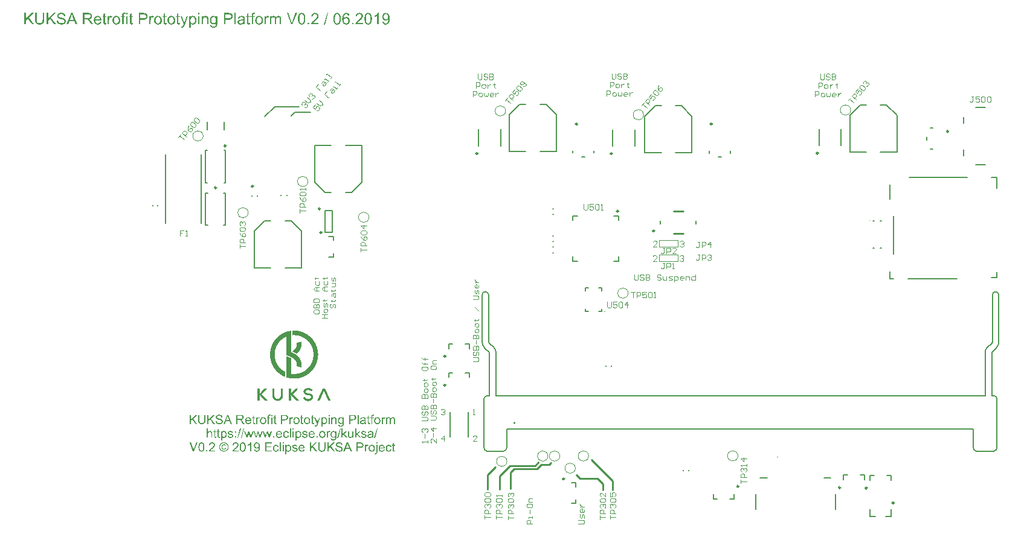
<source format=gto>
G04*
G04 #@! TF.GenerationSoftware,Altium Limited,Altium NEXUS,2.0.15 (191)*
G04*
G04 Layer_Color=65535*
%FSLAX25Y25*%
%MOIN*%
G70*
G01*
G75*
%ADD60C,0.01000*%
%ADD62C,0.00787*%
%ADD63C,0.00591*%
%ADD64C,0.00984*%
%ADD100C,0.00850*%
%ADD134C,0.00315*%
%ADD135C,0.00800*%
%ADD136C,0.00394*%
G36*
X95978Y286300D02*
X96067D01*
X96176Y286286D01*
X96299Y286272D01*
X96436Y286252D01*
X96579Y286225D01*
X96463Y285548D01*
X96450D01*
X96422Y285555D01*
X96375Y285562D01*
X96313Y285576D01*
X96245Y285583D01*
X96170Y285589D01*
X96006Y285596D01*
X95951D01*
X95883Y285589D01*
X95808Y285576D01*
X95726Y285562D01*
X95644Y285535D01*
X95569Y285494D01*
X95507Y285446D01*
X95500Y285439D01*
X95487Y285419D01*
X95459Y285378D01*
X95439Y285323D01*
X95412Y285241D01*
X95384Y285145D01*
X95371Y285029D01*
X95364Y284886D01*
Y284469D01*
X96252D01*
Y283868D01*
X95364D01*
Y279900D01*
X94592D01*
Y283868D01*
X93909D01*
Y284469D01*
X94592D01*
Y284947D01*
Y284954D01*
Y284968D01*
Y284988D01*
Y285022D01*
X94599Y285104D01*
X94606Y285207D01*
X94612Y285316D01*
X94626Y285425D01*
X94647Y285535D01*
X94674Y285630D01*
Y285637D01*
X94681Y285644D01*
X94694Y285678D01*
X94722Y285733D01*
X94763Y285801D01*
X94817Y285883D01*
X94886Y285965D01*
X94968Y286040D01*
X95063Y286115D01*
X95077Y286122D01*
X95118Y286143D01*
X95179Y286177D01*
X95268Y286211D01*
X95384Y286245D01*
X95521Y286279D01*
X95678Y286300D01*
X95855Y286307D01*
X95910D01*
X95978Y286300D01*
D02*
G37*
G36*
X24537D02*
X24625D01*
X24735Y286286D01*
X24858Y286272D01*
X24994Y286252D01*
X25138Y286225D01*
X25022Y285548D01*
X25008D01*
X24981Y285555D01*
X24933Y285562D01*
X24871Y285576D01*
X24803Y285583D01*
X24728Y285589D01*
X24564Y285596D01*
X24509D01*
X24441Y285589D01*
X24366Y285576D01*
X24284Y285562D01*
X24202Y285535D01*
X24127Y285494D01*
X24065Y285446D01*
X24059Y285439D01*
X24045Y285419D01*
X24018Y285378D01*
X23997Y285323D01*
X23970Y285241D01*
X23942Y285145D01*
X23929Y285029D01*
X23922Y284886D01*
Y284469D01*
X24810D01*
Y283868D01*
X23922D01*
Y279900D01*
X23150D01*
Y283868D01*
X22467D01*
Y284469D01*
X23150D01*
Y284947D01*
Y284954D01*
Y284968D01*
Y284988D01*
Y285022D01*
X23157Y285104D01*
X23164Y285207D01*
X23171Y285316D01*
X23184Y285425D01*
X23205Y285535D01*
X23232Y285630D01*
Y285637D01*
X23239Y285644D01*
X23253Y285678D01*
X23280Y285733D01*
X23321Y285801D01*
X23376Y285883D01*
X23444Y285965D01*
X23526Y286040D01*
X23621Y286115D01*
X23635Y286122D01*
X23676Y286143D01*
X23738Y286177D01*
X23826Y286211D01*
X23942Y286245D01*
X24079Y286279D01*
X24236Y286300D01*
X24414Y286307D01*
X24468D01*
X24537Y286300D01*
D02*
G37*
G36*
X65824Y285323D02*
X65052D01*
Y286204D01*
X65824D01*
Y285323D01*
D02*
G37*
G36*
X26190D02*
X25418D01*
Y286204D01*
X26190D01*
Y285323D01*
D02*
G37*
G36*
X146944Y286218D02*
X147005Y286211D01*
X147081Y286204D01*
X147162Y286190D01*
X147251Y286170D01*
X147449Y286122D01*
X147545Y286088D01*
X147654Y286047D01*
X147757Y285999D01*
X147852Y285938D01*
X147948Y285876D01*
X148044Y285801D01*
X148050Y285794D01*
X148064Y285781D01*
X148091Y285760D01*
X148119Y285726D01*
X148160Y285685D01*
X148201Y285630D01*
X148249Y285569D01*
X148296Y285501D01*
X148344Y285425D01*
X148392Y285337D01*
X148440Y285241D01*
X148487Y285139D01*
X148529Y285029D01*
X148563Y284913D01*
X148597Y284790D01*
X148617Y284654D01*
X147845Y284592D01*
Y284599D01*
X147839Y284613D01*
X147832Y284633D01*
X147825Y284667D01*
X147804Y284749D01*
X147770Y284845D01*
X147729Y284954D01*
X147675Y285064D01*
X147620Y285166D01*
X147552Y285255D01*
X147545Y285262D01*
X147538Y285268D01*
X147518Y285289D01*
X147497Y285309D01*
X147429Y285364D01*
X147333Y285425D01*
X147224Y285487D01*
X147087Y285535D01*
X146937Y285576D01*
X146855Y285583D01*
X146773Y285589D01*
X146712D01*
X146637Y285576D01*
X146548Y285562D01*
X146445Y285535D01*
X146336Y285501D01*
X146227Y285446D01*
X146117Y285378D01*
X146111D01*
X146104Y285364D01*
X146083Y285350D01*
X146056Y285330D01*
X145995Y285268D01*
X145913Y285180D01*
X145817Y285070D01*
X145721Y284934D01*
X145633Y284777D01*
X145544Y284599D01*
Y284592D01*
X145537Y284578D01*
X145523Y284544D01*
X145510Y284503D01*
X145496Y284456D01*
X145475Y284387D01*
X145455Y284312D01*
X145434Y284230D01*
X145414Y284135D01*
X145400Y284025D01*
X145380Y283902D01*
X145359Y283773D01*
X145346Y283636D01*
X145339Y283486D01*
X145332Y283322D01*
X145326Y283158D01*
X145325Y283158D01*
Y283151D01*
X145326Y283158D01*
X145339Y283172D01*
X145352Y283192D01*
X145373Y283219D01*
X145434Y283295D01*
X145510Y283390D01*
X145612Y283493D01*
X145728Y283595D01*
X145858Y283691D01*
X146001Y283779D01*
X146008D01*
X146022Y283786D01*
X146042Y283800D01*
X146070Y283814D01*
X146111Y283827D01*
X146152Y283848D01*
X146261Y283889D01*
X146391Y283923D01*
X146534Y283957D01*
X146691Y283984D01*
X146855Y283991D01*
X146889D01*
X146930Y283984D01*
X146985D01*
X147053Y283971D01*
X147128Y283964D01*
X147217Y283943D01*
X147313Y283923D01*
X147408Y283889D01*
X147518Y283855D01*
X147627Y283807D01*
X147736Y283752D01*
X147852Y283684D01*
X147962Y283609D01*
X148071Y283520D01*
X148173Y283418D01*
X148180Y283411D01*
X148194Y283390D01*
X148221Y283363D01*
X148262Y283315D01*
X148303Y283260D01*
X148344Y283192D01*
X148399Y283110D01*
X148447Y283021D01*
X148494Y282919D01*
X148549Y282810D01*
X148590Y282687D01*
X148638Y282557D01*
X148672Y282420D01*
X148699Y282270D01*
X148713Y282113D01*
X148720Y281949D01*
Y281942D01*
Y281922D01*
Y281894D01*
X148713Y281846D01*
Y281799D01*
X148706Y281737D01*
X148699Y281662D01*
X148686Y281587D01*
X148658Y281416D01*
X148610Y281232D01*
X148549Y281041D01*
X148460Y280842D01*
Y280836D01*
X148447Y280822D01*
X148433Y280795D01*
X148412Y280761D01*
X148385Y280720D01*
X148358Y280672D01*
X148276Y280556D01*
X148180Y280433D01*
X148057Y280303D01*
X147914Y280173D01*
X147757Y280064D01*
X147750D01*
X147736Y280050D01*
X147709Y280037D01*
X147675Y280023D01*
X147634Y280002D01*
X147586Y279982D01*
X147524Y279955D01*
X147463Y279934D01*
X147313Y279879D01*
X147135Y279838D01*
X146944Y279811D01*
X146739Y279798D01*
X146698D01*
X146643Y279804D01*
X146575Y279811D01*
X146493Y279818D01*
X146397Y279838D01*
X146295Y279859D01*
X146179Y279886D01*
X146056Y279927D01*
X145926Y279968D01*
X145797Y280030D01*
X145667Y280098D01*
X145530Y280180D01*
X145407Y280276D01*
X145277Y280385D01*
X145161Y280508D01*
X145155Y280515D01*
X145134Y280542D01*
X145107Y280583D01*
X145066Y280644D01*
X145018Y280720D01*
X144970Y280815D01*
X144915Y280931D01*
X144861Y281068D01*
X144799Y281218D01*
X144745Y281389D01*
X144697Y281580D01*
X144649Y281792D01*
X144608Y282024D01*
X144581Y282277D01*
X144560Y282550D01*
X144553Y282844D01*
Y282851D01*
Y282864D01*
Y282892D01*
Y282926D01*
Y282967D01*
X144560Y283021D01*
Y283076D01*
X144567Y283144D01*
X144574Y283295D01*
X144588Y283465D01*
X144608Y283657D01*
X144635Y283861D01*
X144676Y284080D01*
X144717Y284298D01*
X144772Y284517D01*
X144840Y284736D01*
X144915Y284947D01*
X145004Y285152D01*
X145114Y285337D01*
X145230Y285501D01*
X145236Y285507D01*
X145257Y285535D01*
X145291Y285569D01*
X145339Y285617D01*
X145394Y285671D01*
X145469Y285733D01*
X145551Y285794D01*
X145646Y285863D01*
X145756Y285931D01*
X145878Y285992D01*
X146008Y286054D01*
X146152Y286108D01*
X146302Y286156D01*
X146466Y286190D01*
X146637Y286218D01*
X146821Y286225D01*
X146896D01*
X146944Y286218D01*
D02*
G37*
G36*
X-10303Y286307D02*
X-10228Y286300D01*
X-10153Y286293D01*
X-10064Y286286D01*
X-9873Y286259D01*
X-9661Y286218D01*
X-9449Y286156D01*
X-9245Y286081D01*
X-9238D01*
X-9224Y286068D01*
X-9190Y286061D01*
X-9156Y286040D01*
X-9115Y286013D01*
X-9060Y285985D01*
X-8944Y285917D01*
X-8807Y285822D01*
X-8671Y285705D01*
X-8541Y285576D01*
X-8425Y285419D01*
X-8418Y285412D01*
X-8411Y285398D01*
X-8398Y285378D01*
X-8377Y285344D01*
X-8357Y285302D01*
X-8329Y285255D01*
X-8309Y285193D01*
X-8275Y285132D01*
X-8220Y284988D01*
X-8172Y284818D01*
X-8131Y284633D01*
X-8111Y284428D01*
X-8910Y284367D01*
Y284374D01*
X-8917Y284394D01*
Y284421D01*
X-8924Y284462D01*
X-8937Y284517D01*
X-8951Y284572D01*
X-8992Y284701D01*
X-9047Y284845D01*
X-9128Y284995D01*
X-9224Y285139D01*
X-9285Y285200D01*
X-9354Y285262D01*
X-9361Y285268D01*
X-9368Y285275D01*
X-9395Y285289D01*
X-9422Y285309D01*
X-9463Y285330D01*
X-9511Y285357D01*
X-9566Y285384D01*
X-9627Y285419D01*
X-9702Y285446D01*
X-9784Y285473D01*
X-9873Y285501D01*
X-9968Y285521D01*
X-10078Y285542D01*
X-10194Y285555D01*
X-10317Y285569D01*
X-10515D01*
X-10570Y285562D01*
X-10631D01*
X-10699Y285555D01*
X-10781Y285548D01*
X-10863Y285535D01*
X-11048Y285501D01*
X-11225Y285453D01*
X-11396Y285384D01*
X-11478Y285337D01*
X-11546Y285289D01*
X-11553D01*
X-11560Y285275D01*
X-11601Y285241D01*
X-11655Y285180D01*
X-11717Y285098D01*
X-11778Y285002D01*
X-11833Y284886D01*
X-11874Y284763D01*
X-11881Y284695D01*
X-11888Y284619D01*
Y284613D01*
Y284606D01*
X-11881Y284565D01*
X-11874Y284503D01*
X-11860Y284428D01*
X-11826Y284339D01*
X-11785Y284244D01*
X-11731Y284155D01*
X-11649Y284066D01*
X-11635Y284060D01*
X-11621Y284046D01*
X-11594Y284025D01*
X-11560Y284005D01*
X-11519Y283984D01*
X-11464Y283957D01*
X-11403Y283923D01*
X-11328Y283889D01*
X-11239Y283855D01*
X-11136Y283820D01*
X-11020Y283779D01*
X-10884Y283738D01*
X-10740Y283698D01*
X-10576Y283650D01*
X-10392Y283609D01*
X-10378D01*
X-10344Y283602D01*
X-10296Y283588D01*
X-10228Y283568D01*
X-10146Y283554D01*
X-10051Y283527D01*
X-9948Y283506D01*
X-9839Y283472D01*
X-9606Y283411D01*
X-9374Y283349D01*
X-9265Y283315D01*
X-9169Y283281D01*
X-9074Y283247D01*
X-8999Y283213D01*
X-8992D01*
X-8971Y283199D01*
X-8944Y283185D01*
X-8910Y283165D01*
X-8862Y283144D01*
X-8807Y283110D01*
X-8691Y283035D01*
X-8555Y282946D01*
X-8425Y282837D01*
X-8295Y282707D01*
X-8241Y282639D01*
X-8186Y282571D01*
Y282564D01*
X-8172Y282550D01*
X-8158Y282530D01*
X-8145Y282502D01*
X-8124Y282468D01*
X-8104Y282420D01*
X-8049Y282311D01*
X-8002Y282181D01*
X-7960Y282031D01*
X-7933Y281860D01*
X-7920Y281676D01*
Y281669D01*
Y281655D01*
Y281628D01*
X-7926Y281594D01*
Y281546D01*
X-7933Y281498D01*
X-7954Y281368D01*
X-7988Y281225D01*
X-8042Y281068D01*
X-8118Y280904D01*
X-8158Y280815D01*
X-8213Y280733D01*
Y280726D01*
X-8227Y280713D01*
X-8241Y280692D01*
X-8268Y280658D01*
X-8329Y280583D01*
X-8425Y280481D01*
X-8541Y280371D01*
X-8685Y280255D01*
X-8848Y280146D01*
X-9040Y280043D01*
X-9047D01*
X-9067Y280030D01*
X-9094Y280023D01*
X-9135Y280002D01*
X-9183Y279989D01*
X-9245Y279968D01*
X-9313Y279941D01*
X-9395Y279921D01*
X-9477Y279900D01*
X-9572Y279873D01*
X-9777Y279838D01*
X-10003Y279811D01*
X-10249Y279798D01*
X-10330D01*
X-10392Y279804D01*
X-10467D01*
X-10549Y279811D01*
X-10645Y279818D01*
X-10754Y279832D01*
X-10979Y279859D01*
X-11218Y279900D01*
X-11457Y279961D01*
X-11690Y280043D01*
X-11697D01*
X-11717Y280057D01*
X-11744Y280071D01*
X-11785Y280091D01*
X-11833Y280119D01*
X-11888Y280146D01*
X-12017Y280228D01*
X-12161Y280330D01*
X-12311Y280460D01*
X-12461Y280610D01*
X-12591Y280788D01*
X-12598Y280795D01*
X-12605Y280808D01*
X-12618Y280836D01*
X-12639Y280877D01*
X-12666Y280925D01*
X-12694Y280979D01*
X-12728Y281047D01*
X-12755Y281123D01*
X-12789Y281198D01*
X-12817Y281287D01*
X-12871Y281485D01*
X-12912Y281696D01*
X-12926Y281812D01*
X-12933Y281928D01*
X-12147Y281997D01*
Y281990D01*
Y281976D01*
X-12140Y281949D01*
X-12134Y281915D01*
X-12127Y281874D01*
X-12120Y281833D01*
X-12093Y281717D01*
X-12059Y281594D01*
X-12017Y281464D01*
X-11963Y281334D01*
X-11895Y281211D01*
X-11888Y281198D01*
X-11854Y281164D01*
X-11806Y281109D01*
X-11738Y281041D01*
X-11649Y280959D01*
X-11539Y280884D01*
X-11410Y280802D01*
X-11259Y280726D01*
X-11253D01*
X-11239Y280720D01*
X-11218Y280713D01*
X-11184Y280699D01*
X-11143Y280685D01*
X-11095Y280665D01*
X-11041Y280651D01*
X-10979Y280638D01*
X-10836Y280604D01*
X-10665Y280569D01*
X-10488Y280549D01*
X-10289Y280542D01*
X-10208D01*
X-10167Y280549D01*
X-10119D01*
X-10009Y280562D01*
X-9880Y280576D01*
X-9736Y280597D01*
X-9593Y280631D01*
X-9456Y280679D01*
X-9449D01*
X-9443Y280685D01*
X-9422Y280692D01*
X-9395Y280706D01*
X-9333Y280740D01*
X-9251Y280781D01*
X-9163Y280836D01*
X-9067Y280904D01*
X-8985Y280979D01*
X-8910Y281068D01*
X-8903Y281082D01*
X-8883Y281109D01*
X-8848Y281164D01*
X-8814Y281232D01*
X-8787Y281314D01*
X-8753Y281403D01*
X-8732Y281505D01*
X-8725Y281608D01*
Y281614D01*
Y281621D01*
Y281655D01*
X-8732Y281717D01*
X-8746Y281785D01*
X-8766Y281867D01*
X-8801Y281956D01*
X-8841Y282045D01*
X-8903Y282127D01*
X-8910Y282133D01*
X-8937Y282161D01*
X-8978Y282202D01*
X-9040Y282256D01*
X-9115Y282311D01*
X-9217Y282372D01*
X-9333Y282434D01*
X-9470Y282495D01*
X-9484Y282502D01*
X-9497Y282509D01*
X-9525Y282516D01*
X-9552Y282523D01*
X-9593Y282536D01*
X-9647Y282557D01*
X-9702Y282571D01*
X-9777Y282591D01*
X-9852Y282618D01*
X-9948Y282639D01*
X-10051Y282666D01*
X-10167Y282700D01*
X-10289Y282728D01*
X-10433Y282769D01*
X-10590Y282803D01*
X-10597D01*
X-10624Y282810D01*
X-10672Y282823D01*
X-10727Y282837D01*
X-10802Y282857D01*
X-10884Y282878D01*
X-10966Y282905D01*
X-11061Y282932D01*
X-11266Y282994D01*
X-11464Y283062D01*
X-11560Y283096D01*
X-11649Y283131D01*
X-11731Y283165D01*
X-11799Y283199D01*
X-11806D01*
X-11819Y283213D01*
X-11840Y283226D01*
X-11874Y283240D01*
X-11956Y283288D01*
X-12052Y283356D01*
X-12168Y283445D01*
X-12277Y283540D01*
X-12386Y283657D01*
X-12475Y283779D01*
Y283786D01*
X-12482Y283793D01*
X-12496Y283814D01*
X-12509Y283841D01*
X-12543Y283916D01*
X-12584Y284012D01*
X-12625Y284128D01*
X-12660Y284264D01*
X-12687Y284415D01*
X-12694Y284572D01*
Y284578D01*
Y284592D01*
Y284619D01*
X-12687Y284654D01*
Y284695D01*
X-12680Y284742D01*
X-12660Y284865D01*
X-12625Y285002D01*
X-12584Y285145D01*
X-12516Y285302D01*
X-12427Y285460D01*
Y285466D01*
X-12414Y285480D01*
X-12400Y285501D01*
X-12380Y285528D01*
X-12311Y285603D01*
X-12222Y285699D01*
X-12113Y285801D01*
X-11976Y285904D01*
X-11819Y286006D01*
X-11635Y286095D01*
X-11628D01*
X-11614Y286102D01*
X-11580Y286115D01*
X-11546Y286129D01*
X-11498Y286143D01*
X-11437Y286163D01*
X-11369Y286184D01*
X-11293Y286204D01*
X-11212Y286225D01*
X-11123Y286245D01*
X-10932Y286279D01*
X-10713Y286307D01*
X-10481Y286313D01*
X-10365D01*
X-10303Y286307D01*
D02*
G37*
G36*
X62266Y284565D02*
X62320D01*
X62382Y284558D01*
X62443Y284544D01*
X62518Y284531D01*
X62682Y284497D01*
X62853Y284442D01*
X63030Y284367D01*
X63119Y284319D01*
X63201Y284264D01*
X63208D01*
X63222Y284251D01*
X63242Y284230D01*
X63276Y284210D01*
X63358Y284141D01*
X63454Y284046D01*
X63563Y283923D01*
X63679Y283779D01*
X63782Y283609D01*
X63877Y283418D01*
Y283411D01*
X63884Y283390D01*
X63898Y283363D01*
X63912Y283322D01*
X63932Y283274D01*
X63953Y283213D01*
X63973Y283137D01*
X63994Y283062D01*
X64014Y282974D01*
X64035Y282885D01*
X64075Y282680D01*
X64103Y282454D01*
X64110Y282215D01*
Y282208D01*
Y282181D01*
Y282147D01*
X64103Y282099D01*
Y282038D01*
X64096Y281963D01*
X64089Y281881D01*
X64075Y281792D01*
X64048Y281601D01*
X64000Y281389D01*
X63939Y281170D01*
X63857Y280952D01*
Y280945D01*
X63843Y280925D01*
X63830Y280897D01*
X63809Y280863D01*
X63782Y280815D01*
X63754Y280761D01*
X63673Y280638D01*
X63570Y280494D01*
X63440Y280351D01*
X63297Y280214D01*
X63126Y280091D01*
X63119D01*
X63106Y280078D01*
X63078Y280064D01*
X63044Y280043D01*
X62996Y280023D01*
X62949Y279996D01*
X62887Y279975D01*
X62819Y279948D01*
X62669Y279893D01*
X62498Y279845D01*
X62313Y279811D01*
X62218Y279804D01*
X62115Y279798D01*
X62047D01*
X61979Y279804D01*
X61883Y279818D01*
X61774Y279838D01*
X61658Y279866D01*
X61535Y279900D01*
X61419Y279955D01*
X61405Y279961D01*
X61371Y279982D01*
X61309Y280023D01*
X61241Y280071D01*
X61159Y280125D01*
X61077Y280201D01*
X60995Y280282D01*
X60920Y280371D01*
Y278151D01*
X60148D01*
Y284469D01*
X60852D01*
Y283875D01*
X60865Y283882D01*
X60893Y283923D01*
X60947Y283991D01*
X61016Y284066D01*
X61098Y284148D01*
X61193Y284237D01*
X61296Y284319D01*
X61412Y284394D01*
X61419D01*
X61426Y284401D01*
X61466Y284421D01*
X61535Y284449D01*
X61624Y284483D01*
X61733Y284517D01*
X61863Y284544D01*
X62013Y284565D01*
X62170Y284572D01*
X62225D01*
X62266Y284565D01*
D02*
G37*
G36*
X69253D02*
X69294D01*
X69396Y284551D01*
X69512Y284538D01*
X69642Y284510D01*
X69772Y284469D01*
X69902Y284421D01*
X69908D01*
X69915Y284415D01*
X69956Y284394D01*
X70018Y284360D01*
X70100Y284319D01*
X70182Y284258D01*
X70270Y284196D01*
X70352Y284121D01*
X70421Y284032D01*
X70427Y284018D01*
X70448Y283991D01*
X70475Y283937D01*
X70516Y283868D01*
X70557Y283786D01*
X70591Y283691D01*
X70632Y283581D01*
X70660Y283458D01*
Y283452D01*
X70666Y283418D01*
X70673Y283363D01*
X70687Y283288D01*
X70694Y283185D01*
Y283124D01*
X70701Y283055D01*
Y282980D01*
X70707Y282892D01*
Y282803D01*
Y282707D01*
Y279900D01*
X69936D01*
Y282680D01*
Y282687D01*
Y282700D01*
Y282728D01*
Y282755D01*
Y282796D01*
X69929Y282844D01*
X69922Y282946D01*
X69915Y283062D01*
X69895Y283178D01*
X69874Y283288D01*
X69840Y283383D01*
X69833Y283397D01*
X69820Y283424D01*
X69799Y283465D01*
X69765Y283520D01*
X69724Y283581D01*
X69669Y283643D01*
X69601Y283704D01*
X69519Y283759D01*
X69512Y283766D01*
X69478Y283779D01*
X69430Y283807D01*
X69369Y283834D01*
X69287Y283855D01*
X69198Y283882D01*
X69096Y283896D01*
X68980Y283902D01*
X68932D01*
X68897Y283896D01*
X68857D01*
X68802Y283889D01*
X68686Y283861D01*
X68556Y283827D01*
X68413Y283773D01*
X68269Y283691D01*
X68194Y283643D01*
X68126Y283588D01*
X68119Y283581D01*
X68112Y283575D01*
X68092Y283554D01*
X68071Y283527D01*
X68044Y283486D01*
X68016Y283445D01*
X67982Y283390D01*
X67948Y283322D01*
X67914Y283247D01*
X67880Y283158D01*
X67852Y283062D01*
X67825Y282953D01*
X67805Y282830D01*
X67784Y282700D01*
X67777Y282550D01*
X67771Y282393D01*
Y279900D01*
X66999D01*
Y284469D01*
X67695D01*
Y283814D01*
X67702Y283820D01*
X67716Y283848D01*
X67750Y283882D01*
X67791Y283930D01*
X67839Y283991D01*
X67900Y284053D01*
X67975Y284121D01*
X68064Y284196D01*
X68160Y284264D01*
X68269Y284333D01*
X68385Y284394D01*
X68515Y284456D01*
X68659Y284503D01*
X68809Y284538D01*
X68973Y284565D01*
X69143Y284572D01*
X69212D01*
X69253Y284565D01*
D02*
G37*
G36*
X103491D02*
X103526D01*
X103567Y284558D01*
X103669Y284538D01*
X103792Y284510D01*
X103922Y284462D01*
X104072Y284401D01*
X104222Y284319D01*
X103949Y283602D01*
X103935Y283609D01*
X103901Y283629D01*
X103847Y283657D01*
X103771Y283691D01*
X103690Y283718D01*
X103594Y283745D01*
X103491Y283766D01*
X103382Y283773D01*
X103341D01*
X103293Y283766D01*
X103232Y283752D01*
X103157Y283732D01*
X103082Y283704D01*
X103006Y283670D01*
X102925Y283615D01*
X102918Y283609D01*
X102890Y283588D01*
X102856Y283554D01*
X102815Y283506D01*
X102768Y283445D01*
X102720Y283377D01*
X102679Y283288D01*
X102638Y283192D01*
Y283185D01*
X102631Y283172D01*
X102624Y283151D01*
X102617Y283124D01*
X102610Y283083D01*
X102597Y283035D01*
X102576Y282926D01*
X102556Y282789D01*
X102535Y282639D01*
X102522Y282468D01*
X102515Y282291D01*
Y279900D01*
X101743D01*
Y284469D01*
X102440D01*
Y283779D01*
X102453Y283793D01*
X102467Y283820D01*
X102487Y283848D01*
X102535Y283937D01*
X102604Y284032D01*
X102679Y284141D01*
X102761Y284251D01*
X102843Y284339D01*
X102890Y284381D01*
X102931Y284415D01*
X102945Y284421D01*
X102972Y284442D01*
X103020Y284462D01*
X103075Y284497D01*
X103150Y284524D01*
X103232Y284544D01*
X103328Y284565D01*
X103423Y284572D01*
X103464D01*
X103491Y284565D01*
D02*
G37*
G36*
X39870D02*
X39904D01*
X39945Y284558D01*
X40048Y284538D01*
X40170Y284510D01*
X40300Y284462D01*
X40451Y284401D01*
X40601Y284319D01*
X40328Y283602D01*
X40314Y283609D01*
X40280Y283629D01*
X40225Y283657D01*
X40150Y283691D01*
X40068Y283718D01*
X39972Y283745D01*
X39870Y283766D01*
X39761Y283773D01*
X39720D01*
X39672Y283766D01*
X39610Y283752D01*
X39535Y283732D01*
X39460Y283704D01*
X39385Y283670D01*
X39303Y283615D01*
X39296Y283609D01*
X39269Y283588D01*
X39235Y283554D01*
X39194Y283506D01*
X39146Y283445D01*
X39098Y283377D01*
X39057Y283288D01*
X39016Y283192D01*
Y283185D01*
X39009Y283172D01*
X39003Y283151D01*
X38996Y283124D01*
X38989Y283083D01*
X38975Y283035D01*
X38955Y282926D01*
X38934Y282789D01*
X38914Y282639D01*
X38900Y282468D01*
X38893Y282291D01*
Y279900D01*
X38122D01*
Y284469D01*
X38818D01*
Y283779D01*
X38832Y283793D01*
X38846Y283820D01*
X38866Y283848D01*
X38914Y283937D01*
X38982Y284032D01*
X39057Y284141D01*
X39139Y284251D01*
X39221Y284339D01*
X39269Y284381D01*
X39310Y284415D01*
X39324Y284421D01*
X39351Y284442D01*
X39399Y284462D01*
X39453Y284497D01*
X39529Y284524D01*
X39610Y284544D01*
X39706Y284565D01*
X39802Y284572D01*
X39843D01*
X39870Y284565D01*
D02*
G37*
G36*
X16880D02*
X16914D01*
X16955Y284558D01*
X17058Y284538D01*
X17181Y284510D01*
X17311Y284462D01*
X17461Y284401D01*
X17611Y284319D01*
X17338Y283602D01*
X17324Y283609D01*
X17290Y283629D01*
X17235Y283657D01*
X17160Y283691D01*
X17078Y283718D01*
X16983Y283745D01*
X16880Y283766D01*
X16771Y283773D01*
X16730D01*
X16682Y283766D01*
X16621Y283752D01*
X16546Y283732D01*
X16470Y283704D01*
X16395Y283670D01*
X16313Y283615D01*
X16307Y283609D01*
X16279Y283588D01*
X16245Y283554D01*
X16204Y283506D01*
X16156Y283445D01*
X16108Y283377D01*
X16068Y283288D01*
X16026Y283192D01*
Y283185D01*
X16020Y283172D01*
X16013Y283151D01*
X16006Y283124D01*
X15999Y283083D01*
X15985Y283035D01*
X15965Y282926D01*
X15945Y282789D01*
X15924Y282639D01*
X15910Y282468D01*
X15903Y282291D01*
Y279900D01*
X15132D01*
Y284469D01*
X15828D01*
Y283779D01*
X15842Y283793D01*
X15856Y283820D01*
X15876Y283848D01*
X15924Y283937D01*
X15992Y284032D01*
X16068Y284141D01*
X16149Y284251D01*
X16231Y284339D01*
X16279Y284381D01*
X16320Y284415D01*
X16334Y284421D01*
X16361Y284442D01*
X16409Y284462D01*
X16464Y284497D01*
X16539Y284524D01*
X16621Y284544D01*
X16716Y284565D01*
X16812Y284572D01*
X16853D01*
X16880Y284565D01*
D02*
G37*
G36*
X109563D02*
X109625Y284558D01*
X109686Y284551D01*
X109761Y284538D01*
X109843Y284524D01*
X110007Y284476D01*
X110185Y284408D01*
X110267Y284367D01*
X110349Y284319D01*
X110431Y284258D01*
X110499Y284189D01*
X110506Y284182D01*
X110513Y284169D01*
X110533Y284148D01*
X110554Y284121D01*
X110588Y284080D01*
X110615Y284032D01*
X110649Y283971D01*
X110683Y283902D01*
X110718Y283827D01*
X110752Y283745D01*
X110786Y283650D01*
X110813Y283547D01*
X110834Y283431D01*
X110854Y283308D01*
X110861Y283178D01*
X110868Y283035D01*
Y279900D01*
X110096D01*
Y282775D01*
Y282782D01*
Y282796D01*
Y282823D01*
Y282851D01*
X110089Y282932D01*
Y283035D01*
X110076Y283144D01*
X110062Y283254D01*
X110048Y283356D01*
X110021Y283445D01*
Y283452D01*
X110007Y283479D01*
X109987Y283513D01*
X109959Y283561D01*
X109918Y283615D01*
X109878Y283670D01*
X109816Y283725D01*
X109748Y283773D01*
X109741Y283779D01*
X109714Y283793D01*
X109673Y283814D01*
X109618Y283841D01*
X109550Y283861D01*
X109468Y283882D01*
X109379Y283896D01*
X109283Y283902D01*
X109236D01*
X109201Y283896D01*
X109160D01*
X109113Y283889D01*
X109003Y283861D01*
X108873Y283827D01*
X108737Y283766D01*
X108607Y283691D01*
X108539Y283636D01*
X108477Y283581D01*
Y283575D01*
X108464Y283568D01*
X108450Y283547D01*
X108430Y283520D01*
X108402Y283486D01*
X108375Y283445D01*
X108348Y283390D01*
X108320Y283335D01*
X108286Y283267D01*
X108259Y283192D01*
X108231Y283103D01*
X108204Y283014D01*
X108184Y282912D01*
X108170Y282796D01*
X108163Y282680D01*
X108156Y282550D01*
Y279900D01*
X107385D01*
Y282864D01*
Y282871D01*
Y282885D01*
Y282912D01*
Y282953D01*
X107378Y282994D01*
Y283042D01*
X107364Y283158D01*
X107337Y283281D01*
X107303Y283411D01*
X107255Y283534D01*
X107193Y283643D01*
X107186Y283657D01*
X107159Y283684D01*
X107111Y283725D01*
X107050Y283773D01*
X106961Y283820D01*
X106859Y283861D01*
X106729Y283889D01*
X106579Y283902D01*
X106524D01*
X106463Y283896D01*
X106380Y283882D01*
X106285Y283861D01*
X106183Y283827D01*
X106080Y283786D01*
X105971Y283725D01*
X105957Y283718D01*
X105923Y283691D01*
X105875Y283657D01*
X105821Y283595D01*
X105752Y283527D01*
X105684Y283438D01*
X105622Y283335D01*
X105568Y283219D01*
Y283213D01*
X105561Y283206D01*
X105554Y283185D01*
X105547Y283158D01*
X105541Y283124D01*
X105527Y283083D01*
X105520Y283035D01*
X105506Y282980D01*
X105493Y282912D01*
X105486Y282844D01*
X105472Y282769D01*
X105465Y282680D01*
X105458Y282591D01*
X105452Y282489D01*
X105445Y282386D01*
Y282270D01*
Y279900D01*
X104673D01*
Y284469D01*
X105363D01*
Y283834D01*
X105377Y283841D01*
X105404Y283882D01*
X105452Y283943D01*
X105520Y284018D01*
X105602Y284107D01*
X105698Y284196D01*
X105807Y284285D01*
X105937Y284367D01*
X105943D01*
X105950Y284374D01*
X105971Y284387D01*
X105998Y284401D01*
X106032Y284415D01*
X106073Y284435D01*
X106169Y284469D01*
X106292Y284510D01*
X106428Y284538D01*
X106585Y284565D01*
X106749Y284572D01*
X106831D01*
X106879Y284565D01*
X106927Y284558D01*
X107043Y284544D01*
X107173Y284517D01*
X107309Y284483D01*
X107446Y284428D01*
X107576Y284360D01*
X107583D01*
X107589Y284353D01*
X107630Y284319D01*
X107685Y284271D01*
X107760Y284210D01*
X107835Y284121D01*
X107911Y284025D01*
X107979Y283909D01*
X108040Y283773D01*
X108047Y283779D01*
X108068Y283807D01*
X108095Y283848D01*
X108143Y283896D01*
X108191Y283957D01*
X108259Y284025D01*
X108334Y284101D01*
X108423Y284176D01*
X108518Y284244D01*
X108628Y284319D01*
X108744Y284387D01*
X108867Y284449D01*
X109003Y284497D01*
X109147Y284538D01*
X109297Y284565D01*
X109454Y284572D01*
X109522D01*
X109563Y284565D01*
D02*
G37*
G36*
X-16116Y283650D02*
X-13356Y279900D01*
X-14463D01*
X-16703Y283083D01*
X-17734Y282086D01*
Y279900D01*
X-18567D01*
Y286204D01*
X-17734D01*
Y283083D01*
X-14606Y286204D01*
X-13472D01*
X-16116Y283650D01*
D02*
G37*
G36*
X-28348D02*
X-25589Y279900D01*
X-26695D01*
X-28935Y283083D01*
X-29967Y282086D01*
Y279900D01*
X-30800D01*
Y286204D01*
X-29967D01*
Y283083D01*
X-26839Y286204D01*
X-25705D01*
X-28348Y283650D01*
D02*
G37*
G36*
X57751Y279825D02*
Y279818D01*
X57737Y279791D01*
X57724Y279757D01*
X57703Y279702D01*
X57683Y279641D01*
X57655Y279572D01*
X57621Y279497D01*
X57594Y279415D01*
X57519Y279244D01*
X57450Y279074D01*
X57410Y278992D01*
X57375Y278917D01*
X57348Y278848D01*
X57314Y278794D01*
Y278787D01*
X57307Y278780D01*
X57293Y278759D01*
X57280Y278732D01*
X57232Y278664D01*
X57177Y278582D01*
X57109Y278486D01*
X57027Y278397D01*
X56938Y278309D01*
X56843Y278234D01*
X56829Y278227D01*
X56795Y278206D01*
X56740Y278172D01*
X56665Y278145D01*
X56569Y278111D01*
X56460Y278076D01*
X56344Y278056D01*
X56207Y278049D01*
X56166D01*
X56119Y278056D01*
X56064Y278063D01*
X55989Y278070D01*
X55900Y278090D01*
X55811Y278111D01*
X55709Y278145D01*
X55620Y278869D01*
X55634D01*
X55661Y278855D01*
X55709Y278848D01*
X55770Y278835D01*
X55839Y278821D01*
X55914Y278807D01*
X55989Y278800D01*
X56057Y278794D01*
X56098D01*
X56146Y278800D01*
X56207Y278807D01*
X56269Y278814D01*
X56337Y278835D01*
X56405Y278855D01*
X56467Y278882D01*
X56474Y278889D01*
X56494Y278896D01*
X56522Y278917D01*
X56556Y278944D01*
X56597Y278978D01*
X56644Y279019D01*
X56726Y279121D01*
X56733Y279128D01*
X56740Y279149D01*
X56761Y279183D01*
X56781Y279238D01*
X56815Y279313D01*
X56856Y279415D01*
X56877Y279476D01*
X56904Y279545D01*
X56931Y279620D01*
X56959Y279702D01*
X56966Y279716D01*
X56979Y279750D01*
X57000Y279811D01*
X57034Y279893D01*
X55306Y284469D01*
X56125D01*
X57075Y281819D01*
Y281812D01*
X57082Y281799D01*
X57095Y281771D01*
X57109Y281730D01*
X57123Y281683D01*
X57143Y281628D01*
X57164Y281567D01*
X57191Y281498D01*
X57239Y281341D01*
X57300Y281157D01*
X57355Y280965D01*
X57410Y280761D01*
Y280767D01*
X57416Y280788D01*
X57423Y280815D01*
X57437Y280849D01*
X57444Y280897D01*
X57464Y280959D01*
X57478Y281020D01*
X57498Y281088D01*
X57546Y281245D01*
X57601Y281423D01*
X57662Y281608D01*
X57731Y281799D01*
X58714Y284469D01*
X59486D01*
X57751Y279825D01*
D02*
G37*
G36*
X117220Y279900D02*
X116359D01*
X113914Y286204D01*
X114822D01*
X116462Y281621D01*
Y281614D01*
X116469Y281594D01*
X116482Y281567D01*
X116496Y281525D01*
X116509Y281478D01*
X116530Y281423D01*
X116550Y281362D01*
X116578Y281287D01*
X116625Y281129D01*
X116680Y280959D01*
X116735Y280774D01*
X116789Y280590D01*
Y280597D01*
X116796Y280610D01*
X116803Y280644D01*
X116817Y280679D01*
X116830Y280726D01*
X116844Y280781D01*
X116865Y280842D01*
X116885Y280911D01*
X116933Y281068D01*
X116994Y281245D01*
X117063Y281430D01*
X117131Y281621D01*
X118832Y286204D01*
X119679D01*
X117220Y279900D01*
D02*
G37*
G36*
X-19920Y282564D02*
Y282550D01*
Y282523D01*
Y282475D01*
Y282407D01*
X-19927Y282325D01*
X-19933Y282236D01*
X-19940Y282133D01*
X-19947Y282017D01*
X-19974Y281778D01*
X-20009Y281525D01*
X-20063Y281280D01*
X-20097Y281164D01*
X-20138Y281054D01*
Y281047D01*
X-20145Y281027D01*
X-20159Y281000D01*
X-20179Y280959D01*
X-20207Y280911D01*
X-20234Y280856D01*
X-20316Y280733D01*
X-20364Y280658D01*
X-20418Y280590D01*
X-20487Y280508D01*
X-20555Y280433D01*
X-20637Y280358D01*
X-20719Y280282D01*
X-20814Y280214D01*
X-20917Y280146D01*
X-20924Y280139D01*
X-20944Y280132D01*
X-20972Y280112D01*
X-21019Y280091D01*
X-21074Y280064D01*
X-21142Y280037D01*
X-21217Y280002D01*
X-21313Y279975D01*
X-21409Y279941D01*
X-21518Y279907D01*
X-21641Y279879D01*
X-21771Y279852D01*
X-21914Y279832D01*
X-22064Y279811D01*
X-22221Y279804D01*
X-22385Y279798D01*
X-22474D01*
X-22536Y279804D01*
X-22611D01*
X-22693Y279811D01*
X-22795Y279825D01*
X-22898Y279838D01*
X-23130Y279873D01*
X-23376Y279927D01*
X-23615Y280002D01*
X-23731Y280043D01*
X-23840Y280098D01*
X-23847Y280105D01*
X-23867Y280112D01*
X-23895Y280132D01*
X-23929Y280153D01*
X-23977Y280187D01*
X-24032Y280228D01*
X-24086Y280269D01*
X-24148Y280324D01*
X-24284Y280446D01*
X-24414Y280597D01*
X-24537Y280774D01*
X-24591Y280877D01*
X-24639Y280979D01*
Y280986D01*
X-24646Y281007D01*
X-24660Y281041D01*
X-24674Y281088D01*
X-24694Y281143D01*
X-24714Y281218D01*
X-24735Y281300D01*
X-24755Y281396D01*
X-24783Y281505D01*
X-24803Y281621D01*
X-24824Y281751D01*
X-24837Y281894D01*
X-24858Y282045D01*
X-24865Y282208D01*
X-24878Y282379D01*
Y282564D01*
Y286204D01*
X-24045D01*
Y282564D01*
Y282557D01*
Y282530D01*
Y282489D01*
Y282427D01*
X-24038Y282359D01*
Y282284D01*
X-24032Y282195D01*
X-24025Y282106D01*
X-24011Y281908D01*
X-23984Y281710D01*
X-23943Y281519D01*
X-23922Y281430D01*
X-23895Y281355D01*
Y281348D01*
X-23888Y281341D01*
X-23881Y281321D01*
X-23867Y281293D01*
X-23827Y281218D01*
X-23772Y281136D01*
X-23704Y281034D01*
X-23615Y280938D01*
X-23506Y280842D01*
X-23376Y280754D01*
X-23369D01*
X-23355Y280747D01*
X-23335Y280733D01*
X-23307Y280720D01*
X-23273Y280706D01*
X-23225Y280692D01*
X-23178Y280672D01*
X-23123Y280651D01*
X-22986Y280617D01*
X-22829Y280583D01*
X-22652Y280556D01*
X-22461Y280549D01*
X-22372D01*
X-22310Y280556D01*
X-22235Y280562D01*
X-22146Y280569D01*
X-22051Y280583D01*
X-21948Y280604D01*
X-21737Y280651D01*
X-21627Y280685D01*
X-21518Y280726D01*
X-21416Y280774D01*
X-21320Y280829D01*
X-21231Y280890D01*
X-21149Y280965D01*
X-21142Y280972D01*
X-21129Y280986D01*
X-21115Y281013D01*
X-21088Y281047D01*
X-21060Y281095D01*
X-21026Y281157D01*
X-20985Y281232D01*
X-20951Y281321D01*
X-20917Y281423D01*
X-20876Y281539D01*
X-20842Y281669D01*
X-20814Y281812D01*
X-20787Y281976D01*
X-20767Y282154D01*
X-20760Y282352D01*
X-20753Y282564D01*
Y286204D01*
X-19920D01*
Y282564D01*
D02*
G37*
G36*
X168704Y286218D02*
X168759D01*
X168820Y286204D01*
X168895Y286197D01*
X168971Y286184D01*
X169148Y286143D01*
X169333Y286081D01*
X169428Y286047D01*
X169531Y285999D01*
X169626Y285951D01*
X169722Y285890D01*
X169729Y285883D01*
X169743Y285876D01*
X169770Y285856D01*
X169804Y285828D01*
X169852Y285794D01*
X169899Y285753D01*
X169954Y285705D01*
X170009Y285651D01*
X170070Y285589D01*
X170139Y285514D01*
X170200Y285439D01*
X170268Y285357D01*
X170330Y285262D01*
X170391Y285166D01*
X170446Y285057D01*
X170501Y284947D01*
Y284941D01*
X170514Y284920D01*
X170528Y284886D01*
X170542Y284831D01*
X170562Y284770D01*
X170582Y284695D01*
X170610Y284606D01*
X170637Y284497D01*
X170658Y284381D01*
X170685Y284251D01*
X170705Y284101D01*
X170726Y283943D01*
X170740Y283773D01*
X170753Y283588D01*
X170767Y283390D01*
Y283178D01*
Y283165D01*
Y283124D01*
Y283062D01*
X170760Y282980D01*
Y282878D01*
X170753Y282755D01*
X170747Y282625D01*
X170733Y282482D01*
X170719Y282331D01*
X170705Y282174D01*
X170658Y281853D01*
X170589Y281539D01*
X170548Y281396D01*
X170501Y281252D01*
Y281245D01*
X170487Y281218D01*
X170473Y281184D01*
X170453Y281136D01*
X170425Y281075D01*
X170391Y281007D01*
X170350Y280931D01*
X170309Y280849D01*
X170200Y280679D01*
X170063Y280494D01*
X169906Y280324D01*
X169818Y280241D01*
X169722Y280166D01*
X169715Y280159D01*
X169702Y280153D01*
X169667Y280132D01*
X169633Y280112D01*
X169579Y280084D01*
X169524Y280050D01*
X169456Y280016D01*
X169374Y279982D01*
X169292Y279948D01*
X169196Y279914D01*
X169100Y279886D01*
X168991Y279852D01*
X168759Y279811D01*
X168636Y279804D01*
X168506Y279798D01*
X168438D01*
X168383Y279804D01*
X168322Y279811D01*
X168247Y279818D01*
X168165Y279832D01*
X168076Y279852D01*
X167885Y279900D01*
X167789Y279934D01*
X167687Y279968D01*
X167584Y280016D01*
X167482Y280071D01*
X167386Y280132D01*
X167297Y280207D01*
X167290Y280214D01*
X167277Y280228D01*
X167256Y280248D01*
X167222Y280282D01*
X167188Y280324D01*
X167147Y280378D01*
X167099Y280440D01*
X167051Y280508D01*
X167004Y280583D01*
X166956Y280672D01*
X166915Y280767D01*
X166867Y280870D01*
X166826Y280979D01*
X166792Y281095D01*
X166765Y281225D01*
X166744Y281362D01*
X167489Y281423D01*
Y281416D01*
X167495Y281403D01*
Y281375D01*
X167509Y281334D01*
X167516Y281293D01*
X167529Y281245D01*
X167564Y281129D01*
X167612Y281007D01*
X167673Y280884D01*
X167755Y280767D01*
X167796Y280713D01*
X167844Y280665D01*
X167857Y280658D01*
X167892Y280631D01*
X167953Y280590D01*
X168028Y280549D01*
X168131Y280508D01*
X168247Y280467D01*
X168377Y280440D01*
X168527Y280433D01*
X168588D01*
X168657Y280440D01*
X168738Y280453D01*
X168834Y280474D01*
X168937Y280501D01*
X169046Y280535D01*
X169148Y280590D01*
X169162Y280597D01*
X169196Y280617D01*
X169244Y280658D01*
X169305Y280706D01*
X169374Y280767D01*
X169449Y280842D01*
X169524Y280931D01*
X169592Y281027D01*
X169599Y281041D01*
X169620Y281075D01*
X169654Y281136D01*
X169695Y281225D01*
X169736Y281328D01*
X169783Y281450D01*
X169831Y281601D01*
X169879Y281765D01*
Y281771D01*
X169886Y281785D01*
X169893Y281812D01*
X169899Y281846D01*
X169906Y281888D01*
X169913Y281935D01*
X169927Y281997D01*
X169940Y282058D01*
X169961Y282202D01*
X169975Y282359D01*
X169988Y282530D01*
X169995Y282707D01*
Y282721D01*
Y282748D01*
Y282796D01*
Y282857D01*
X169982Y282851D01*
X169975Y282830D01*
X169954Y282803D01*
X169899Y282734D01*
X169831Y282652D01*
X169736Y282557D01*
X169626Y282454D01*
X169503Y282359D01*
X169360Y282263D01*
X169353D01*
X169340Y282256D01*
X169319Y282243D01*
X169292Y282229D01*
X169251Y282208D01*
X169210Y282195D01*
X169100Y282154D01*
X168971Y282106D01*
X168820Y282072D01*
X168657Y282045D01*
X168486Y282038D01*
X168452D01*
X168411Y282045D01*
X168356D01*
X168288Y282058D01*
X168212Y282065D01*
X168124Y282086D01*
X168028Y282106D01*
X167926Y282140D01*
X167823Y282174D01*
X167714Y282222D01*
X167605Y282277D01*
X167489Y282338D01*
X167379Y282413D01*
X167270Y282502D01*
X167168Y282598D01*
X167161Y282605D01*
X167147Y282625D01*
X167120Y282659D01*
X167086Y282700D01*
X167045Y282755D01*
X166997Y282823D01*
X166949Y282905D01*
X166901Y283001D01*
X166847Y283096D01*
X166799Y283213D01*
X166751Y283335D01*
X166710Y283465D01*
X166676Y283609D01*
X166648Y283766D01*
X166635Y283923D01*
X166628Y284094D01*
Y284107D01*
Y284135D01*
X166635Y284189D01*
Y284251D01*
X166648Y284333D01*
X166655Y284428D01*
X166676Y284531D01*
X166696Y284647D01*
X166730Y284763D01*
X166765Y284893D01*
X166812Y285022D01*
X166867Y285145D01*
X166929Y285275D01*
X167004Y285405D01*
X167092Y285521D01*
X167188Y285637D01*
X167195Y285644D01*
X167215Y285665D01*
X167250Y285692D01*
X167290Y285726D01*
X167345Y285774D01*
X167413Y285822D01*
X167489Y285876D01*
X167577Y285931D01*
X167673Y285985D01*
X167782Y286040D01*
X167898Y286088D01*
X168021Y286136D01*
X168158Y286170D01*
X168301Y286197D01*
X168445Y286218D01*
X168602Y286225D01*
X168663D01*
X168704Y286218D01*
D02*
G37*
G36*
X164640Y279900D02*
X163869D01*
Y284824D01*
X163855Y284811D01*
X163821Y284777D01*
X163759Y284729D01*
X163671Y284661D01*
X163568Y284578D01*
X163438Y284490D01*
X163295Y284394D01*
X163131Y284292D01*
X163124D01*
X163110Y284278D01*
X163090Y284264D01*
X163056Y284251D01*
X163015Y284223D01*
X162967Y284203D01*
X162858Y284141D01*
X162735Y284080D01*
X162598Y284012D01*
X162455Y283950D01*
X162318Y283896D01*
Y284640D01*
X162325Y284647D01*
X162346Y284654D01*
X162380Y284674D01*
X162427Y284695D01*
X162482Y284722D01*
X162550Y284763D01*
X162626Y284804D01*
X162701Y284845D01*
X162878Y284954D01*
X163070Y285084D01*
X163268Y285221D01*
X163452Y285378D01*
X163459Y285384D01*
X163472Y285398D01*
X163500Y285419D01*
X163534Y285453D01*
X163568Y285494D01*
X163616Y285535D01*
X163718Y285651D01*
X163835Y285774D01*
X163951Y285917D01*
X164053Y286068D01*
X164142Y286225D01*
X164640D01*
Y279900D01*
D02*
G37*
G36*
X154170Y286218D02*
X154245Y286211D01*
X154334Y286197D01*
X154436Y286184D01*
X154539Y286163D01*
X154655Y286136D01*
X154771Y286102D01*
X154894Y286061D01*
X155010Y286013D01*
X155133Y285951D01*
X155249Y285883D01*
X155359Y285808D01*
X155461Y285719D01*
X155468Y285712D01*
X155481Y285699D01*
X155509Y285665D01*
X155543Y285630D01*
X155584Y285583D01*
X155632Y285521D01*
X155680Y285453D01*
X155727Y285371D01*
X155775Y285289D01*
X155823Y285193D01*
X155871Y285091D01*
X155912Y284981D01*
X155946Y284859D01*
X155973Y284736D01*
X155987Y284606D01*
X155994Y284469D01*
Y284462D01*
Y284456D01*
Y284435D01*
Y284408D01*
X155987Y284333D01*
X155973Y284237D01*
X155953Y284121D01*
X155925Y283998D01*
X155891Y283861D01*
X155837Y283725D01*
Y283718D01*
X155830Y283711D01*
X155823Y283691D01*
X155809Y283663D01*
X155768Y283588D01*
X155714Y283493D01*
X155639Y283377D01*
X155550Y283247D01*
X155447Y283110D01*
X155317Y282960D01*
X155311Y282953D01*
X155304Y282939D01*
X155277Y282919D01*
X155249Y282885D01*
X155208Y282844D01*
X155160Y282796D01*
X155106Y282734D01*
X155037Y282673D01*
X154955Y282598D01*
X154867Y282516D01*
X154771Y282420D01*
X154662Y282325D01*
X154546Y282215D01*
X154416Y282106D01*
X154272Y281983D01*
X154122Y281853D01*
X154115Y281846D01*
X154095Y281826D01*
X154054Y281799D01*
X154013Y281758D01*
X153952Y281710D01*
X153890Y281655D01*
X153747Y281532D01*
X153596Y281403D01*
X153453Y281266D01*
X153385Y281205D01*
X153323Y281150D01*
X153269Y281095D01*
X153227Y281054D01*
X153221Y281047D01*
X153193Y281020D01*
X153159Y280979D01*
X153111Y280925D01*
X153057Y280863D01*
X153002Y280795D01*
X152893Y280644D01*
X156000D01*
Y279900D01*
X151827D01*
Y279914D01*
Y279948D01*
Y280002D01*
X151834Y280071D01*
X151841Y280153D01*
X151862Y280241D01*
X151882Y280337D01*
X151916Y280433D01*
Y280440D01*
X151923Y280453D01*
X151930Y280474D01*
X151944Y280508D01*
X151964Y280542D01*
X151985Y280590D01*
X152039Y280699D01*
X152107Y280829D01*
X152196Y280972D01*
X152299Y281123D01*
X152422Y281273D01*
X152428Y281280D01*
X152435Y281293D01*
X152456Y281314D01*
X152490Y281348D01*
X152524Y281382D01*
X152572Y281430D01*
X152620Y281485D01*
X152681Y281546D01*
X152749Y281614D01*
X152824Y281683D01*
X152907Y281765D01*
X153002Y281846D01*
X153098Y281935D01*
X153207Y282024D01*
X153316Y282120D01*
X153439Y282222D01*
X153453Y282229D01*
X153487Y282263D01*
X153535Y282304D01*
X153603Y282366D01*
X153685Y282434D01*
X153781Y282516D01*
X153890Y282605D01*
X153999Y282707D01*
X154232Y282919D01*
X154457Y283144D01*
X154566Y283254D01*
X154669Y283363D01*
X154757Y283465D01*
X154833Y283561D01*
X154839Y283568D01*
X154846Y283581D01*
X154867Y283609D01*
X154887Y283643D01*
X154921Y283691D01*
X154949Y283738D01*
X155017Y283861D01*
X155085Y284005D01*
X155147Y284162D01*
X155188Y284326D01*
X155195Y284408D01*
X155201Y284490D01*
Y284497D01*
Y284510D01*
Y284538D01*
X155195Y284565D01*
Y284606D01*
X155181Y284654D01*
X155160Y284756D01*
X155119Y284879D01*
X155058Y285009D01*
X155024Y285077D01*
X154976Y285139D01*
X154928Y285200D01*
X154867Y285262D01*
X154860Y285268D01*
X154853Y285275D01*
X154833Y285289D01*
X154805Y285309D01*
X154771Y285337D01*
X154730Y285364D01*
X154634Y285425D01*
X154505Y285480D01*
X154361Y285535D01*
X154191Y285569D01*
X154095Y285583D01*
X153945D01*
X153904Y285576D01*
X153856D01*
X153801Y285562D01*
X153678Y285542D01*
X153535Y285501D01*
X153385Y285439D01*
X153310Y285398D01*
X153234Y285357D01*
X153166Y285302D01*
X153098Y285241D01*
X153091Y285234D01*
X153084Y285227D01*
X153070Y285207D01*
X153043Y285180D01*
X153023Y285145D01*
X152995Y285104D01*
X152961Y285057D01*
X152934Y285002D01*
X152900Y284941D01*
X152872Y284872D01*
X152818Y284708D01*
X152777Y284531D01*
X152770Y284428D01*
X152763Y284319D01*
X151971Y284401D01*
Y284415D01*
X151978Y284442D01*
X151985Y284483D01*
X151991Y284544D01*
X152005Y284619D01*
X152025Y284708D01*
X152046Y284804D01*
X152080Y284906D01*
X152114Y285009D01*
X152155Y285125D01*
X152210Y285234D01*
X152264Y285344D01*
X152333Y285460D01*
X152408Y285562D01*
X152490Y285665D01*
X152585Y285753D01*
X152592Y285760D01*
X152613Y285774D01*
X152640Y285794D01*
X152681Y285828D01*
X152736Y285863D01*
X152804Y285904D01*
X152879Y285945D01*
X152968Y285992D01*
X153064Y286033D01*
X153173Y286074D01*
X153289Y286115D01*
X153419Y286149D01*
X153555Y286184D01*
X153699Y286204D01*
X153856Y286218D01*
X154020Y286225D01*
X154109D01*
X154170Y286218D01*
D02*
G37*
G36*
X150803Y279900D02*
X149922D01*
Y280781D01*
X150803D01*
Y279900D01*
D02*
G37*
G36*
X129698Y286218D02*
X129773Y286211D01*
X129862Y286197D01*
X129964Y286184D01*
X130067Y286163D01*
X130183Y286136D01*
X130299Y286102D01*
X130422Y286061D01*
X130538Y286013D01*
X130661Y285951D01*
X130777Y285883D01*
X130887Y285808D01*
X130989Y285719D01*
X130996Y285712D01*
X131009Y285699D01*
X131037Y285665D01*
X131071Y285630D01*
X131112Y285583D01*
X131160Y285521D01*
X131208Y285453D01*
X131255Y285371D01*
X131303Y285289D01*
X131351Y285193D01*
X131399Y285091D01*
X131440Y284981D01*
X131474Y284859D01*
X131501Y284736D01*
X131515Y284606D01*
X131522Y284469D01*
Y284462D01*
Y284456D01*
Y284435D01*
Y284408D01*
X131515Y284333D01*
X131501Y284237D01*
X131481Y284121D01*
X131454Y283998D01*
X131419Y283861D01*
X131365Y283725D01*
Y283718D01*
X131358Y283711D01*
X131351Y283691D01*
X131337Y283663D01*
X131296Y283588D01*
X131242Y283493D01*
X131167Y283377D01*
X131078Y283247D01*
X130975Y283110D01*
X130846Y282960D01*
X130839Y282953D01*
X130832Y282939D01*
X130805Y282919D01*
X130777Y282885D01*
X130736Y282844D01*
X130689Y282796D01*
X130634Y282734D01*
X130566Y282673D01*
X130484Y282598D01*
X130395Y282516D01*
X130299Y282420D01*
X130190Y282325D01*
X130074Y282215D01*
X129944Y282106D01*
X129801Y281983D01*
X129650Y281853D01*
X129643Y281846D01*
X129623Y281826D01*
X129582Y281799D01*
X129541Y281758D01*
X129480Y281710D01*
X129418Y281655D01*
X129275Y281532D01*
X129124Y281403D01*
X128981Y281266D01*
X128913Y281205D01*
X128851Y281150D01*
X128797Y281095D01*
X128756Y281054D01*
X128749Y281047D01*
X128721Y281020D01*
X128687Y280979D01*
X128639Y280925D01*
X128585Y280863D01*
X128530Y280795D01*
X128421Y280644D01*
X131529D01*
Y279900D01*
X127356D01*
Y279914D01*
Y279948D01*
Y280002D01*
X127362Y280071D01*
X127369Y280153D01*
X127390Y280241D01*
X127410Y280337D01*
X127444Y280433D01*
Y280440D01*
X127451Y280453D01*
X127458Y280474D01*
X127472Y280508D01*
X127492Y280542D01*
X127513Y280590D01*
X127567Y280699D01*
X127636Y280829D01*
X127724Y280972D01*
X127827Y281123D01*
X127950Y281273D01*
X127956Y281280D01*
X127963Y281293D01*
X127984Y281314D01*
X128018Y281348D01*
X128052Y281382D01*
X128100Y281430D01*
X128148Y281485D01*
X128209Y281546D01*
X128278Y281614D01*
X128353Y281683D01*
X128435Y281765D01*
X128530Y281846D01*
X128626Y281935D01*
X128735Y282024D01*
X128844Y282120D01*
X128967Y282222D01*
X128981Y282229D01*
X129015Y282263D01*
X129063Y282304D01*
X129131Y282366D01*
X129213Y282434D01*
X129309Y282516D01*
X129418Y282605D01*
X129527Y282707D01*
X129760Y282919D01*
X129985Y283144D01*
X130094Y283254D01*
X130197Y283363D01*
X130286Y283465D01*
X130361Y283561D01*
X130368Y283568D01*
X130374Y283581D01*
X130395Y283609D01*
X130415Y283643D01*
X130449Y283691D01*
X130477Y283738D01*
X130545Y283861D01*
X130613Y284005D01*
X130675Y284162D01*
X130716Y284326D01*
X130723Y284408D01*
X130729Y284490D01*
Y284497D01*
Y284510D01*
Y284538D01*
X130723Y284565D01*
Y284606D01*
X130709Y284654D01*
X130689Y284756D01*
X130648Y284879D01*
X130586Y285009D01*
X130552Y285077D01*
X130504Y285139D01*
X130456Y285200D01*
X130395Y285262D01*
X130388Y285268D01*
X130381Y285275D01*
X130361Y285289D01*
X130333Y285309D01*
X130299Y285337D01*
X130258Y285364D01*
X130163Y285425D01*
X130033Y285480D01*
X129889Y285535D01*
X129719Y285569D01*
X129623Y285583D01*
X129473D01*
X129432Y285576D01*
X129384D01*
X129329Y285562D01*
X129206Y285542D01*
X129063Y285501D01*
X128913Y285439D01*
X128838Y285398D01*
X128762Y285357D01*
X128694Y285302D01*
X128626Y285241D01*
X128619Y285234D01*
X128612Y285227D01*
X128598Y285207D01*
X128571Y285180D01*
X128551Y285145D01*
X128523Y285104D01*
X128489Y285057D01*
X128462Y285002D01*
X128428Y284941D01*
X128401Y284872D01*
X128346Y284708D01*
X128305Y284531D01*
X128298Y284428D01*
X128291Y284319D01*
X127499Y284401D01*
Y284415D01*
X127506Y284442D01*
X127513Y284483D01*
X127519Y284544D01*
X127533Y284619D01*
X127553Y284708D01*
X127574Y284804D01*
X127608Y284906D01*
X127642Y285009D01*
X127683Y285125D01*
X127738Y285234D01*
X127793Y285344D01*
X127861Y285460D01*
X127936Y285562D01*
X128018Y285665D01*
X128114Y285753D01*
X128120Y285760D01*
X128141Y285774D01*
X128168Y285794D01*
X128209Y285828D01*
X128264Y285863D01*
X128332Y285904D01*
X128407Y285945D01*
X128496Y285992D01*
X128592Y286033D01*
X128701Y286074D01*
X128817Y286115D01*
X128947Y286149D01*
X129084Y286184D01*
X129227Y286204D01*
X129384Y286218D01*
X129548Y286225D01*
X129637D01*
X129698Y286218D01*
D02*
G37*
G36*
X126331Y279900D02*
X125450D01*
Y280781D01*
X126331D01*
Y279900D01*
D02*
G37*
G36*
X89142Y284565D02*
X89203D01*
X89333Y284551D01*
X89483Y284538D01*
X89640Y284510D01*
X89797Y284476D01*
X89941Y284428D01*
X89948D01*
X89954Y284421D01*
X89975Y284415D01*
X90002Y284401D01*
X90064Y284374D01*
X90146Y284333D01*
X90234Y284285D01*
X90323Y284223D01*
X90405Y284155D01*
X90480Y284080D01*
X90487Y284073D01*
X90508Y284046D01*
X90542Y283998D01*
X90576Y283937D01*
X90617Y283861D01*
X90658Y283773D01*
X90699Y283670D01*
X90726Y283554D01*
Y283547D01*
X90733Y283513D01*
X90740Y283465D01*
X90747Y283390D01*
X90754Y283295D01*
X90760Y283172D01*
Y283096D01*
X90767Y283021D01*
Y282939D01*
Y282844D01*
Y281812D01*
Y281799D01*
Y281765D01*
Y281710D01*
Y281642D01*
Y281553D01*
Y281457D01*
X90774Y281348D01*
Y281239D01*
X90781Y281007D01*
Y280890D01*
X90788Y280781D01*
X90794Y280679D01*
X90801Y280590D01*
X90808Y280508D01*
X90815Y280446D01*
Y280433D01*
X90822Y280399D01*
X90835Y280344D01*
X90856Y280269D01*
X90883Y280187D01*
X90917Y280098D01*
X90958Y279996D01*
X91006Y279900D01*
X90200D01*
X90193Y279914D01*
X90180Y279941D01*
X90159Y279996D01*
X90139Y280064D01*
X90112Y280146D01*
X90084Y280241D01*
X90064Y280351D01*
X90050Y280474D01*
X90043Y280467D01*
X90030Y280460D01*
X90009Y280440D01*
X89975Y280412D01*
X89934Y280385D01*
X89893Y280344D01*
X89784Y280269D01*
X89654Y280180D01*
X89517Y280091D01*
X89367Y280016D01*
X89217Y279948D01*
X89210D01*
X89196Y279941D01*
X89176Y279934D01*
X89148Y279927D01*
X89114Y279914D01*
X89066Y279900D01*
X88964Y279873D01*
X88834Y279845D01*
X88691Y279818D01*
X88534Y279804D01*
X88363Y279798D01*
X88288D01*
X88240Y279804D01*
X88179Y279811D01*
X88103Y279818D01*
X88021Y279825D01*
X87940Y279845D01*
X87748Y279886D01*
X87557Y279948D01*
X87468Y279989D01*
X87373Y280043D01*
X87291Y280098D01*
X87209Y280159D01*
X87202Y280166D01*
X87188Y280180D01*
X87175Y280201D01*
X87147Y280228D01*
X87113Y280262D01*
X87079Y280310D01*
X87045Y280358D01*
X87011Y280419D01*
X86936Y280549D01*
X86867Y280713D01*
X86840Y280802D01*
X86826Y280897D01*
X86813Y281000D01*
X86806Y281102D01*
Y281109D01*
Y281116D01*
Y281157D01*
X86813Y281225D01*
X86826Y281307D01*
X86840Y281403D01*
X86867Y281505D01*
X86908Y281608D01*
X86956Y281717D01*
X86963Y281730D01*
X86983Y281765D01*
X87018Y281812D01*
X87065Y281881D01*
X87120Y281949D01*
X87188Y282024D01*
X87263Y282092D01*
X87352Y282161D01*
X87366Y282168D01*
X87400Y282188D01*
X87448Y282222D01*
X87516Y282256D01*
X87598Y282297D01*
X87694Y282338D01*
X87803Y282379D01*
X87912Y282413D01*
X87926D01*
X87953Y282427D01*
X88008Y282434D01*
X88083Y282454D01*
X88179Y282468D01*
X88301Y282489D01*
X88438Y282509D01*
X88602Y282530D01*
X88616D01*
X88643Y282536D01*
X88691Y282543D01*
X88752Y282550D01*
X88834Y282564D01*
X88923Y282577D01*
X89019Y282591D01*
X89128Y282605D01*
X89353Y282646D01*
X89579Y282694D01*
X89688Y282721D01*
X89797Y282748D01*
X89893Y282775D01*
X89982Y282803D01*
Y282810D01*
Y282830D01*
Y282857D01*
X89988Y282885D01*
Y282953D01*
Y282980D01*
Y283001D01*
Y283008D01*
Y283021D01*
Y283049D01*
Y283076D01*
X89975Y283158D01*
X89961Y283260D01*
X89934Y283370D01*
X89893Y283479D01*
X89838Y283581D01*
X89763Y283663D01*
X89749Y283677D01*
X89736Y283691D01*
X89709Y283704D01*
X89674Y283725D01*
X89640Y283745D01*
X89545Y283800D01*
X89422Y283848D01*
X89271Y283889D01*
X89094Y283916D01*
X88889Y283930D01*
X88800D01*
X88752Y283923D01*
X88705D01*
X88582Y283909D01*
X88452Y283882D01*
X88322Y283848D01*
X88192Y283800D01*
X88083Y283738D01*
X88069Y283732D01*
X88042Y283704D01*
X87994Y283650D01*
X87940Y283581D01*
X87878Y283493D01*
X87810Y283370D01*
X87755Y283233D01*
X87728Y283151D01*
X87700Y283062D01*
X86942Y283165D01*
Y283172D01*
X86949Y283185D01*
X86956Y283213D01*
X86963Y283247D01*
X86976Y283288D01*
X86990Y283335D01*
X87024Y283445D01*
X87072Y283568D01*
X87127Y283698D01*
X87195Y283827D01*
X87277Y283943D01*
Y283950D01*
X87291Y283957D01*
X87325Y283991D01*
X87379Y284046D01*
X87455Y284114D01*
X87550Y284189D01*
X87666Y284264D01*
X87803Y284339D01*
X87960Y284408D01*
X87967D01*
X87981Y284415D01*
X88008Y284421D01*
X88042Y284435D01*
X88083Y284449D01*
X88131Y284462D01*
X88192Y284476D01*
X88261Y284490D01*
X88329Y284503D01*
X88411Y284517D01*
X88588Y284544D01*
X88787Y284565D01*
X88998Y284572D01*
X89094D01*
X89142Y284565D01*
D02*
G37*
G36*
X85863Y279900D02*
X85091D01*
Y286204D01*
X85863D01*
Y279900D01*
D02*
G37*
G36*
X82066Y286197D02*
X82223Y286190D01*
X82380Y286177D01*
X82530Y286163D01*
X82605Y286156D01*
X82667Y286143D01*
X82674D01*
X82687Y286136D01*
X82715D01*
X82742Y286129D01*
X82783Y286115D01*
X82831Y286108D01*
X82940Y286074D01*
X83063Y286033D01*
X83193Y285979D01*
X83323Y285917D01*
X83445Y285842D01*
X83452D01*
X83459Y285835D01*
X83500Y285801D01*
X83555Y285753D01*
X83630Y285685D01*
X83705Y285603D01*
X83794Y285494D01*
X83876Y285378D01*
X83951Y285234D01*
Y285227D01*
X83958Y285214D01*
X83971Y285193D01*
X83985Y285166D01*
X83999Y285132D01*
X84012Y285084D01*
X84053Y284981D01*
X84087Y284852D01*
X84122Y284708D01*
X84142Y284544D01*
X84149Y284374D01*
Y284367D01*
Y284339D01*
Y284298D01*
X84142Y284237D01*
X84135Y284169D01*
X84122Y284094D01*
X84108Y284005D01*
X84087Y283902D01*
X84060Y283800D01*
X84026Y283691D01*
X83985Y283581D01*
X83930Y283465D01*
X83876Y283349D01*
X83807Y283233D01*
X83725Y283124D01*
X83637Y283014D01*
X83630Y283008D01*
X83609Y282994D01*
X83582Y282967D01*
X83534Y282926D01*
X83480Y282885D01*
X83404Y282837D01*
X83316Y282789D01*
X83213Y282741D01*
X83090Y282687D01*
X82960Y282639D01*
X82803Y282591D01*
X82639Y282550D01*
X82448Y282516D01*
X82243Y282489D01*
X82025Y282468D01*
X81779Y282461D01*
X80167D01*
Y279900D01*
X79334D01*
Y286204D01*
X81929D01*
X82066Y286197D01*
D02*
G37*
G36*
X65824Y279900D02*
X65052D01*
Y284469D01*
X65824D01*
Y279900D01*
D02*
G37*
G36*
X35082Y286197D02*
X35239Y286190D01*
X35396Y286177D01*
X35547Y286163D01*
X35622Y286156D01*
X35683Y286143D01*
X35690D01*
X35704Y286136D01*
X35731D01*
X35758Y286129D01*
X35799Y286115D01*
X35847Y286108D01*
X35956Y286074D01*
X36079Y286033D01*
X36209Y285979D01*
X36339Y285917D01*
X36462Y285842D01*
X36469D01*
X36476Y285835D01*
X36516Y285801D01*
X36571Y285753D01*
X36646Y285685D01*
X36721Y285603D01*
X36810Y285494D01*
X36892Y285378D01*
X36967Y285234D01*
Y285227D01*
X36974Y285214D01*
X36988Y285193D01*
X37001Y285166D01*
X37015Y285132D01*
X37029Y285084D01*
X37070Y284981D01*
X37104Y284852D01*
X37138Y284708D01*
X37159Y284544D01*
X37165Y284374D01*
Y284367D01*
Y284339D01*
Y284298D01*
X37159Y284237D01*
X37152Y284169D01*
X37138Y284094D01*
X37124Y284005D01*
X37104Y283902D01*
X37077Y283800D01*
X37042Y283691D01*
X37001Y283581D01*
X36947Y283465D01*
X36892Y283349D01*
X36824Y283233D01*
X36742Y283124D01*
X36653Y283014D01*
X36646Y283008D01*
X36626Y282994D01*
X36598Y282967D01*
X36551Y282926D01*
X36496Y282885D01*
X36421Y282837D01*
X36332Y282789D01*
X36230Y282741D01*
X36107Y282687D01*
X35977Y282639D01*
X35820Y282591D01*
X35656Y282550D01*
X35465Y282516D01*
X35260Y282489D01*
X35041Y282468D01*
X34795Y282461D01*
X33183D01*
Y279900D01*
X32350D01*
Y286204D01*
X34946D01*
X35082Y286197D01*
D02*
G37*
G36*
X26190Y279900D02*
X25418D01*
Y284469D01*
X26190D01*
Y279900D01*
D02*
G37*
G36*
X4552Y286197D02*
X4627D01*
X4716Y286190D01*
X4818Y286184D01*
X5023Y286163D01*
X5235Y286129D01*
X5440Y286088D01*
X5529Y286061D01*
X5618Y286033D01*
X5624D01*
X5638Y286027D01*
X5658Y286013D01*
X5693Y285999D01*
X5775Y285958D01*
X5870Y285897D01*
X5986Y285815D01*
X6103Y285705D01*
X6219Y285583D01*
X6321Y285432D01*
Y285425D01*
X6335Y285412D01*
X6348Y285391D01*
X6362Y285357D01*
X6382Y285316D01*
X6403Y285268D01*
X6430Y285214D01*
X6458Y285152D01*
X6505Y285009D01*
X6546Y284852D01*
X6574Y284674D01*
X6587Y284483D01*
Y284476D01*
Y284456D01*
Y284415D01*
X6581Y284374D01*
X6574Y284312D01*
X6567Y284244D01*
X6553Y284169D01*
X6533Y284087D01*
X6478Y283909D01*
X6444Y283814D01*
X6403Y283718D01*
X6355Y283622D01*
X6294Y283527D01*
X6225Y283438D01*
X6150Y283349D01*
X6143Y283342D01*
X6130Y283329D01*
X6103Y283308D01*
X6068Y283274D01*
X6021Y283240D01*
X5966Y283199D01*
X5898Y283151D01*
X5816Y283103D01*
X5727Y283055D01*
X5631Y283008D01*
X5522Y282960D01*
X5399Y282912D01*
X5269Y282871D01*
X5126Y282830D01*
X4969Y282796D01*
X4805Y282769D01*
X4812D01*
X4818Y282762D01*
X4859Y282741D01*
X4921Y282707D01*
X4996Y282666D01*
X5078Y282618D01*
X5160Y282571D01*
X5242Y282509D01*
X5310Y282454D01*
X5317Y282448D01*
X5324Y282441D01*
X5344Y282420D01*
X5372Y282393D01*
X5406Y282359D01*
X5447Y282318D01*
X5536Y282222D01*
X5638Y282099D01*
X5754Y281956D01*
X5877Y281792D01*
X6000Y281614D01*
X7093Y279900D01*
X6048D01*
X5215Y281211D01*
X5208Y281218D01*
X5201Y281239D01*
X5180Y281266D01*
X5153Y281307D01*
X5126Y281355D01*
X5085Y281409D01*
X5003Y281532D01*
X4907Y281676D01*
X4812Y281819D01*
X4709Y281956D01*
X4614Y282079D01*
Y282086D01*
X4600Y282092D01*
X4573Y282127D01*
X4532Y282181D01*
X4470Y282243D01*
X4409Y282311D01*
X4333Y282379D01*
X4258Y282448D01*
X4190Y282495D01*
X4183Y282502D01*
X4156Y282516D01*
X4122Y282536D01*
X4074Y282564D01*
X4013Y282591D01*
X3951Y282618D01*
X3883Y282646D01*
X3808Y282666D01*
X3801D01*
X3780Y282673D01*
X3746Y282680D01*
X3698Y282687D01*
X3630D01*
X3548Y282694D01*
X3452Y282700D01*
X2380D01*
Y279900D01*
X1547D01*
Y286204D01*
X4477D01*
X4552Y286197D01*
D02*
G37*
G36*
X-1574Y279900D02*
X-2524D01*
X-3255Y281806D01*
X-5905D01*
X-6588Y279900D01*
X-7469D01*
X-5058Y286204D01*
X-4156D01*
X-1574Y279900D01*
D02*
G37*
G36*
X92864Y284469D02*
X93649D01*
Y283868D01*
X92864D01*
Y281191D01*
Y281184D01*
Y281177D01*
Y281136D01*
Y281082D01*
X92871Y281013D01*
Y280945D01*
X92884Y280877D01*
X92891Y280815D01*
X92905Y280767D01*
Y280761D01*
X92912Y280754D01*
X92939Y280713D01*
X92980Y280665D01*
X93035Y280617D01*
X93042D01*
X93055Y280610D01*
X93076Y280604D01*
X93103Y280590D01*
X93144Y280583D01*
X93185Y280569D01*
X93240Y280562D01*
X93356D01*
X93397Y280569D01*
X93445D01*
X93506Y280576D01*
X93574Y280583D01*
X93649Y280590D01*
X93752Y279907D01*
X93738D01*
X93697Y279893D01*
X93636Y279886D01*
X93554Y279873D01*
X93465Y279859D01*
X93369Y279852D01*
X93164Y279838D01*
X93096D01*
X93021Y279845D01*
X92926Y279852D01*
X92816Y279873D01*
X92707Y279893D01*
X92604Y279927D01*
X92509Y279968D01*
X92502Y279975D01*
X92475Y279996D01*
X92434Y280023D01*
X92379Y280064D01*
X92324Y280112D01*
X92270Y280173D01*
X92222Y280241D01*
X92181Y280317D01*
X92174Y280330D01*
X92167Y280364D01*
X92160Y280392D01*
X92154Y280426D01*
X92147Y280467D01*
X92140Y280515D01*
X92126Y280569D01*
X92119Y280638D01*
X92113Y280713D01*
X92106Y280795D01*
X92099Y280890D01*
Y280993D01*
X92092Y281109D01*
Y281232D01*
Y283868D01*
X91518D01*
Y284469D01*
X92092D01*
Y285596D01*
X92864Y286061D01*
Y284469D01*
D02*
G37*
G36*
X54199D02*
X54985D01*
Y283868D01*
X54199D01*
Y281191D01*
Y281184D01*
Y281177D01*
Y281136D01*
Y281082D01*
X54206Y281013D01*
Y280945D01*
X54220Y280877D01*
X54227Y280815D01*
X54240Y280767D01*
Y280761D01*
X54247Y280754D01*
X54274Y280713D01*
X54316Y280665D01*
X54370Y280617D01*
X54377D01*
X54391Y280610D01*
X54411Y280604D01*
X54438Y280590D01*
X54479Y280583D01*
X54520Y280569D01*
X54575Y280562D01*
X54691D01*
X54732Y280569D01*
X54780D01*
X54841Y280576D01*
X54910Y280583D01*
X54985Y280590D01*
X55087Y279907D01*
X55074D01*
X55033Y279893D01*
X54971Y279886D01*
X54889Y279873D01*
X54800Y279859D01*
X54705Y279852D01*
X54500Y279838D01*
X54432D01*
X54356Y279845D01*
X54261Y279852D01*
X54151Y279873D01*
X54042Y279893D01*
X53940Y279927D01*
X53844Y279968D01*
X53837Y279975D01*
X53810Y279996D01*
X53769Y280023D01*
X53714Y280064D01*
X53660Y280112D01*
X53605Y280173D01*
X53557Y280241D01*
X53516Y280317D01*
X53509Y280330D01*
X53503Y280364D01*
X53496Y280392D01*
X53489Y280426D01*
X53482Y280467D01*
X53475Y280515D01*
X53462Y280569D01*
X53455Y280638D01*
X53448Y280713D01*
X53441Y280795D01*
X53434Y280890D01*
Y280993D01*
X53428Y281109D01*
Y281232D01*
Y283868D01*
X52854D01*
Y284469D01*
X53428D01*
Y285596D01*
X54199Y286061D01*
Y284469D01*
D02*
G37*
G36*
X46857D02*
X47642D01*
Y283868D01*
X46857D01*
Y281191D01*
Y281184D01*
Y281177D01*
Y281136D01*
Y281082D01*
X46864Y281013D01*
Y280945D01*
X46878Y280877D01*
X46884Y280815D01*
X46898Y280767D01*
Y280761D01*
X46905Y280754D01*
X46932Y280713D01*
X46973Y280665D01*
X47028Y280617D01*
X47035D01*
X47048Y280610D01*
X47069Y280604D01*
X47096Y280590D01*
X47137Y280583D01*
X47178Y280569D01*
X47233Y280562D01*
X47349D01*
X47390Y280569D01*
X47438D01*
X47499Y280576D01*
X47567Y280583D01*
X47642Y280590D01*
X47745Y279907D01*
X47731D01*
X47690Y279893D01*
X47629Y279886D01*
X47547Y279873D01*
X47458Y279859D01*
X47363Y279852D01*
X47158Y279838D01*
X47089D01*
X47014Y279845D01*
X46919Y279852D01*
X46809Y279873D01*
X46700Y279893D01*
X46598Y279927D01*
X46502Y279968D01*
X46495Y279975D01*
X46468Y279996D01*
X46427Y280023D01*
X46372Y280064D01*
X46317Y280112D01*
X46263Y280173D01*
X46215Y280241D01*
X46174Y280317D01*
X46167Y280330D01*
X46160Y280364D01*
X46154Y280392D01*
X46147Y280426D01*
X46140Y280467D01*
X46133Y280515D01*
X46119Y280569D01*
X46113Y280638D01*
X46106Y280713D01*
X46099Y280795D01*
X46092Y280890D01*
Y280993D01*
X46085Y281109D01*
Y281232D01*
Y283868D01*
X45512D01*
Y284469D01*
X46085D01*
Y285596D01*
X46857Y286061D01*
Y284469D01*
D02*
G37*
G36*
X28266D02*
X29051D01*
Y283868D01*
X28266D01*
Y281191D01*
Y281184D01*
Y281177D01*
Y281136D01*
Y281082D01*
X28273Y281013D01*
Y280945D01*
X28286Y280877D01*
X28293Y280815D01*
X28307Y280767D01*
Y280761D01*
X28314Y280754D01*
X28341Y280713D01*
X28382Y280665D01*
X28437Y280617D01*
X28443D01*
X28457Y280610D01*
X28478Y280604D01*
X28505Y280590D01*
X28546Y280583D01*
X28587Y280569D01*
X28642Y280562D01*
X28758D01*
X28799Y280569D01*
X28846D01*
X28908Y280576D01*
X28976Y280583D01*
X29051Y280590D01*
X29154Y279907D01*
X29140D01*
X29099Y279893D01*
X29038Y279886D01*
X28956Y279873D01*
X28867Y279859D01*
X28771Y279852D01*
X28566Y279838D01*
X28498D01*
X28423Y279845D01*
X28327Y279852D01*
X28218Y279873D01*
X28109Y279893D01*
X28006Y279927D01*
X27911Y279968D01*
X27904Y279975D01*
X27876Y279996D01*
X27836Y280023D01*
X27781Y280064D01*
X27726Y280112D01*
X27672Y280173D01*
X27624Y280241D01*
X27583Y280317D01*
X27576Y280330D01*
X27569Y280364D01*
X27562Y280392D01*
X27556Y280426D01*
X27549Y280467D01*
X27542Y280515D01*
X27528Y280569D01*
X27521Y280638D01*
X27514Y280713D01*
X27508Y280795D01*
X27501Y280890D01*
Y280993D01*
X27494Y281109D01*
Y281232D01*
Y283868D01*
X26920D01*
Y284469D01*
X27494D01*
Y285596D01*
X28266Y286061D01*
Y284469D01*
D02*
G37*
G36*
X13595D02*
X14380D01*
Y283868D01*
X13595D01*
Y281191D01*
Y281184D01*
Y281177D01*
Y281136D01*
Y281082D01*
X13602Y281013D01*
Y280945D01*
X13615Y280877D01*
X13622Y280815D01*
X13636Y280767D01*
Y280761D01*
X13643Y280754D01*
X13670Y280713D01*
X13711Y280665D01*
X13766Y280617D01*
X13773D01*
X13786Y280610D01*
X13807Y280604D01*
X13834Y280590D01*
X13875Y280583D01*
X13916Y280569D01*
X13971Y280562D01*
X14087D01*
X14128Y280569D01*
X14176D01*
X14237Y280576D01*
X14305Y280583D01*
X14380Y280590D01*
X14483Y279907D01*
X14469D01*
X14428Y279893D01*
X14367Y279886D01*
X14285Y279873D01*
X14196Y279859D01*
X14100Y279852D01*
X13895Y279838D01*
X13827D01*
X13752Y279845D01*
X13656Y279852D01*
X13547Y279873D01*
X13438Y279893D01*
X13336Y279927D01*
X13240Y279968D01*
X13233Y279975D01*
X13206Y279996D01*
X13165Y280023D01*
X13110Y280064D01*
X13055Y280112D01*
X13001Y280173D01*
X12953Y280241D01*
X12912Y280317D01*
X12905Y280330D01*
X12898Y280364D01*
X12891Y280392D01*
X12885Y280426D01*
X12878Y280467D01*
X12871Y280515D01*
X12857Y280569D01*
X12851Y280638D01*
X12844Y280713D01*
X12837Y280795D01*
X12830Y280890D01*
Y280993D01*
X12823Y281109D01*
Y281232D01*
Y283868D01*
X12250D01*
Y284469D01*
X12823D01*
Y285596D01*
X13595Y286061D01*
Y284469D01*
D02*
G37*
G36*
X159012Y286218D02*
X159060Y286211D01*
X159183Y286197D01*
X159320Y286177D01*
X159470Y286136D01*
X159620Y286088D01*
X159771Y286020D01*
X159777D01*
X159791Y286013D01*
X159812Y285999D01*
X159839Y285979D01*
X159907Y285938D01*
X159996Y285869D01*
X160099Y285788D01*
X160201Y285685D01*
X160310Y285562D01*
X160406Y285425D01*
Y285419D01*
X160419Y285405D01*
X160426Y285384D01*
X160447Y285357D01*
X160467Y285323D01*
X160495Y285275D01*
X160515Y285221D01*
X160549Y285166D01*
X160611Y285029D01*
X160672Y284872D01*
X160740Y284688D01*
X160795Y284490D01*
Y284483D01*
X160802Y284462D01*
X160809Y284435D01*
X160816Y284387D01*
X160829Y284333D01*
X160843Y284264D01*
X160857Y284189D01*
X160870Y284101D01*
X160877Y283998D01*
X160891Y283889D01*
X160904Y283766D01*
X160918Y283636D01*
X160925Y283493D01*
X160932Y283342D01*
X160939Y283178D01*
Y283008D01*
Y282994D01*
Y282960D01*
Y282898D01*
Y282823D01*
X160932Y282728D01*
X160925Y282625D01*
X160918Y282502D01*
X160911Y282372D01*
X160898Y282229D01*
X160884Y282086D01*
X160843Y281785D01*
X160782Y281491D01*
X160747Y281348D01*
X160706Y281218D01*
Y281211D01*
X160693Y281191D01*
X160686Y281150D01*
X160665Y281109D01*
X160638Y281047D01*
X160611Y280986D01*
X160577Y280911D01*
X160536Y280829D01*
X160440Y280658D01*
X160324Y280487D01*
X160187Y280317D01*
X160105Y280241D01*
X160023Y280166D01*
X160017Y280159D01*
X160003Y280153D01*
X159976Y280132D01*
X159941Y280112D01*
X159900Y280084D01*
X159846Y280050D01*
X159784Y280016D01*
X159709Y279982D01*
X159634Y279948D01*
X159545Y279914D01*
X159457Y279886D01*
X159354Y279852D01*
X159245Y279832D01*
X159129Y279811D01*
X159012Y279804D01*
X158883Y279798D01*
X158842D01*
X158794Y279804D01*
X158732Y279811D01*
X158657Y279818D01*
X158569Y279832D01*
X158473Y279852D01*
X158364Y279879D01*
X158254Y279914D01*
X158138Y279955D01*
X158015Y280009D01*
X157899Y280071D01*
X157783Y280146D01*
X157667Y280235D01*
X157558Y280330D01*
X157455Y280446D01*
X157448Y280453D01*
X157428Y280481D01*
X157401Y280528D01*
X157360Y280597D01*
X157312Y280685D01*
X157257Y280788D01*
X157203Y280918D01*
X157148Y281061D01*
X157087Y281232D01*
X157032Y281416D01*
X156977Y281628D01*
X156929Y281860D01*
X156888Y282113D01*
X156861Y282386D01*
X156841Y282687D01*
X156834Y283008D01*
Y283021D01*
Y283055D01*
Y283117D01*
X156841Y283192D01*
Y283288D01*
X156847Y283397D01*
X156854Y283520D01*
X156861Y283650D01*
X156875Y283793D01*
X156888Y283937D01*
X156929Y284237D01*
X156984Y284531D01*
X157018Y284674D01*
X157059Y284804D01*
Y284811D01*
X157073Y284831D01*
X157087Y284872D01*
X157100Y284920D01*
X157127Y284975D01*
X157155Y285043D01*
X157189Y285111D01*
X157230Y285193D01*
X157325Y285364D01*
X157448Y285535D01*
X157585Y285705D01*
X157660Y285781D01*
X157742Y285856D01*
X157749Y285863D01*
X157763Y285869D01*
X157790Y285890D01*
X157824Y285910D01*
X157865Y285945D01*
X157920Y285972D01*
X157981Y286006D01*
X158056Y286040D01*
X158132Y286074D01*
X158220Y286108D01*
X158316Y286143D01*
X158412Y286170D01*
X158521Y286190D01*
X158637Y286211D01*
X158760Y286218D01*
X158883Y286225D01*
X158965D01*
X159012Y286218D01*
D02*
G37*
G36*
X141876D02*
X141924Y286211D01*
X142047Y286197D01*
X142183Y286177D01*
X142334Y286136D01*
X142484Y286088D01*
X142634Y286020D01*
X142641D01*
X142655Y286013D01*
X142675Y285999D01*
X142702Y285979D01*
X142771Y285938D01*
X142860Y285869D01*
X142962Y285788D01*
X143064Y285685D01*
X143174Y285562D01*
X143269Y285425D01*
Y285419D01*
X143283Y285405D01*
X143290Y285384D01*
X143310Y285357D01*
X143331Y285323D01*
X143358Y285275D01*
X143379Y285221D01*
X143413Y285166D01*
X143474Y285029D01*
X143536Y284872D01*
X143604Y284688D01*
X143659Y284490D01*
Y284483D01*
X143666Y284462D01*
X143672Y284435D01*
X143679Y284387D01*
X143693Y284333D01*
X143707Y284264D01*
X143720Y284189D01*
X143734Y284101D01*
X143741Y283998D01*
X143754Y283889D01*
X143768Y283766D01*
X143782Y283636D01*
X143789Y283493D01*
X143795Y283342D01*
X143802Y283178D01*
Y283008D01*
Y282994D01*
Y282960D01*
Y282898D01*
Y282823D01*
X143795Y282728D01*
X143789Y282625D01*
X143782Y282502D01*
X143775Y282372D01*
X143761Y282229D01*
X143747Y282086D01*
X143707Y281785D01*
X143645Y281491D01*
X143611Y281348D01*
X143570Y281218D01*
Y281211D01*
X143556Y281191D01*
X143549Y281150D01*
X143529Y281109D01*
X143502Y281047D01*
X143474Y280986D01*
X143440Y280911D01*
X143399Y280829D01*
X143304Y280658D01*
X143187Y280487D01*
X143051Y280317D01*
X142969Y280241D01*
X142887Y280166D01*
X142880Y280159D01*
X142866Y280153D01*
X142839Y280132D01*
X142805Y280112D01*
X142764Y280084D01*
X142709Y280050D01*
X142648Y280016D01*
X142573Y279982D01*
X142498Y279948D01*
X142409Y279914D01*
X142320Y279886D01*
X142218Y279852D01*
X142108Y279832D01*
X141992Y279811D01*
X141876Y279804D01*
X141746Y279798D01*
X141705D01*
X141657Y279804D01*
X141596Y279811D01*
X141521Y279818D01*
X141432Y279832D01*
X141337Y279852D01*
X141227Y279879D01*
X141118Y279914D01*
X141002Y279955D01*
X140879Y280009D01*
X140763Y280071D01*
X140647Y280146D01*
X140531Y280235D01*
X140421Y280330D01*
X140319Y280446D01*
X140312Y280453D01*
X140292Y280481D01*
X140264Y280528D01*
X140223Y280597D01*
X140175Y280685D01*
X140121Y280788D01*
X140066Y280918D01*
X140012Y281061D01*
X139950Y281232D01*
X139895Y281416D01*
X139841Y281628D01*
X139793Y281860D01*
X139752Y282113D01*
X139725Y282386D01*
X139704Y282687D01*
X139697Y283008D01*
Y283021D01*
Y283055D01*
Y283117D01*
X139704Y283192D01*
Y283288D01*
X139711Y283397D01*
X139718Y283520D01*
X139725Y283650D01*
X139738Y283793D01*
X139752Y283937D01*
X139793Y284237D01*
X139848Y284531D01*
X139882Y284674D01*
X139923Y284804D01*
Y284811D01*
X139936Y284831D01*
X139950Y284872D01*
X139964Y284920D01*
X139991Y284975D01*
X140018Y285043D01*
X140052Y285111D01*
X140093Y285193D01*
X140189Y285364D01*
X140312Y285535D01*
X140449Y285705D01*
X140524Y285781D01*
X140606Y285856D01*
X140612Y285863D01*
X140626Y285869D01*
X140654Y285890D01*
X140688Y285910D01*
X140729Y285945D01*
X140783Y285972D01*
X140845Y286006D01*
X140920Y286040D01*
X140995Y286074D01*
X141084Y286108D01*
X141179Y286143D01*
X141275Y286170D01*
X141384Y286190D01*
X141500Y286211D01*
X141623Y286218D01*
X141746Y286225D01*
X141828D01*
X141876Y286218D01*
D02*
G37*
G36*
X122301D02*
X122349Y286211D01*
X122472Y286197D01*
X122609Y286177D01*
X122759Y286136D01*
X122909Y286088D01*
X123059Y286020D01*
X123066D01*
X123080Y286013D01*
X123100Y285999D01*
X123128Y285979D01*
X123196Y285938D01*
X123285Y285869D01*
X123387Y285788D01*
X123490Y285685D01*
X123599Y285562D01*
X123695Y285425D01*
Y285419D01*
X123708Y285405D01*
X123715Y285384D01*
X123736Y285357D01*
X123756Y285323D01*
X123783Y285275D01*
X123804Y285221D01*
X123838Y285166D01*
X123899Y285029D01*
X123961Y284872D01*
X124029Y284688D01*
X124084Y284490D01*
Y284483D01*
X124091Y284462D01*
X124098Y284435D01*
X124104Y284387D01*
X124118Y284333D01*
X124132Y284264D01*
X124145Y284189D01*
X124159Y284101D01*
X124166Y283998D01*
X124179Y283889D01*
X124193Y283766D01*
X124207Y283636D01*
X124214Y283493D01*
X124221Y283342D01*
X124227Y283178D01*
Y283008D01*
Y282994D01*
Y282960D01*
Y282898D01*
Y282823D01*
X124221Y282728D01*
X124214Y282625D01*
X124207Y282502D01*
X124200Y282372D01*
X124186Y282229D01*
X124173Y282086D01*
X124132Y281785D01*
X124070Y281491D01*
X124036Y281348D01*
X123995Y281218D01*
Y281211D01*
X123981Y281191D01*
X123975Y281150D01*
X123954Y281109D01*
X123927Y281047D01*
X123899Y280986D01*
X123865Y280911D01*
X123824Y280829D01*
X123729Y280658D01*
X123613Y280487D01*
X123476Y280317D01*
X123394Y280241D01*
X123312Y280166D01*
X123305Y280159D01*
X123292Y280153D01*
X123264Y280132D01*
X123230Y280112D01*
X123189Y280084D01*
X123135Y280050D01*
X123073Y280016D01*
X122998Y279982D01*
X122923Y279948D01*
X122834Y279914D01*
X122745Y279886D01*
X122643Y279852D01*
X122534Y279832D01*
X122417Y279811D01*
X122301Y279804D01*
X122171Y279798D01*
X122131D01*
X122083Y279804D01*
X122021Y279811D01*
X121946Y279818D01*
X121857Y279832D01*
X121762Y279852D01*
X121652Y279879D01*
X121543Y279914D01*
X121427Y279955D01*
X121304Y280009D01*
X121188Y280071D01*
X121072Y280146D01*
X120956Y280235D01*
X120846Y280330D01*
X120744Y280446D01*
X120737Y280453D01*
X120717Y280481D01*
X120689Y280528D01*
X120648Y280597D01*
X120601Y280685D01*
X120546Y280788D01*
X120491Y280918D01*
X120437Y281061D01*
X120375Y281232D01*
X120321Y281416D01*
X120266Y281628D01*
X120218Y281860D01*
X120177Y282113D01*
X120150Y282386D01*
X120129Y282687D01*
X120123Y283008D01*
Y283021D01*
Y283055D01*
Y283117D01*
X120129Y283192D01*
Y283288D01*
X120136Y283397D01*
X120143Y283520D01*
X120150Y283650D01*
X120164Y283793D01*
X120177Y283937D01*
X120218Y284237D01*
X120273Y284531D01*
X120307Y284674D01*
X120348Y284804D01*
Y284811D01*
X120362Y284831D01*
X120375Y284872D01*
X120389Y284920D01*
X120416Y284975D01*
X120443Y285043D01*
X120478Y285111D01*
X120519Y285193D01*
X120614Y285364D01*
X120737Y285535D01*
X120874Y285705D01*
X120949Y285781D01*
X121031Y285856D01*
X121038Y285863D01*
X121051Y285869D01*
X121079Y285890D01*
X121113Y285910D01*
X121154Y285945D01*
X121209Y285972D01*
X121270Y286006D01*
X121345Y286040D01*
X121420Y286074D01*
X121509Y286108D01*
X121605Y286143D01*
X121700Y286170D01*
X121809Y286190D01*
X121926Y286211D01*
X122049Y286218D01*
X122171Y286225D01*
X122254D01*
X122301Y286218D01*
D02*
G37*
G36*
X98792Y284565D02*
X98861D01*
X98943Y284551D01*
X99032Y284538D01*
X99134Y284517D01*
X99250Y284497D01*
X99366Y284462D01*
X99496Y284421D01*
X99619Y284367D01*
X99749Y284312D01*
X99878Y284237D01*
X100001Y284155D01*
X100124Y284060D01*
X100240Y283950D01*
X100247Y283943D01*
X100268Y283923D01*
X100295Y283889D01*
X100336Y283834D01*
X100377Y283773D01*
X100432Y283698D01*
X100486Y283609D01*
X100541Y283506D01*
X100595Y283390D01*
X100650Y283260D01*
X100705Y283124D01*
X100746Y282974D01*
X100787Y282810D01*
X100814Y282632D01*
X100835Y282441D01*
X100841Y282243D01*
Y282236D01*
Y282202D01*
Y282161D01*
X100835Y282099D01*
Y282024D01*
X100828Y281935D01*
X100821Y281840D01*
X100807Y281737D01*
X100780Y281519D01*
X100732Y281287D01*
X100664Y281061D01*
X100623Y280959D01*
X100575Y280856D01*
Y280849D01*
X100561Y280836D01*
X100548Y280808D01*
X100527Y280774D01*
X100500Y280733D01*
X100466Y280679D01*
X100377Y280569D01*
X100268Y280440D01*
X100138Y280310D01*
X99981Y280187D01*
X99803Y280071D01*
X99796D01*
X99783Y280057D01*
X99755Y280043D01*
X99714Y280030D01*
X99667Y280009D01*
X99612Y279982D01*
X99550Y279961D01*
X99475Y279934D01*
X99400Y279907D01*
X99312Y279886D01*
X99127Y279838D01*
X98922Y279811D01*
X98704Y279798D01*
X98663D01*
X98615Y279804D01*
X98546D01*
X98465Y279818D01*
X98369Y279832D01*
X98267Y279852D01*
X98150Y279873D01*
X98027Y279907D01*
X97904Y279948D01*
X97775Y279996D01*
X97645Y280057D01*
X97515Y280125D01*
X97392Y280207D01*
X97269Y280303D01*
X97153Y280412D01*
X97146Y280419D01*
X97126Y280440D01*
X97099Y280474D01*
X97064Y280528D01*
X97017Y280590D01*
X96969Y280665D01*
X96914Y280761D01*
X96860Y280863D01*
X96805Y280986D01*
X96750Y281116D01*
X96702Y281259D01*
X96655Y281416D01*
X96621Y281587D01*
X96593Y281771D01*
X96573Y281969D01*
X96566Y282181D01*
Y282188D01*
Y282195D01*
Y282236D01*
X96573Y282304D01*
X96579Y282386D01*
X96586Y282495D01*
X96600Y282618D01*
X96627Y282748D01*
X96655Y282892D01*
X96689Y283042D01*
X96737Y283199D01*
X96798Y283356D01*
X96860Y283513D01*
X96942Y283663D01*
X97037Y283807D01*
X97146Y283937D01*
X97269Y284060D01*
X97276Y284066D01*
X97297Y284080D01*
X97331Y284107D01*
X97372Y284141D01*
X97433Y284176D01*
X97501Y284223D01*
X97577Y284271D01*
X97672Y284319D01*
X97768Y284367D01*
X97877Y284408D01*
X97993Y284456D01*
X98123Y284490D01*
X98260Y284524D01*
X98396Y284551D01*
X98546Y284565D01*
X98704Y284572D01*
X98745D01*
X98792Y284565D01*
D02*
G37*
G36*
X50340D02*
X50409D01*
X50491Y284551D01*
X50580Y284538D01*
X50682Y284517D01*
X50798Y284497D01*
X50914Y284462D01*
X51044Y284421D01*
X51167Y284367D01*
X51297Y284312D01*
X51426Y284237D01*
X51549Y284155D01*
X51672Y284060D01*
X51788Y283950D01*
X51795Y283943D01*
X51816Y283923D01*
X51843Y283889D01*
X51884Y283834D01*
X51925Y283773D01*
X51980Y283698D01*
X52034Y283609D01*
X52089Y283506D01*
X52144Y283390D01*
X52198Y283260D01*
X52253Y283124D01*
X52294Y282974D01*
X52335Y282810D01*
X52362Y282632D01*
X52383Y282441D01*
X52389Y282243D01*
Y282236D01*
Y282202D01*
Y282161D01*
X52383Y282099D01*
Y282024D01*
X52376Y281935D01*
X52369Y281840D01*
X52355Y281737D01*
X52328Y281519D01*
X52280Y281287D01*
X52212Y281061D01*
X52171Y280959D01*
X52123Y280856D01*
Y280849D01*
X52109Y280836D01*
X52096Y280808D01*
X52075Y280774D01*
X52048Y280733D01*
X52014Y280679D01*
X51925Y280569D01*
X51816Y280440D01*
X51686Y280310D01*
X51529Y280187D01*
X51351Y280071D01*
X51344D01*
X51331Y280057D01*
X51303Y280043D01*
X51262Y280030D01*
X51215Y280009D01*
X51160Y279982D01*
X51099Y279961D01*
X51023Y279934D01*
X50948Y279907D01*
X50859Y279886D01*
X50675Y279838D01*
X50470Y279811D01*
X50252Y279798D01*
X50211D01*
X50163Y279804D01*
X50094D01*
X50013Y279818D01*
X49917Y279832D01*
X49815Y279852D01*
X49698Y279873D01*
X49575Y279907D01*
X49452Y279948D01*
X49323Y279996D01*
X49193Y280057D01*
X49063Y280125D01*
X48940Y280207D01*
X48817Y280303D01*
X48701Y280412D01*
X48694Y280419D01*
X48674Y280440D01*
X48647Y280474D01*
X48612Y280528D01*
X48565Y280590D01*
X48517Y280665D01*
X48462Y280761D01*
X48408Y280863D01*
X48353Y280986D01*
X48298Y281116D01*
X48250Y281259D01*
X48203Y281416D01*
X48169Y281587D01*
X48141Y281771D01*
X48121Y281969D01*
X48114Y282181D01*
Y282188D01*
Y282195D01*
Y282236D01*
X48121Y282304D01*
X48127Y282386D01*
X48134Y282495D01*
X48148Y282618D01*
X48175Y282748D01*
X48203Y282892D01*
X48237Y283042D01*
X48285Y283199D01*
X48346Y283356D01*
X48408Y283513D01*
X48489Y283663D01*
X48585Y283807D01*
X48694Y283937D01*
X48817Y284060D01*
X48824Y284066D01*
X48845Y284080D01*
X48879Y284107D01*
X48920Y284141D01*
X48981Y284176D01*
X49049Y284223D01*
X49125Y284271D01*
X49220Y284319D01*
X49316Y284367D01*
X49425Y284408D01*
X49541Y284456D01*
X49671Y284490D01*
X49808Y284524D01*
X49944Y284551D01*
X50094Y284565D01*
X50252Y284572D01*
X50293D01*
X50340Y284565D01*
D02*
G37*
G36*
X42998D02*
X43066D01*
X43148Y284551D01*
X43237Y284538D01*
X43340Y284517D01*
X43456Y284497D01*
X43572Y284462D01*
X43702Y284421D01*
X43825Y284367D01*
X43954Y284312D01*
X44084Y284237D01*
X44207Y284155D01*
X44330Y284060D01*
X44446Y283950D01*
X44453Y283943D01*
X44473Y283923D01*
X44501Y283889D01*
X44542Y283834D01*
X44583Y283773D01*
X44637Y283698D01*
X44692Y283609D01*
X44747Y283506D01*
X44801Y283390D01*
X44856Y283260D01*
X44911Y283124D01*
X44952Y282974D01*
X44993Y282810D01*
X45020Y282632D01*
X45040Y282441D01*
X45047Y282243D01*
Y282236D01*
Y282202D01*
Y282161D01*
X45040Y282099D01*
Y282024D01*
X45033Y281935D01*
X45027Y281840D01*
X45013Y281737D01*
X44986Y281519D01*
X44938Y281287D01*
X44870Y281061D01*
X44829Y280959D01*
X44781Y280856D01*
Y280849D01*
X44767Y280836D01*
X44754Y280808D01*
X44733Y280774D01*
X44706Y280733D01*
X44671Y280679D01*
X44583Y280569D01*
X44473Y280440D01*
X44344Y280310D01*
X44187Y280187D01*
X44009Y280071D01*
X44002D01*
X43988Y280057D01*
X43961Y280043D01*
X43920Y280030D01*
X43872Y280009D01*
X43818Y279982D01*
X43756Y279961D01*
X43681Y279934D01*
X43606Y279907D01*
X43517Y279886D01*
X43333Y279838D01*
X43128Y279811D01*
X42909Y279798D01*
X42868D01*
X42821Y279804D01*
X42752D01*
X42670Y279818D01*
X42575Y279832D01*
X42472Y279852D01*
X42356Y279873D01*
X42233Y279907D01*
X42110Y279948D01*
X41980Y279996D01*
X41851Y280057D01*
X41721Y280125D01*
X41598Y280207D01*
X41475Y280303D01*
X41359Y280412D01*
X41352Y280419D01*
X41332Y280440D01*
X41304Y280474D01*
X41270Y280528D01*
X41222Y280590D01*
X41175Y280665D01*
X41120Y280761D01*
X41065Y280863D01*
X41011Y280986D01*
X40956Y281116D01*
X40908Y281259D01*
X40860Y281416D01*
X40826Y281587D01*
X40799Y281771D01*
X40778Y281969D01*
X40772Y282181D01*
Y282188D01*
Y282195D01*
Y282236D01*
X40778Y282304D01*
X40785Y282386D01*
X40792Y282495D01*
X40806Y282618D01*
X40833Y282748D01*
X40860Y282892D01*
X40894Y283042D01*
X40942Y283199D01*
X41004Y283356D01*
X41065Y283513D01*
X41147Y283663D01*
X41243Y283807D01*
X41352Y283937D01*
X41475Y284060D01*
X41482Y284066D01*
X41502Y284080D01*
X41537Y284107D01*
X41578Y284141D01*
X41639Y284176D01*
X41707Y284223D01*
X41782Y284271D01*
X41878Y284319D01*
X41974Y284367D01*
X42083Y284408D01*
X42199Y284456D01*
X42329Y284490D01*
X42465Y284524D01*
X42602Y284551D01*
X42752Y284565D01*
X42909Y284572D01*
X42950D01*
X42998Y284565D01*
D02*
G37*
G36*
X20008D02*
X20077D01*
X20159Y284551D01*
X20247Y284538D01*
X20350Y284517D01*
X20466Y284497D01*
X20582Y284462D01*
X20712Y284421D01*
X20835Y284367D01*
X20965Y284312D01*
X21094Y284237D01*
X21217Y284155D01*
X21340Y284060D01*
X21456Y283950D01*
X21463Y283943D01*
X21484Y283923D01*
X21511Y283889D01*
X21552Y283834D01*
X21593Y283773D01*
X21648Y283698D01*
X21702Y283609D01*
X21757Y283506D01*
X21812Y283390D01*
X21866Y283260D01*
X21921Y283124D01*
X21962Y282974D01*
X22003Y282810D01*
X22030Y282632D01*
X22050Y282441D01*
X22057Y282243D01*
Y282236D01*
Y282202D01*
Y282161D01*
X22050Y282099D01*
Y282024D01*
X22044Y281935D01*
X22037Y281840D01*
X22023Y281737D01*
X21996Y281519D01*
X21948Y281287D01*
X21880Y281061D01*
X21839Y280959D01*
X21791Y280856D01*
Y280849D01*
X21777Y280836D01*
X21764Y280808D01*
X21743Y280774D01*
X21716Y280733D01*
X21682Y280679D01*
X21593Y280569D01*
X21484Y280440D01*
X21354Y280310D01*
X21197Y280187D01*
X21019Y280071D01*
X21012D01*
X20999Y280057D01*
X20971Y280043D01*
X20930Y280030D01*
X20883Y280009D01*
X20828Y279982D01*
X20766Y279961D01*
X20691Y279934D01*
X20616Y279907D01*
X20527Y279886D01*
X20343Y279838D01*
X20138Y279811D01*
X19920Y279798D01*
X19879D01*
X19831Y279804D01*
X19762D01*
X19681Y279818D01*
X19585Y279832D01*
X19482Y279852D01*
X19366Y279873D01*
X19243Y279907D01*
X19120Y279948D01*
X18991Y279996D01*
X18861Y280057D01*
X18731Y280125D01*
X18608Y280207D01*
X18485Y280303D01*
X18369Y280412D01*
X18362Y280419D01*
X18342Y280440D01*
X18315Y280474D01*
X18280Y280528D01*
X18233Y280590D01*
X18185Y280665D01*
X18130Y280761D01*
X18076Y280863D01*
X18021Y280986D01*
X17966Y281116D01*
X17918Y281259D01*
X17871Y281416D01*
X17836Y281587D01*
X17809Y281771D01*
X17789Y281969D01*
X17782Y282181D01*
Y282188D01*
Y282195D01*
Y282236D01*
X17789Y282304D01*
X17795Y282386D01*
X17802Y282495D01*
X17816Y282618D01*
X17843Y282748D01*
X17871Y282892D01*
X17905Y283042D01*
X17953Y283199D01*
X18014Y283356D01*
X18076Y283513D01*
X18157Y283663D01*
X18253Y283807D01*
X18362Y283937D01*
X18485Y284060D01*
X18492Y284066D01*
X18513Y284080D01*
X18547Y284107D01*
X18588Y284141D01*
X18649Y284176D01*
X18718Y284223D01*
X18793Y284271D01*
X18888Y284319D01*
X18984Y284367D01*
X19093Y284408D01*
X19209Y284456D01*
X19339Y284490D01*
X19476Y284524D01*
X19612Y284551D01*
X19762Y284565D01*
X19920Y284572D01*
X19961D01*
X20008Y284565D01*
D02*
G37*
G36*
X9757D02*
X9818D01*
X9900Y284551D01*
X9989Y284538D01*
X10091Y284517D01*
X10200Y284497D01*
X10317Y284462D01*
X10433Y284421D01*
X10563Y284367D01*
X10685Y284305D01*
X10808Y284237D01*
X10931Y284148D01*
X11054Y284053D01*
X11163Y283943D01*
X11170Y283937D01*
X11191Y283916D01*
X11218Y283882D01*
X11252Y283827D01*
X11300Y283766D01*
X11348Y283691D01*
X11403Y283595D01*
X11457Y283493D01*
X11505Y283377D01*
X11560Y283247D01*
X11608Y283103D01*
X11655Y282946D01*
X11689Y282775D01*
X11717Y282591D01*
X11737Y282400D01*
X11744Y282195D01*
Y282181D01*
Y282147D01*
Y282079D01*
X11737Y281990D01*
X8329D01*
Y281983D01*
Y281956D01*
X8336Y281915D01*
X8343Y281867D01*
X8350Y281799D01*
X8363Y281730D01*
X8377Y281648D01*
X8397Y281560D01*
X8452Y281375D01*
X8527Y281177D01*
X8575Y281088D01*
X8623Y280993D01*
X8684Y280911D01*
X8753Y280829D01*
X8759Y280822D01*
X8773Y280815D01*
X8794Y280795D01*
X8821Y280767D01*
X8862Y280740D01*
X8903Y280706D01*
X8957Y280665D01*
X9019Y280631D01*
X9155Y280556D01*
X9319Y280494D01*
X9408Y280467D01*
X9504Y280453D01*
X9606Y280440D01*
X9709Y280433D01*
X9750D01*
X9777Y280440D01*
X9859Y280446D01*
X9961Y280460D01*
X10071Y280487D01*
X10194Y280528D01*
X10317Y280576D01*
X10433Y280651D01*
X10440D01*
X10446Y280665D01*
X10481Y280692D01*
X10535Y280747D01*
X10604Y280829D01*
X10679Y280925D01*
X10761Y281054D01*
X10842Y281205D01*
X10911Y281375D01*
X11717Y281273D01*
Y281266D01*
X11710Y281239D01*
X11696Y281205D01*
X11676Y281157D01*
X11655Y281095D01*
X11628Y281027D01*
X11594Y280952D01*
X11560Y280870D01*
X11464Y280699D01*
X11341Y280515D01*
X11266Y280426D01*
X11191Y280337D01*
X11109Y280255D01*
X11013Y280180D01*
X11006Y280173D01*
X10993Y280166D01*
X10959Y280146D01*
X10925Y280119D01*
X10870Y280091D01*
X10808Y280057D01*
X10740Y280023D01*
X10658Y279989D01*
X10569Y279955D01*
X10467Y279921D01*
X10364Y279886D01*
X10248Y279859D01*
X10125Y279832D01*
X9996Y279811D01*
X9852Y279804D01*
X9709Y279798D01*
X9668D01*
X9613Y279804D01*
X9545D01*
X9456Y279818D01*
X9360Y279832D01*
X9251Y279852D01*
X9135Y279873D01*
X9012Y279907D01*
X8882Y279948D01*
X8746Y279996D01*
X8616Y280057D01*
X8479Y280125D01*
X8356Y280207D01*
X8234Y280303D01*
X8117Y280412D01*
X8111Y280419D01*
X8090Y280440D01*
X8063Y280474D01*
X8028Y280528D01*
X7981Y280590D01*
X7933Y280665D01*
X7878Y280754D01*
X7830Y280856D01*
X7776Y280972D01*
X7721Y281102D01*
X7673Y281245D01*
X7626Y281403D01*
X7591Y281567D01*
X7564Y281744D01*
X7544Y281935D01*
X7537Y282140D01*
Y282154D01*
Y282188D01*
X7544Y282249D01*
Y282331D01*
X7557Y282427D01*
X7571Y282536D01*
X7585Y282666D01*
X7612Y282796D01*
X7639Y282939D01*
X7680Y283083D01*
X7728Y283233D01*
X7783Y283383D01*
X7851Y283527D01*
X7933Y283670D01*
X8022Y283807D01*
X8124Y283930D01*
X8131Y283937D01*
X8151Y283957D01*
X8186Y283991D01*
X8234Y284032D01*
X8288Y284080D01*
X8363Y284135D01*
X8445Y284189D01*
X8541Y284251D01*
X8643Y284312D01*
X8759Y284367D01*
X8889Y284421D01*
X9026Y284469D01*
X9176Y284510D01*
X9326Y284544D01*
X9497Y284565D01*
X9668Y284572D01*
X9709D01*
X9757Y284565D01*
D02*
G37*
G36*
X135060Y279791D02*
X134438D01*
X136269Y286307D01*
X136890D01*
X135060Y279791D01*
D02*
G37*
G36*
X73651Y284565D02*
X73706D01*
X73774Y284551D01*
X73856Y284538D01*
X73945Y284517D01*
X74041Y284490D01*
X74143Y284456D01*
X74252Y284408D01*
X74361Y284360D01*
X74478Y284292D01*
X74587Y284217D01*
X74703Y284128D01*
X74805Y284025D01*
X74908Y283909D01*
Y284469D01*
X75618D01*
Y280521D01*
Y280508D01*
Y280474D01*
Y280419D01*
Y280351D01*
X75611Y280262D01*
X75605Y280159D01*
X75598Y280050D01*
X75591Y279934D01*
X75564Y279688D01*
X75529Y279436D01*
X75502Y279320D01*
X75475Y279203D01*
X75441Y279101D01*
X75400Y279012D01*
Y279005D01*
X75393Y278992D01*
X75379Y278971D01*
X75359Y278937D01*
X75304Y278855D01*
X75229Y278759D01*
X75133Y278643D01*
X75017Y278527D01*
X74874Y278411D01*
X74710Y278309D01*
X74703D01*
X74689Y278295D01*
X74662Y278288D01*
X74628Y278268D01*
X74580Y278247D01*
X74525Y278227D01*
X74464Y278206D01*
X74389Y278179D01*
X74307Y278151D01*
X74218Y278131D01*
X74129Y278111D01*
X74027Y278090D01*
X73801Y278063D01*
X73556Y278049D01*
X73474D01*
X73419Y278056D01*
X73351Y278063D01*
X73269Y278070D01*
X73180Y278083D01*
X73084Y278097D01*
X72873Y278138D01*
X72654Y278206D01*
X72538Y278247D01*
X72435Y278295D01*
X72326Y278356D01*
X72231Y278418D01*
X72224Y278425D01*
X72210Y278438D01*
X72183Y278459D01*
X72155Y278486D01*
X72114Y278527D01*
X72074Y278575D01*
X72032Y278630D01*
X71985Y278698D01*
X71937Y278766D01*
X71896Y278848D01*
X71855Y278944D01*
X71821Y279039D01*
X71787Y279149D01*
X71766Y279265D01*
X71752Y279388D01*
Y279524D01*
X72504Y279422D01*
Y279415D01*
Y279408D01*
X72517Y279367D01*
X72531Y279306D01*
X72552Y279231D01*
X72586Y279142D01*
X72633Y279060D01*
X72688Y278978D01*
X72763Y278910D01*
X72777Y278903D01*
X72818Y278875D01*
X72879Y278841D01*
X72968Y278800D01*
X73084Y278759D01*
X73214Y278725D01*
X73371Y278698D01*
X73549Y278691D01*
X73603D01*
X73637Y278698D01*
X73685D01*
X73733Y278705D01*
X73856Y278718D01*
X73986Y278746D01*
X74123Y278787D01*
X74259Y278835D01*
X74375Y278910D01*
X74382D01*
X74389Y278917D01*
X74423Y278951D01*
X74471Y278998D01*
X74539Y279067D01*
X74601Y279149D01*
X74669Y279251D01*
X74730Y279374D01*
X74778Y279511D01*
Y279524D01*
X74785Y279538D01*
Y279558D01*
X74792Y279586D01*
X74799Y279627D01*
Y279668D01*
X74805Y279722D01*
X74812Y279784D01*
X74819Y279852D01*
Y279934D01*
X74826Y280023D01*
Y280125D01*
X74833Y280235D01*
Y280358D01*
Y280494D01*
X74826Y280487D01*
X74812Y280467D01*
X74778Y280440D01*
X74744Y280399D01*
X74689Y280358D01*
X74635Y280310D01*
X74560Y280255D01*
X74484Y280201D01*
X74396Y280139D01*
X74300Y280091D01*
X74198Y280037D01*
X74081Y279996D01*
X73965Y279955D01*
X73842Y279927D01*
X73706Y279907D01*
X73569Y279900D01*
X73528D01*
X73480Y279907D01*
X73412Y279914D01*
X73337Y279921D01*
X73241Y279934D01*
X73146Y279955D01*
X73036Y279982D01*
X72920Y280023D01*
X72797Y280064D01*
X72675Y280119D01*
X72558Y280187D01*
X72435Y280262D01*
X72319Y280351D01*
X72210Y280460D01*
X72108Y280576D01*
X72101Y280583D01*
X72087Y280610D01*
X72060Y280644D01*
X72026Y280699D01*
X71991Y280761D01*
X71944Y280842D01*
X71903Y280931D01*
X71855Y281034D01*
X71807Y281150D01*
X71759Y281273D01*
X71711Y281409D01*
X71677Y281553D01*
X71643Y281703D01*
X71616Y281867D01*
X71602Y282031D01*
X71595Y282208D01*
Y282215D01*
Y282236D01*
Y282270D01*
X71602Y282318D01*
Y282379D01*
X71609Y282441D01*
X71616Y282516D01*
X71623Y282605D01*
X71650Y282789D01*
X71691Y282987D01*
X71752Y283199D01*
X71828Y283411D01*
Y283418D01*
X71841Y283438D01*
X71855Y283465D01*
X71875Y283499D01*
X71896Y283547D01*
X71930Y283602D01*
X72005Y283725D01*
X72101Y283861D01*
X72217Y284005D01*
X72360Y284141D01*
X72517Y284264D01*
X72524Y284271D01*
X72538Y284278D01*
X72565Y284292D01*
X72599Y284312D01*
X72640Y284333D01*
X72695Y284360D01*
X72750Y284387D01*
X72818Y284421D01*
X72893Y284449D01*
X72975Y284476D01*
X73153Y284524D01*
X73351Y284558D01*
X73460Y284572D01*
X73603D01*
X73651Y284565D01*
D02*
G37*
G36*
X121992Y104490D02*
Y104423D01*
Y104356D01*
Y104289D01*
Y104222D01*
X122058D01*
Y104156D01*
Y104089D01*
Y104022D01*
Y103955D01*
Y103888D01*
Y103821D01*
Y103754D01*
Y103687D01*
Y103621D01*
Y103554D01*
Y103487D01*
Y103420D01*
X122125D01*
Y103353D01*
Y103286D01*
Y103219D01*
Y103153D01*
X122058D01*
Y103086D01*
Y103019D01*
Y102952D01*
Y102885D01*
Y102818D01*
Y102751D01*
Y102684D01*
Y102618D01*
Y102551D01*
Y102484D01*
Y102417D01*
Y102350D01*
X121992D01*
Y102283D01*
Y102216D01*
Y102149D01*
Y102083D01*
Y102016D01*
Y101949D01*
X121925D01*
Y101882D01*
Y101815D01*
Y101748D01*
Y101681D01*
Y101614D01*
X121858D01*
Y101548D01*
Y101481D01*
Y101414D01*
Y101347D01*
X121791D01*
Y101280D01*
Y101213D01*
Y101146D01*
X121724D01*
Y101079D01*
Y101013D01*
Y100946D01*
X121657D01*
Y100879D01*
Y100812D01*
Y100745D01*
X121590D01*
Y100678D01*
Y100611D01*
X121523D01*
Y100544D01*
Y100478D01*
Y100411D01*
X121457D01*
Y100344D01*
Y100277D01*
X121390D01*
Y100210D01*
Y100143D01*
X121323D01*
Y100076D01*
X121256D01*
Y100010D01*
Y99943D01*
X121189D01*
Y99876D01*
Y99809D01*
X121122D01*
Y99742D01*
Y99675D01*
X121055D01*
Y99608D01*
X120989D01*
Y99541D01*
Y99475D01*
X120922D01*
Y99408D01*
X120855D01*
Y99341D01*
Y99274D01*
X120788D01*
Y99207D01*
Y99140D01*
X120721D01*
Y99073D01*
X120654D01*
Y99006D01*
X120587D01*
Y98940D01*
X120520D01*
Y98873D01*
X120454D01*
Y98806D01*
X120387D01*
Y98739D01*
Y98672D01*
X120320D01*
Y98605D01*
X120253D01*
Y98538D01*
X120186D01*
Y98471D01*
X120119D01*
Y98405D01*
X120052D01*
Y98338D01*
X119985D01*
Y98271D01*
X119919D01*
Y98204D01*
X119852D01*
Y98137D01*
X119718D01*
Y98070D01*
Y98003D01*
X119651D01*
Y97936D01*
X119517D01*
Y97869D01*
X119384D01*
Y97936D01*
X119250D01*
Y98003D01*
X119183D01*
Y98070D01*
X119116D01*
Y98137D01*
X118982D01*
Y98204D01*
X118849D01*
Y98271D01*
X118782D01*
Y98338D01*
X118648D01*
Y98405D01*
X118514D01*
Y98471D01*
X118380D01*
Y98538D01*
X118314D01*
Y98605D01*
X118180D01*
Y98672D01*
X118046D01*
Y98739D01*
X117912D01*
Y98806D01*
X117779D01*
Y98873D01*
X117645D01*
Y98940D01*
X117511D01*
Y99006D01*
X117377D01*
Y99073D01*
X117177D01*
Y99140D01*
X117043D01*
Y99207D01*
X116976D01*
Y99274D01*
X117110D01*
Y99341D01*
X117244D01*
Y99408D01*
X117311D01*
Y99475D01*
X117377D01*
Y99541D01*
X117511D01*
Y99608D01*
X117578D01*
Y99675D01*
X117645D01*
Y99742D01*
X117779D01*
Y99809D01*
X117845D01*
Y99876D01*
X117912D01*
Y99943D01*
X117979D01*
Y100010D01*
X118046D01*
Y100076D01*
X118113D01*
Y100143D01*
X118180D01*
Y100210D01*
X118247D01*
Y100277D01*
X118314D01*
Y100344D01*
X118380D01*
Y100411D01*
X118514D01*
Y100478D01*
Y100544D01*
X118581D01*
Y100611D01*
X118648D01*
Y100678D01*
Y100745D01*
X118782D01*
Y100812D01*
Y100879D01*
X118849D01*
Y100946D01*
X118915D01*
Y101013D01*
Y101079D01*
Y101146D01*
X118982D01*
Y101213D01*
Y101280D01*
X119049D01*
Y101347D01*
X119116D01*
Y101414D01*
Y101481D01*
X119183D01*
Y101548D01*
Y101614D01*
X119250D01*
Y101681D01*
Y101748D01*
Y101815D01*
X119317D01*
Y101882D01*
Y101949D01*
Y102016D01*
X119384D01*
Y102083D01*
Y102149D01*
Y102216D01*
Y102283D01*
X119450D01*
Y102350D01*
Y102417D01*
Y102484D01*
Y102551D01*
X119517D01*
Y102618D01*
Y102684D01*
Y102751D01*
Y102818D01*
Y102885D01*
Y102952D01*
Y103019D01*
Y103086D01*
Y103153D01*
Y103219D01*
Y103286D01*
Y103353D01*
Y103420D01*
Y103487D01*
Y103554D01*
Y103621D01*
Y103687D01*
Y103754D01*
Y103821D01*
Y103888D01*
Y103955D01*
X119584D01*
Y104022D01*
X119852D01*
Y104089D01*
X120119D01*
Y104156D01*
X120387D01*
Y104222D01*
X120721D01*
Y104289D01*
X120989D01*
Y104356D01*
X121256D01*
Y104423D01*
X121457D01*
Y104490D01*
X121724D01*
Y104557D01*
X121992D01*
Y104490D01*
D02*
G37*
G36*
X116441Y110575D02*
Y110509D01*
Y110442D01*
Y110375D01*
Y110308D01*
Y110241D01*
Y110174D01*
Y110107D01*
Y110040D01*
Y109974D01*
Y109907D01*
Y109840D01*
Y109773D01*
Y109706D01*
Y109639D01*
Y109572D01*
Y109505D01*
Y109439D01*
Y109372D01*
Y109305D01*
Y109238D01*
Y109171D01*
Y109104D01*
Y109037D01*
Y108970D01*
Y108904D01*
Y108837D01*
Y108770D01*
Y108703D01*
Y108636D01*
Y108569D01*
Y108502D01*
Y108435D01*
Y108369D01*
Y108302D01*
Y108235D01*
Y108168D01*
Y108101D01*
Y108034D01*
Y107967D01*
Y107900D01*
Y107834D01*
Y107767D01*
Y107700D01*
Y107633D01*
Y107566D01*
Y107499D01*
Y107432D01*
Y107366D01*
Y107299D01*
Y107232D01*
Y107165D01*
Y107098D01*
Y107031D01*
Y106964D01*
Y106897D01*
Y106831D01*
Y106764D01*
Y106697D01*
Y106630D01*
Y106563D01*
Y106496D01*
Y106429D01*
Y106362D01*
Y106296D01*
Y106229D01*
Y106162D01*
Y106095D01*
Y106028D01*
Y105961D01*
Y105894D01*
Y105827D01*
Y105761D01*
Y105694D01*
Y105627D01*
Y105560D01*
Y105493D01*
Y105426D01*
Y105359D01*
Y105292D01*
Y105226D01*
Y105159D01*
Y105092D01*
Y105025D01*
Y104958D01*
Y104891D01*
Y104824D01*
Y104757D01*
Y104691D01*
Y104624D01*
Y104557D01*
Y104490D01*
Y104423D01*
Y104356D01*
Y104289D01*
Y104222D01*
Y104156D01*
Y104089D01*
Y104022D01*
Y103955D01*
Y103888D01*
Y103821D01*
Y103754D01*
Y103687D01*
Y103621D01*
Y103554D01*
Y103487D01*
Y103420D01*
Y103353D01*
Y103286D01*
Y103219D01*
Y103153D01*
Y103086D01*
Y103019D01*
Y102952D01*
Y102885D01*
Y102818D01*
Y102751D01*
Y102684D01*
Y102618D01*
Y102551D01*
Y102484D01*
Y102417D01*
Y102350D01*
Y102283D01*
Y102216D01*
Y102149D01*
Y102083D01*
Y102016D01*
Y101949D01*
Y101882D01*
Y101815D01*
Y101748D01*
Y101681D01*
Y101614D01*
Y101548D01*
Y101481D01*
Y101414D01*
Y101347D01*
Y101280D01*
Y101213D01*
Y101146D01*
Y101079D01*
Y101013D01*
Y100946D01*
Y100879D01*
Y100812D01*
Y100745D01*
Y100678D01*
Y100611D01*
Y100544D01*
Y100478D01*
Y100411D01*
Y100344D01*
Y100277D01*
Y100210D01*
Y100143D01*
Y100076D01*
Y100010D01*
Y99943D01*
Y99876D01*
Y99809D01*
Y99742D01*
Y99675D01*
Y99608D01*
Y99541D01*
Y99475D01*
Y99408D01*
Y99341D01*
Y99274D01*
Y99207D01*
Y99140D01*
Y99073D01*
Y99006D01*
Y98940D01*
Y98873D01*
Y98806D01*
X116575D01*
Y98739D01*
X116709D01*
Y98672D01*
X116909D01*
Y98605D01*
X117043D01*
Y98538D01*
X117177D01*
Y98471D01*
X117377D01*
Y98405D01*
X117511D01*
Y98338D01*
X117645D01*
Y98271D01*
X117779D01*
Y98204D01*
X117912D01*
Y98137D01*
X117979D01*
Y98070D01*
X118113D01*
Y98003D01*
X118247D01*
Y97936D01*
X118380D01*
Y97869D01*
X118447D01*
Y97803D01*
X118581D01*
Y97736D01*
X118648D01*
Y97669D01*
X118782D01*
Y97602D01*
X118849D01*
Y97535D01*
X118982D01*
Y97468D01*
X119049D01*
Y97401D01*
X119183D01*
Y97335D01*
X119250D01*
Y97268D01*
X119317D01*
Y97201D01*
X119384D01*
Y97134D01*
X119450D01*
Y97067D01*
X119584D01*
Y97000D01*
X119651D01*
Y96933D01*
X119718D01*
Y96866D01*
X119785D01*
Y96800D01*
X119852D01*
Y96733D01*
X119919D01*
Y96666D01*
X119985D01*
Y96599D01*
X120052D01*
Y96532D01*
X120119D01*
Y96465D01*
X120186D01*
Y96398D01*
X120253D01*
Y96332D01*
X120320D01*
Y96265D01*
X120387D01*
Y96198D01*
X120454D01*
Y96131D01*
X120520D01*
Y96064D01*
X120587D01*
Y95997D01*
Y95930D01*
X120654D01*
Y95863D01*
X120721D01*
Y95797D01*
X120788D01*
Y95730D01*
Y95663D01*
X120855D01*
Y95596D01*
X120922D01*
Y95529D01*
Y95462D01*
X120989D01*
Y95395D01*
X121055D01*
Y95328D01*
Y95262D01*
X121122D01*
Y95195D01*
X121189D01*
Y95128D01*
Y95061D01*
Y94994D01*
X121256D01*
Y94927D01*
X121323D01*
Y94860D01*
Y94793D01*
X121390D01*
Y94727D01*
Y94660D01*
X121457D01*
Y94593D01*
Y94526D01*
X121523D01*
Y94459D01*
Y94392D01*
Y94325D01*
X121590D01*
Y94258D01*
Y94191D01*
X121657D01*
Y94125D01*
Y94058D01*
Y93991D01*
X121724D01*
Y93924D01*
Y93857D01*
Y93790D01*
X121791D01*
Y93723D01*
Y93657D01*
Y93590D01*
X121858D01*
Y93523D01*
Y93456D01*
Y93389D01*
Y93322D01*
X121925D01*
Y93255D01*
Y93189D01*
Y93122D01*
Y93055D01*
X121992D01*
Y92988D01*
Y92921D01*
Y92854D01*
Y92787D01*
Y92720D01*
Y92654D01*
Y92587D01*
X122058D01*
Y92520D01*
Y92453D01*
Y92386D01*
Y92319D01*
Y92252D01*
Y92185D01*
Y92119D01*
Y92052D01*
Y91985D01*
Y91918D01*
Y91851D01*
Y91784D01*
Y91717D01*
X122125D01*
Y91650D01*
Y91584D01*
X122058D01*
Y91517D01*
Y91450D01*
Y91383D01*
Y91316D01*
Y91249D01*
Y91182D01*
Y91115D01*
Y91049D01*
Y90982D01*
Y90915D01*
Y90848D01*
Y90781D01*
X121992D01*
Y90714D01*
Y90647D01*
Y90580D01*
Y90513D01*
Y90447D01*
X121657D01*
Y90513D01*
X121390D01*
Y90580D01*
X121055D01*
Y90647D01*
X120788D01*
Y90714D01*
X120520D01*
Y90781D01*
X120253D01*
Y90848D01*
X119985D01*
Y90915D01*
X119651D01*
Y90982D01*
X119517D01*
Y91049D01*
Y91115D01*
Y91182D01*
Y91249D01*
Y91316D01*
Y91383D01*
Y91450D01*
Y91517D01*
Y91584D01*
Y91650D01*
Y91717D01*
Y91784D01*
Y91851D01*
Y91918D01*
Y91985D01*
Y92052D01*
Y92119D01*
Y92185D01*
Y92252D01*
Y92319D01*
Y92386D01*
Y92453D01*
X119450D01*
Y92520D01*
Y92587D01*
Y92654D01*
Y92720D01*
Y92787D01*
X119384D01*
Y92854D01*
Y92921D01*
Y92988D01*
X119317D01*
Y93055D01*
Y93122D01*
Y93189D01*
X119250D01*
Y93255D01*
Y93322D01*
X119183D01*
Y93389D01*
Y93456D01*
Y93523D01*
X119116D01*
Y93590D01*
Y93657D01*
X119049D01*
Y93723D01*
X118982D01*
Y93790D01*
Y93857D01*
X118915D01*
Y93924D01*
Y93991D01*
X118849D01*
Y94058D01*
X118782D01*
Y94125D01*
Y94191D01*
X118715D01*
Y94258D01*
X118648D01*
Y94325D01*
X118581D01*
Y94392D01*
Y94459D01*
X118514D01*
Y94526D01*
X118447D01*
Y94593D01*
X118380D01*
Y94660D01*
X118314D01*
Y94727D01*
X118247D01*
Y94793D01*
X118180D01*
Y94860D01*
X118113D01*
Y94927D01*
X118046D01*
Y94994D01*
X117979D01*
Y95061D01*
X117912D01*
Y95128D01*
X117845D01*
Y95195D01*
X117712D01*
Y95262D01*
X117645D01*
Y95328D01*
X117578D01*
Y95395D01*
X117444D01*
Y95462D01*
X117377D01*
Y95529D01*
X117311D01*
Y95596D01*
X117177D01*
Y95663D01*
X117043D01*
Y95730D01*
X116976D01*
Y95797D01*
X116842D01*
Y95863D01*
X116709D01*
Y95930D01*
X116575D01*
Y95997D01*
X116441D01*
Y96064D01*
X116307D01*
Y96131D01*
X116174D01*
Y96198D01*
X116040D01*
Y96265D01*
X115906D01*
Y96332D01*
X115706D01*
Y96398D01*
X115572D01*
Y96465D01*
X115371D01*
Y96532D01*
X115171D01*
Y96599D01*
X114970D01*
Y96666D01*
X114836D01*
Y96733D01*
X114636D01*
Y96800D01*
X114368D01*
Y96866D01*
X114167D01*
Y96933D01*
X113967D01*
Y97000D01*
X113900D01*
Y97067D01*
Y97134D01*
Y97201D01*
Y97268D01*
Y97335D01*
Y97401D01*
Y97468D01*
Y97535D01*
Y97602D01*
Y97669D01*
Y97736D01*
Y97803D01*
Y97869D01*
Y97936D01*
Y98003D01*
Y98070D01*
Y98137D01*
Y98204D01*
Y98271D01*
Y98338D01*
Y98405D01*
Y98471D01*
Y98538D01*
Y98605D01*
Y98672D01*
Y98739D01*
Y98806D01*
Y98873D01*
Y98940D01*
Y99006D01*
Y99073D01*
Y99140D01*
Y99207D01*
Y99274D01*
Y99341D01*
Y99408D01*
Y99475D01*
Y99541D01*
Y99608D01*
Y99675D01*
Y99742D01*
Y99809D01*
Y99876D01*
Y99943D01*
Y100010D01*
Y100076D01*
Y100143D01*
Y100210D01*
Y100277D01*
Y100344D01*
Y100411D01*
Y100478D01*
Y100544D01*
Y100611D01*
Y100678D01*
Y100745D01*
Y100812D01*
Y100879D01*
Y100946D01*
Y101013D01*
Y101079D01*
Y101146D01*
Y101213D01*
Y101280D01*
Y101347D01*
Y101414D01*
Y101481D01*
Y101548D01*
Y101614D01*
Y101681D01*
Y101748D01*
Y101815D01*
Y101882D01*
Y101949D01*
Y102016D01*
Y102083D01*
Y102149D01*
Y102216D01*
Y102283D01*
Y102350D01*
Y102417D01*
Y102484D01*
Y102551D01*
Y102618D01*
Y102684D01*
Y102751D01*
Y102818D01*
Y102885D01*
Y102952D01*
Y103019D01*
Y103086D01*
Y103153D01*
Y103219D01*
Y103286D01*
Y103353D01*
Y103420D01*
Y103487D01*
Y103554D01*
Y103621D01*
Y103687D01*
Y103754D01*
Y103821D01*
Y103888D01*
Y103955D01*
Y104022D01*
Y104089D01*
Y104156D01*
Y104222D01*
Y104289D01*
Y104356D01*
Y104423D01*
Y104490D01*
Y104557D01*
Y104624D01*
Y104691D01*
Y104757D01*
Y104824D01*
Y104891D01*
Y104958D01*
Y105025D01*
Y105092D01*
Y105159D01*
Y105226D01*
Y105292D01*
Y105359D01*
Y105426D01*
Y105493D01*
Y105560D01*
Y105627D01*
Y105694D01*
Y105761D01*
Y105827D01*
Y105894D01*
Y105961D01*
Y106028D01*
Y106095D01*
Y106162D01*
Y106229D01*
Y106296D01*
Y106362D01*
Y106429D01*
Y106496D01*
Y106563D01*
Y106630D01*
Y106697D01*
Y106764D01*
Y106831D01*
Y106897D01*
Y106964D01*
Y107031D01*
Y107098D01*
Y107165D01*
Y107232D01*
Y107299D01*
Y107366D01*
X113766D01*
Y107299D01*
X113633D01*
Y107232D01*
X113432D01*
Y107165D01*
X113298D01*
Y107098D01*
X113164D01*
Y107031D01*
X113031D01*
Y106964D01*
X112897D01*
Y106897D01*
X112830D01*
Y106831D01*
X112696D01*
Y106764D01*
X112563D01*
Y106697D01*
X112429D01*
Y106630D01*
X112362D01*
Y106563D01*
X112228D01*
Y106496D01*
X112161D01*
Y106429D01*
X112028D01*
Y106362D01*
X111961D01*
Y106296D01*
X111827D01*
Y106229D01*
X111760D01*
Y106162D01*
X111626D01*
Y106095D01*
X111559D01*
Y106028D01*
X111493D01*
Y105961D01*
X111426D01*
Y105894D01*
X111292D01*
Y105827D01*
X111225D01*
Y105761D01*
X111158D01*
Y105694D01*
X111091D01*
Y105627D01*
X111024D01*
Y105560D01*
X110891D01*
Y105493D01*
X110824D01*
Y105426D01*
X110757D01*
Y105359D01*
X110690D01*
Y105292D01*
X110623D01*
Y105226D01*
X110556D01*
Y105159D01*
X110489D01*
Y105092D01*
X110423D01*
Y105025D01*
X110356D01*
Y104958D01*
X110289D01*
Y104891D01*
X110222D01*
Y104824D01*
X110155D01*
Y104757D01*
X110088D01*
Y104691D01*
X110021D01*
Y104624D01*
X109955D01*
Y104557D01*
X109888D01*
Y104490D01*
Y104423D01*
X109821D01*
Y104356D01*
X109687D01*
Y104289D01*
Y104222D01*
X109620D01*
Y104156D01*
X109553D01*
Y104089D01*
Y104022D01*
X109486D01*
Y103955D01*
X109420D01*
Y103888D01*
X109353D01*
Y103821D01*
Y103754D01*
X109286D01*
Y103687D01*
X109219D01*
Y103621D01*
Y103554D01*
X109152D01*
Y103487D01*
X109085D01*
Y103420D01*
Y103353D01*
X109018D01*
Y103286D01*
X108951D01*
Y103219D01*
Y103153D01*
X108885D01*
Y103086D01*
X108818D01*
Y103019D01*
Y102952D01*
X108751D01*
Y102885D01*
Y102818D01*
X108684D01*
Y102751D01*
X108617D01*
Y102684D01*
Y102618D01*
X108550D01*
Y102551D01*
Y102484D01*
X108483D01*
Y102417D01*
Y102350D01*
X108416D01*
Y102283D01*
Y102216D01*
X108350D01*
Y102149D01*
Y102083D01*
X108283D01*
Y102016D01*
Y101949D01*
X108216D01*
Y101882D01*
Y101815D01*
X108149D01*
Y101748D01*
Y101681D01*
Y101614D01*
X108082D01*
Y101548D01*
Y101481D01*
X108015D01*
Y101414D01*
Y101347D01*
Y101280D01*
X107948D01*
Y101213D01*
Y101146D01*
X107881D01*
Y101079D01*
Y101013D01*
X107815D01*
Y100946D01*
Y100879D01*
Y100812D01*
X107748D01*
Y100745D01*
Y100678D01*
Y100611D01*
Y100544D01*
X107681D01*
Y100478D01*
Y100411D01*
Y100344D01*
X107614D01*
Y100277D01*
Y100210D01*
Y100143D01*
Y100076D01*
X107547D01*
Y100010D01*
Y99943D01*
Y99876D01*
Y99809D01*
Y99742D01*
X107480D01*
Y99675D01*
Y99608D01*
Y99541D01*
Y99475D01*
Y99408D01*
X107413D01*
Y99341D01*
Y99274D01*
Y99207D01*
Y99140D01*
Y99073D01*
Y99006D01*
X107346D01*
Y98940D01*
Y98873D01*
Y98806D01*
Y98739D01*
Y98672D01*
Y98605D01*
Y98538D01*
Y98471D01*
Y98405D01*
Y98338D01*
X107280D01*
Y98271D01*
Y98204D01*
Y98137D01*
Y98070D01*
Y98003D01*
Y97936D01*
Y97869D01*
Y97803D01*
Y97736D01*
Y97669D01*
Y97602D01*
Y97535D01*
Y97468D01*
Y97401D01*
Y97335D01*
Y97268D01*
Y97201D01*
Y97134D01*
Y97067D01*
Y97000D01*
Y96933D01*
Y96866D01*
Y96800D01*
Y96733D01*
Y96666D01*
Y96599D01*
X107346D01*
Y96532D01*
Y96465D01*
Y96398D01*
Y96332D01*
Y96265D01*
Y96198D01*
Y96131D01*
Y96064D01*
Y95997D01*
Y95930D01*
X107413D01*
Y95863D01*
Y95797D01*
Y95730D01*
Y95663D01*
Y95596D01*
Y95529D01*
X107480D01*
Y95462D01*
Y95395D01*
Y95328D01*
Y95262D01*
Y95195D01*
X107547D01*
Y95128D01*
Y95061D01*
Y94994D01*
Y94927D01*
Y94860D01*
X107614D01*
Y94793D01*
Y94727D01*
Y94660D01*
Y94593D01*
X107681D01*
Y94526D01*
Y94459D01*
Y94392D01*
X107748D01*
Y94325D01*
Y94258D01*
Y94191D01*
X107815D01*
Y94125D01*
Y94058D01*
Y93991D01*
X107881D01*
Y93924D01*
Y93857D01*
Y93790D01*
X107948D01*
Y93723D01*
Y93657D01*
X108015D01*
Y93590D01*
Y93523D01*
Y93456D01*
X108082D01*
Y93389D01*
Y93322D01*
X108149D01*
Y93255D01*
Y93189D01*
X108216D01*
Y93122D01*
Y93055D01*
Y92988D01*
X108283D01*
Y92921D01*
Y92854D01*
X108350D01*
Y92787D01*
Y92720D01*
X108416D01*
Y92654D01*
Y92587D01*
X108483D01*
Y92520D01*
Y92453D01*
X108550D01*
Y92386D01*
Y92319D01*
X108617D01*
Y92252D01*
X108684D01*
Y92185D01*
Y92119D01*
X108751D01*
Y92052D01*
Y91985D01*
X108818D01*
Y91918D01*
Y91851D01*
X108885D01*
Y91784D01*
X108951D01*
Y91717D01*
Y91650D01*
X109018D01*
Y91584D01*
X109085D01*
Y91517D01*
Y91450D01*
X109152D01*
Y91383D01*
X109219D01*
Y91316D01*
Y91249D01*
X109286D01*
Y91182D01*
X109353D01*
Y91115D01*
X109420D01*
Y91049D01*
Y90982D01*
X109486D01*
Y90915D01*
X109553D01*
Y90848D01*
X109620D01*
Y90781D01*
Y90714D01*
X109687D01*
Y90647D01*
X109754D01*
Y90580D01*
X109821D01*
Y90513D01*
X109888D01*
Y90447D01*
X109955D01*
Y90380D01*
X110021D01*
Y90313D01*
Y90246D01*
X110088D01*
Y90179D01*
X110155D01*
Y90112D01*
X110222D01*
Y90045D01*
X110289D01*
Y89979D01*
X110356D01*
Y89912D01*
X110423D01*
Y89845D01*
X110489D01*
Y89778D01*
X110556D01*
Y89711D01*
X110623D01*
Y89644D01*
X110690D01*
Y89577D01*
X110757D01*
Y89511D01*
X110891D01*
Y89444D01*
X110958D01*
Y89377D01*
X111024D01*
Y89310D01*
X111091D01*
Y89243D01*
X111158D01*
Y89176D01*
X111225D01*
Y89109D01*
X111359D01*
Y89042D01*
X111426D01*
Y88976D01*
X111493D01*
Y88909D01*
X111626D01*
Y88842D01*
X111693D01*
Y88775D01*
X111760D01*
Y88708D01*
X111894D01*
Y88641D01*
X111961D01*
Y88574D01*
X112094D01*
Y88507D01*
X112161D01*
Y88441D01*
X112295D01*
Y88374D01*
X112362D01*
Y88307D01*
X112496D01*
Y88240D01*
X112629D01*
Y88173D01*
X112696D01*
Y88106D01*
X112830D01*
Y88039D01*
X112964D01*
Y87972D01*
X113098D01*
Y87906D01*
X113164D01*
Y87839D01*
Y87772D01*
Y87705D01*
Y87638D01*
Y87571D01*
Y87504D01*
Y87437D01*
Y87371D01*
Y87304D01*
Y87237D01*
Y87170D01*
Y87103D01*
Y87036D01*
Y86969D01*
Y86902D01*
Y86836D01*
Y86769D01*
Y86702D01*
Y86635D01*
Y86568D01*
Y86501D01*
Y86434D01*
Y86367D01*
Y86301D01*
Y86234D01*
Y86167D01*
Y86100D01*
Y86033D01*
Y85966D01*
Y85899D01*
Y85833D01*
Y85766D01*
Y85699D01*
Y85632D01*
Y85565D01*
Y85498D01*
Y85431D01*
Y85364D01*
Y85298D01*
Y85231D01*
X113231D01*
Y85164D01*
X113164D01*
Y85097D01*
X113098D01*
Y85164D01*
X112964D01*
Y85231D01*
X112830D01*
Y85298D01*
X112629D01*
Y85364D01*
X112496D01*
Y85431D01*
X112362D01*
Y85498D01*
X112228D01*
Y85565D01*
X112094D01*
Y85632D01*
X111961D01*
Y85699D01*
X111827D01*
Y85766D01*
X111693D01*
Y85833D01*
X111559D01*
Y85899D01*
X111426D01*
Y85966D01*
X111359D01*
Y86033D01*
X111225D01*
Y86100D01*
X111091D01*
Y86167D01*
X111024D01*
Y86234D01*
X110891D01*
Y86301D01*
X110757D01*
Y86367D01*
X110690D01*
Y86434D01*
X110556D01*
Y86501D01*
X110489D01*
Y86568D01*
X110356D01*
Y86635D01*
X110289D01*
Y86702D01*
X110222D01*
Y86769D01*
X110088D01*
Y86836D01*
X110021D01*
Y86902D01*
X109955D01*
Y86969D01*
X109821D01*
Y87036D01*
X109754D01*
Y87103D01*
X109687D01*
Y87170D01*
X109620D01*
Y87237D01*
X109486D01*
Y87304D01*
X109420D01*
Y87371D01*
X109353D01*
Y87437D01*
X109286D01*
Y87504D01*
X109219D01*
Y87571D01*
X109152D01*
Y87638D01*
X109085D01*
Y87705D01*
X108951D01*
Y87772D01*
X108885D01*
Y87839D01*
X108818D01*
Y87906D01*
X108751D01*
Y87972D01*
X108684D01*
Y88039D01*
X108617D01*
Y88106D01*
X108550D01*
Y88173D01*
X108483D01*
Y88240D01*
X108416D01*
Y88307D01*
X108350D01*
Y88374D01*
X108283D01*
Y88441D01*
Y88507D01*
X108216D01*
Y88574D01*
X108149D01*
Y88641D01*
X108082D01*
Y88708D01*
X108015D01*
Y88775D01*
X107948D01*
Y88842D01*
X107881D01*
Y88909D01*
X107815D01*
Y88976D01*
X107748D01*
Y89042D01*
Y89109D01*
X107681D01*
Y89176D01*
X107614D01*
Y89243D01*
X107547D01*
Y89310D01*
X107480D01*
Y89377D01*
Y89444D01*
X107413D01*
Y89511D01*
X107346D01*
Y89577D01*
X107280D01*
Y89644D01*
Y89711D01*
X107213D01*
Y89778D01*
X107146D01*
Y89845D01*
Y89912D01*
X107079D01*
Y89979D01*
X107012D01*
Y90045D01*
X106945D01*
Y90112D01*
Y90179D01*
X106878D01*
Y90246D01*
X106811D01*
Y90313D01*
Y90380D01*
Y90447D01*
X106745D01*
Y90513D01*
X106678D01*
Y90580D01*
Y90647D01*
X106611D01*
Y90714D01*
X106544D01*
Y90781D01*
Y90848D01*
X106477D01*
Y90915D01*
Y90982D01*
X106410D01*
Y91049D01*
Y91115D01*
X106343D01*
Y91182D01*
X106277D01*
Y91249D01*
Y91316D01*
X106210D01*
Y91383D01*
Y91450D01*
X106143D01*
Y91517D01*
Y91584D01*
X106076D01*
Y91650D01*
Y91717D01*
X106009D01*
Y91784D01*
Y91851D01*
X105942D01*
Y91918D01*
Y91985D01*
Y92052D01*
X105875D01*
Y92119D01*
Y92185D01*
X105808D01*
Y92252D01*
Y92319D01*
X105742D01*
Y92386D01*
Y92453D01*
Y92520D01*
X105675D01*
Y92587D01*
Y92654D01*
Y92720D01*
X105608D01*
Y92787D01*
Y92854D01*
X105541D01*
Y92921D01*
Y92988D01*
Y93055D01*
X105474D01*
Y93122D01*
Y93189D01*
Y93255D01*
X105407D01*
Y93322D01*
Y93389D01*
Y93456D01*
X105340D01*
Y93523D01*
Y93590D01*
Y93657D01*
X105273D01*
Y93723D01*
Y93790D01*
Y93857D01*
Y93924D01*
X105207D01*
Y93991D01*
Y94058D01*
Y94125D01*
X105140D01*
Y94191D01*
Y94258D01*
Y94325D01*
Y94392D01*
X105073D01*
Y94459D01*
Y94526D01*
Y94593D01*
Y94660D01*
Y94727D01*
X105006D01*
Y94793D01*
Y94860D01*
Y94927D01*
Y94994D01*
Y95061D01*
X104939D01*
Y95128D01*
Y95195D01*
Y95262D01*
X104872D01*
Y95328D01*
X104939D01*
Y95395D01*
Y95462D01*
X104872D01*
Y95529D01*
Y95596D01*
Y95663D01*
Y95730D01*
X104805D01*
Y95797D01*
X104872D01*
Y95863D01*
Y95930D01*
X104805D01*
Y95997D01*
Y96064D01*
Y96131D01*
Y96198D01*
Y96265D01*
X104738D01*
Y96332D01*
Y96398D01*
Y96465D01*
Y96532D01*
Y96599D01*
Y96666D01*
Y96733D01*
Y96800D01*
Y96866D01*
Y96933D01*
Y97000D01*
Y97067D01*
Y97134D01*
Y97201D01*
Y97268D01*
Y97335D01*
Y97401D01*
Y97468D01*
Y97535D01*
Y97602D01*
Y97669D01*
Y97736D01*
Y97803D01*
Y97869D01*
Y97936D01*
Y98003D01*
Y98070D01*
Y98137D01*
Y98204D01*
Y98271D01*
Y98338D01*
Y98405D01*
Y98471D01*
Y98538D01*
Y98605D01*
Y98672D01*
X104805D01*
Y98739D01*
Y98806D01*
Y98873D01*
Y98940D01*
Y99006D01*
X104872D01*
Y99073D01*
Y99140D01*
Y99207D01*
X104805D01*
Y99274D01*
X104872D01*
Y99341D01*
Y99408D01*
Y99475D01*
X104939D01*
Y99541D01*
Y99608D01*
Y99675D01*
Y99742D01*
Y99809D01*
Y99876D01*
X105006D01*
Y99943D01*
Y100010D01*
Y100076D01*
Y100143D01*
Y100210D01*
X105073D01*
Y100277D01*
Y100344D01*
Y100411D01*
Y100478D01*
Y100544D01*
X105140D01*
Y100611D01*
Y100678D01*
Y100745D01*
Y100812D01*
X105207D01*
Y100879D01*
Y100946D01*
Y101013D01*
Y101079D01*
X105273D01*
Y101146D01*
Y101213D01*
Y101280D01*
X105340D01*
Y101347D01*
Y101414D01*
Y101481D01*
X105407D01*
Y101548D01*
Y101614D01*
Y101681D01*
X105474D01*
Y101748D01*
Y101815D01*
Y101882D01*
Y101949D01*
X105541D01*
Y102016D01*
Y102083D01*
X105608D01*
Y102149D01*
Y102216D01*
Y102283D01*
X105675D01*
Y102350D01*
Y102417D01*
Y102484D01*
X105742D01*
Y102551D01*
Y102618D01*
X105808D01*
Y102684D01*
Y102751D01*
X105875D01*
Y102818D01*
Y102885D01*
Y102952D01*
X105942D01*
Y103019D01*
Y103086D01*
X106009D01*
Y103153D01*
Y103219D01*
X106076D01*
Y103286D01*
Y103353D01*
X106143D01*
Y103420D01*
Y103487D01*
X106210D01*
Y103554D01*
Y103621D01*
X106277D01*
Y103687D01*
Y103754D01*
X106343D01*
Y103821D01*
Y103888D01*
X106410D01*
Y103955D01*
Y104022D01*
X106477D01*
Y104089D01*
Y104156D01*
X106544D01*
Y104222D01*
X106611D01*
Y104289D01*
Y104356D01*
X106678D01*
Y104423D01*
Y104490D01*
X106745D01*
Y104557D01*
X106811D01*
Y104624D01*
Y104691D01*
X106878D01*
Y104757D01*
X106945D01*
Y104824D01*
Y104891D01*
X107012D01*
Y104958D01*
X107079D01*
Y105025D01*
Y105092D01*
X107146D01*
Y105159D01*
X107213D01*
Y105226D01*
X107280D01*
Y105292D01*
Y105359D01*
X107346D01*
Y105426D01*
X107413D01*
Y105493D01*
X107480D01*
Y105560D01*
Y105627D01*
X107547D01*
Y105694D01*
X107614D01*
Y105761D01*
X107681D01*
Y105827D01*
Y105894D01*
X107748D01*
Y105961D01*
X107815D01*
Y106028D01*
X107881D01*
Y106095D01*
X107948D01*
Y106162D01*
X108015D01*
Y106229D01*
X108082D01*
Y106296D01*
Y106362D01*
X108149D01*
Y106429D01*
X108216D01*
Y106496D01*
X108283D01*
Y106563D01*
X108350D01*
Y106630D01*
X108416D01*
Y106697D01*
X108483D01*
Y106764D01*
X108550D01*
Y106831D01*
X108617D01*
Y106897D01*
X108684D01*
Y106964D01*
X108751D01*
Y107031D01*
X108818D01*
Y107098D01*
X108885D01*
Y107165D01*
X108951D01*
Y107232D01*
X109018D01*
Y107299D01*
X109085D01*
Y107366D01*
X109219D01*
Y107432D01*
X109286D01*
Y107499D01*
X109353D01*
Y107566D01*
X109420D01*
Y107633D01*
X109486D01*
Y107700D01*
X109553D01*
Y107767D01*
X109687D01*
Y107834D01*
X109754D01*
Y107900D01*
X109821D01*
Y107967D01*
X109888D01*
Y108034D01*
X110021D01*
Y108101D01*
X110088D01*
Y108168D01*
X110155D01*
Y108235D01*
X110289D01*
Y108302D01*
X110356D01*
Y108369D01*
X110423D01*
Y108435D01*
X110556D01*
Y108502D01*
X110623D01*
Y108569D01*
X110757D01*
Y108636D01*
X110824D01*
Y108703D01*
X110958D01*
Y108770D01*
X111091D01*
Y108837D01*
X111158D01*
Y108904D01*
X111292D01*
Y108970D01*
X111426D01*
Y109037D01*
X111493D01*
Y109104D01*
X111626D01*
Y109171D01*
X111760D01*
Y109238D01*
X111894D01*
Y109305D01*
X112028D01*
Y109372D01*
X112161D01*
Y109439D01*
X112295D01*
Y109505D01*
X112429D01*
Y109572D01*
X112563D01*
Y109639D01*
X112763D01*
Y109706D01*
X112897D01*
Y109773D01*
X113031D01*
Y109840D01*
X113231D01*
Y109907D01*
X113432D01*
Y109974D01*
X113566D01*
Y110040D01*
X113766D01*
Y110107D01*
X113967D01*
Y110174D01*
X114234D01*
Y110241D01*
X114435D01*
Y110308D01*
X114702D01*
Y110375D01*
X114970D01*
Y110442D01*
X115304D01*
Y110509D01*
X115639D01*
Y110575D01*
X116107D01*
Y110642D01*
X116441D01*
Y110575D01*
D02*
G37*
G36*
X118915Y110709D02*
X119317D01*
Y110642D01*
X119919D01*
Y110575D01*
X120320D01*
Y110509D01*
X120654D01*
Y110442D01*
X120989D01*
Y110375D01*
X121256D01*
Y110308D01*
X121523D01*
Y110241D01*
X121791D01*
Y110174D01*
X121992D01*
Y110107D01*
X122192D01*
Y110040D01*
X122393D01*
Y109974D01*
X122593D01*
Y109907D01*
X122727D01*
Y109840D01*
X122928D01*
Y109773D01*
X123062D01*
Y109706D01*
X123262D01*
Y109639D01*
X123396D01*
Y109572D01*
X123530D01*
Y109505D01*
X123663D01*
Y109439D01*
X123797D01*
Y109372D01*
X123931D01*
Y109305D01*
X124065D01*
Y109238D01*
X124198D01*
Y109171D01*
X124332D01*
Y109104D01*
X124466D01*
Y109037D01*
X124600D01*
Y108970D01*
X124667D01*
Y108904D01*
X124800D01*
Y108837D01*
X124934D01*
Y108770D01*
X125001D01*
Y108703D01*
X125135D01*
Y108636D01*
X125201D01*
Y108569D01*
X125335D01*
Y108502D01*
X125402D01*
Y108435D01*
X125536D01*
Y108369D01*
X125603D01*
Y108302D01*
X125670D01*
Y108235D01*
X125803D01*
Y108168D01*
X125870D01*
Y108101D01*
X125937D01*
Y108034D01*
X126071D01*
Y107967D01*
X126138D01*
Y107900D01*
X126205D01*
Y107834D01*
X126338D01*
Y107767D01*
X126405D01*
Y107700D01*
X126472D01*
Y107633D01*
X126539D01*
Y107566D01*
X126606D01*
Y107499D01*
X126740D01*
Y107432D01*
X126806D01*
Y107366D01*
X126873D01*
Y107299D01*
X126940D01*
Y107232D01*
X127007D01*
Y107165D01*
X127074D01*
Y107098D01*
X127141D01*
Y107031D01*
X127208D01*
Y106964D01*
X127275D01*
Y106897D01*
X127341D01*
Y106831D01*
X127408D01*
Y106764D01*
X127475D01*
Y106697D01*
X127542D01*
Y106630D01*
X127609D01*
Y106563D01*
X127676D01*
Y106496D01*
X127743D01*
Y106429D01*
X127810D01*
Y106362D01*
X127876D01*
Y106296D01*
X127943D01*
Y106229D01*
X128010D01*
Y106162D01*
Y106095D01*
X128077D01*
Y106028D01*
X128144D01*
Y105961D01*
X128211D01*
Y105894D01*
X128278D01*
Y105827D01*
X128345D01*
Y105761D01*
Y105694D01*
X128411D01*
Y105627D01*
X128478D01*
Y105560D01*
X128545D01*
Y105493D01*
Y105426D01*
X128612D01*
Y105359D01*
X128679D01*
Y105292D01*
X128746D01*
Y105226D01*
Y105159D01*
X128813D01*
Y105092D01*
X128879D01*
Y105025D01*
X128946D01*
Y104958D01*
Y104891D01*
X129013D01*
Y104824D01*
X129080D01*
Y104757D01*
Y104691D01*
X129147D01*
Y104624D01*
X129214D01*
Y104557D01*
Y104490D01*
X129281D01*
Y104423D01*
Y104356D01*
X129348D01*
Y104289D01*
X129414D01*
Y104222D01*
Y104156D01*
X129481D01*
Y104089D01*
Y104022D01*
X129548D01*
Y103955D01*
Y103888D01*
X129615D01*
Y103821D01*
Y103754D01*
X129682D01*
Y103687D01*
Y103621D01*
X129749D01*
Y103554D01*
Y103487D01*
X129816D01*
Y103420D01*
Y103353D01*
X129883D01*
Y103286D01*
Y103219D01*
X129949D01*
Y103153D01*
Y103086D01*
X130016D01*
Y103019D01*
Y102952D01*
X130083D01*
Y102885D01*
Y102818D01*
X130150D01*
Y102751D01*
Y102684D01*
X130217D01*
Y102618D01*
Y102551D01*
Y102484D01*
X130284D01*
Y102417D01*
Y102350D01*
X130351D01*
Y102283D01*
Y102216D01*
X130418D01*
Y102149D01*
Y102083D01*
Y102016D01*
Y101949D01*
X130484D01*
Y101882D01*
Y101815D01*
Y101748D01*
X130551D01*
Y101681D01*
Y101614D01*
Y101548D01*
X130618D01*
Y101481D01*
Y101414D01*
Y101347D01*
X130685D01*
Y101280D01*
Y101213D01*
Y101146D01*
Y101079D01*
X130752D01*
Y101013D01*
Y100946D01*
Y100879D01*
X130819D01*
Y100812D01*
Y100745D01*
Y100678D01*
Y100611D01*
X130886D01*
Y100544D01*
Y100478D01*
Y100411D01*
Y100344D01*
X130953D01*
Y100277D01*
Y100210D01*
Y100143D01*
X131019D01*
Y100076D01*
X130953D01*
Y100010D01*
X131019D01*
Y99943D01*
Y99876D01*
Y99809D01*
Y99742D01*
Y99675D01*
Y99608D01*
X131086D01*
Y99541D01*
Y99475D01*
Y99408D01*
Y99341D01*
X131153D01*
Y99274D01*
X131086D01*
Y99207D01*
Y99140D01*
X131153D01*
Y99073D01*
Y99006D01*
Y98940D01*
Y98873D01*
Y98806D01*
X131220D01*
Y98739D01*
Y98672D01*
Y98605D01*
Y98538D01*
Y98471D01*
Y98405D01*
Y98338D01*
Y98271D01*
Y98204D01*
Y98137D01*
Y98070D01*
Y98003D01*
Y97936D01*
Y97869D01*
X131287D01*
Y97803D01*
Y97736D01*
Y97669D01*
Y97602D01*
Y97535D01*
Y97468D01*
Y97401D01*
Y97335D01*
Y97268D01*
Y97201D01*
Y97134D01*
X131220D01*
Y97067D01*
Y97000D01*
Y96933D01*
Y96866D01*
Y96800D01*
Y96733D01*
Y96666D01*
Y96599D01*
Y96532D01*
Y96465D01*
Y96398D01*
Y96332D01*
Y96265D01*
Y96198D01*
Y96131D01*
X131153D01*
Y96064D01*
Y95997D01*
Y95930D01*
Y95863D01*
Y95797D01*
X131086D01*
Y95730D01*
Y95663D01*
X131153D01*
Y95596D01*
X131086D01*
Y95529D01*
Y95462D01*
Y95395D01*
Y95328D01*
X131019D01*
Y95262D01*
X131086D01*
Y95195D01*
X131019D01*
Y95128D01*
Y95061D01*
Y94994D01*
Y94927D01*
X130953D01*
Y94860D01*
X131019D01*
Y94793D01*
X130953D01*
Y94727D01*
Y94660D01*
X130886D01*
Y94593D01*
Y94526D01*
Y94459D01*
Y94392D01*
Y94325D01*
X130819D01*
Y94258D01*
Y94191D01*
Y94125D01*
Y94058D01*
X130752D01*
Y93991D01*
Y93924D01*
Y93857D01*
X130685D01*
Y93790D01*
Y93723D01*
Y93657D01*
Y93590D01*
X130618D01*
Y93523D01*
Y93456D01*
Y93389D01*
X130551D01*
Y93322D01*
Y93255D01*
Y93189D01*
X130484D01*
Y93122D01*
Y93055D01*
Y92988D01*
X130418D01*
Y92921D01*
Y92854D01*
X130351D01*
Y92787D01*
Y92720D01*
Y92654D01*
X130284D01*
Y92587D01*
Y92520D01*
X130217D01*
Y92453D01*
Y92386D01*
Y92319D01*
X130150D01*
Y92252D01*
Y92185D01*
Y92119D01*
X130083D01*
Y92052D01*
Y91985D01*
X130016D01*
Y91918D01*
Y91851D01*
X129949D01*
Y91784D01*
Y91717D01*
X129883D01*
Y91650D01*
Y91584D01*
X129816D01*
Y91517D01*
Y91450D01*
X129749D01*
Y91383D01*
Y91316D01*
X129682D01*
Y91249D01*
Y91182D01*
X129615D01*
Y91115D01*
Y91049D01*
X129548D01*
Y90982D01*
Y90915D01*
X129481D01*
Y90848D01*
X129414D01*
Y90781D01*
Y90714D01*
X129348D01*
Y90647D01*
Y90580D01*
X129281D01*
Y90513D01*
X129214D01*
Y90447D01*
Y90380D01*
X129147D01*
Y90313D01*
X129080D01*
Y90246D01*
Y90179D01*
X129013D01*
Y90112D01*
X128946D01*
Y90045D01*
Y89979D01*
X128879D01*
Y89912D01*
Y89845D01*
X128813D01*
Y89778D01*
X128746D01*
Y89711D01*
Y89644D01*
X128679D01*
Y89577D01*
X128612D01*
Y89511D01*
X128545D01*
Y89444D01*
Y89377D01*
X128478D01*
Y89310D01*
X128411D01*
Y89243D01*
X128345D01*
Y89176D01*
X128278D01*
Y89109D01*
Y89042D01*
X128211D01*
Y88976D01*
X128144D01*
Y88909D01*
X128077D01*
Y88842D01*
X128010D01*
Y88775D01*
X127943D01*
Y88708D01*
X127876D01*
Y88641D01*
Y88574D01*
X127810D01*
Y88507D01*
X127743D01*
Y88441D01*
X127676D01*
Y88374D01*
X127609D01*
Y88307D01*
X127542D01*
Y88240D01*
X127475D01*
Y88173D01*
X127408D01*
Y88106D01*
X127341D01*
Y88039D01*
X127275D01*
Y87972D01*
X127208D01*
Y87906D01*
X127141D01*
Y87839D01*
X127074D01*
Y87772D01*
X127007D01*
Y87705D01*
X126940D01*
Y87638D01*
X126873D01*
Y87571D01*
X126740D01*
Y87504D01*
X126673D01*
Y87437D01*
X126606D01*
Y87371D01*
X126539D01*
Y87304D01*
X126472D01*
Y87237D01*
X126405D01*
Y87170D01*
X126271D01*
Y87103D01*
X126205D01*
Y87036D01*
X126138D01*
Y86969D01*
X126071D01*
Y86902D01*
X125937D01*
Y86836D01*
X125870D01*
Y86769D01*
X125803D01*
Y86702D01*
X125670D01*
Y86635D01*
X125603D01*
Y86568D01*
X125469D01*
Y86501D01*
X125402D01*
Y86434D01*
X125268D01*
Y86367D01*
X125201D01*
Y86301D01*
X125068D01*
Y86234D01*
X125001D01*
Y86167D01*
X124867D01*
Y86100D01*
X124733D01*
Y86033D01*
X124667D01*
Y85966D01*
X124533D01*
Y85899D01*
X124399D01*
Y85833D01*
X124265D01*
Y85766D01*
X124132D01*
Y85699D01*
X123998D01*
Y85632D01*
X123864D01*
Y85565D01*
X123730D01*
Y85498D01*
X123597D01*
Y85431D01*
X123463D01*
Y85364D01*
X123329D01*
Y85298D01*
X123195D01*
Y85231D01*
X122995D01*
Y85164D01*
X122861D01*
Y85097D01*
X122660D01*
Y85030D01*
X122527D01*
Y84963D01*
X122326D01*
Y84896D01*
X122125D01*
Y84829D01*
X121925D01*
Y84763D01*
X121657D01*
Y84696D01*
X121457D01*
Y84629D01*
X121189D01*
Y84562D01*
X120922D01*
Y84495D01*
X120587D01*
Y84428D01*
X120253D01*
Y84361D01*
X119785D01*
Y84294D01*
X119183D01*
Y84228D01*
X116776D01*
Y84294D01*
X116174D01*
Y84361D01*
X115706D01*
Y84428D01*
X115371D01*
Y84495D01*
X115037D01*
Y84562D01*
X114769D01*
Y84629D01*
X114502D01*
Y84696D01*
X114301D01*
Y84763D01*
X114034D01*
Y84829D01*
X113900D01*
Y84896D01*
Y84963D01*
Y85030D01*
Y85097D01*
Y85164D01*
Y85231D01*
Y85298D01*
Y85364D01*
Y85431D01*
Y85498D01*
Y85565D01*
Y85632D01*
Y85699D01*
Y85766D01*
Y85833D01*
Y85899D01*
Y85966D01*
Y86033D01*
Y86100D01*
Y86167D01*
Y86234D01*
Y86301D01*
Y86367D01*
Y86434D01*
Y86501D01*
Y86568D01*
Y86635D01*
Y86702D01*
Y86769D01*
Y86836D01*
Y86902D01*
Y86969D01*
Y87036D01*
Y87103D01*
Y87170D01*
Y87237D01*
Y87304D01*
Y87371D01*
Y87437D01*
Y87504D01*
Y87571D01*
Y87638D01*
Y87705D01*
Y87772D01*
Y87839D01*
Y87906D01*
Y87972D01*
Y88039D01*
Y88106D01*
Y88173D01*
Y88240D01*
Y88307D01*
Y88374D01*
Y88441D01*
Y88507D01*
Y88574D01*
Y88641D01*
Y88708D01*
Y88775D01*
Y88842D01*
Y88909D01*
Y88976D01*
Y89042D01*
Y89109D01*
Y89176D01*
Y89243D01*
Y89310D01*
Y89377D01*
Y89444D01*
Y89511D01*
Y89577D01*
Y89644D01*
Y89711D01*
Y89778D01*
Y89845D01*
Y89912D01*
Y89979D01*
Y90045D01*
Y90112D01*
Y90179D01*
Y90246D01*
Y90313D01*
Y90380D01*
Y90447D01*
Y90513D01*
Y90580D01*
Y90647D01*
Y90714D01*
Y90781D01*
Y90848D01*
Y90915D01*
Y90982D01*
Y91049D01*
Y91115D01*
Y91182D01*
Y91249D01*
Y91316D01*
Y91383D01*
Y91450D01*
Y91517D01*
Y91584D01*
Y91650D01*
Y91717D01*
Y91784D01*
Y91851D01*
Y91918D01*
Y91985D01*
Y92052D01*
Y92119D01*
Y92185D01*
Y92252D01*
Y92319D01*
Y92386D01*
Y92453D01*
Y92520D01*
Y92587D01*
Y92654D01*
Y92720D01*
Y92787D01*
Y92854D01*
Y92921D01*
Y92988D01*
Y93055D01*
Y93122D01*
Y93189D01*
Y93255D01*
Y93322D01*
Y93389D01*
Y93456D01*
Y93523D01*
Y93590D01*
Y93657D01*
Y93723D01*
Y93790D01*
Y93857D01*
Y93924D01*
Y93991D01*
Y94058D01*
Y94125D01*
Y94191D01*
Y94258D01*
Y94325D01*
Y94392D01*
Y94459D01*
Y94526D01*
Y94593D01*
Y94660D01*
Y94727D01*
Y94793D01*
Y94860D01*
Y94927D01*
Y94994D01*
Y95061D01*
Y95128D01*
Y95195D01*
Y95262D01*
Y95328D01*
Y95395D01*
Y95462D01*
Y95529D01*
Y95596D01*
Y95663D01*
Y95730D01*
Y95797D01*
Y95863D01*
Y95930D01*
Y95997D01*
Y96064D01*
Y96131D01*
Y96198D01*
Y96265D01*
Y96332D01*
Y96398D01*
X113967D01*
Y96332D01*
X114234D01*
Y96265D01*
X114435D01*
Y96198D01*
X114636D01*
Y96131D01*
X114836D01*
Y96064D01*
X115037D01*
Y95997D01*
X115237D01*
Y95930D01*
X115371D01*
Y95863D01*
X115572D01*
Y95797D01*
X115706D01*
Y95730D01*
X115906D01*
Y95663D01*
X116040D01*
Y95596D01*
X116174D01*
Y95529D01*
X116307D01*
Y95462D01*
X116374D01*
Y95395D01*
X116441D01*
Y95328D01*
Y95262D01*
Y95195D01*
Y95128D01*
Y95061D01*
Y94994D01*
Y94927D01*
Y94860D01*
Y94793D01*
Y94727D01*
Y94660D01*
Y94593D01*
Y94526D01*
Y94459D01*
Y94392D01*
Y94325D01*
Y94258D01*
Y94191D01*
Y94125D01*
Y94058D01*
Y93991D01*
Y93924D01*
Y93857D01*
Y93790D01*
Y93723D01*
Y93657D01*
Y93590D01*
Y93523D01*
Y93456D01*
Y93389D01*
Y93322D01*
Y93255D01*
Y93189D01*
Y93122D01*
Y93055D01*
Y92988D01*
Y92921D01*
Y92854D01*
Y92787D01*
Y92720D01*
Y92654D01*
Y92587D01*
Y92520D01*
Y92453D01*
Y92386D01*
Y92319D01*
Y92252D01*
Y92185D01*
Y92119D01*
Y92052D01*
Y91985D01*
Y91918D01*
Y91851D01*
Y91784D01*
Y91717D01*
Y91650D01*
Y91584D01*
Y91517D01*
Y91450D01*
Y91383D01*
Y91316D01*
Y91249D01*
Y91182D01*
Y91115D01*
Y91049D01*
Y90982D01*
Y90915D01*
Y90848D01*
Y90781D01*
Y90714D01*
Y90647D01*
Y90580D01*
Y90513D01*
Y90447D01*
Y90380D01*
Y90313D01*
Y90246D01*
Y90179D01*
Y90112D01*
Y90045D01*
Y89979D01*
Y89912D01*
Y89845D01*
Y89778D01*
Y89711D01*
Y89644D01*
Y89577D01*
Y89511D01*
Y89444D01*
Y89377D01*
Y89310D01*
Y89243D01*
Y89176D01*
Y89109D01*
Y89042D01*
Y88976D01*
Y88909D01*
Y88842D01*
Y88775D01*
Y88708D01*
Y88641D01*
Y88574D01*
Y88507D01*
Y88441D01*
Y88374D01*
Y88307D01*
Y88240D01*
Y88173D01*
Y88106D01*
Y88039D01*
Y87972D01*
Y87906D01*
Y87839D01*
Y87772D01*
Y87705D01*
Y87638D01*
Y87571D01*
Y87504D01*
Y87437D01*
Y87371D01*
Y87304D01*
Y87237D01*
Y87170D01*
Y87103D01*
Y87036D01*
Y86969D01*
Y86902D01*
Y86836D01*
X117043D01*
Y86769D01*
X118915D01*
Y86836D01*
X119517D01*
Y86902D01*
X119919D01*
Y86969D01*
X120253D01*
Y87036D01*
X120587D01*
Y87103D01*
X120788D01*
Y87170D01*
X121055D01*
Y87237D01*
X121256D01*
Y87304D01*
X121457D01*
Y87371D01*
X121657D01*
Y87437D01*
X121858D01*
Y87504D01*
X121992D01*
Y87571D01*
X122192D01*
Y87638D01*
X122326D01*
Y87705D01*
X122460D01*
Y87772D01*
X122593D01*
Y87839D01*
X122727D01*
Y87906D01*
X122861D01*
Y87972D01*
X122995D01*
Y88039D01*
X123128D01*
Y88106D01*
X123262D01*
Y88173D01*
X123396D01*
Y88240D01*
X123463D01*
Y88307D01*
X123597D01*
Y88374D01*
X123663D01*
Y88441D01*
X123797D01*
Y88507D01*
X123931D01*
Y88574D01*
X123998D01*
Y88641D01*
X124132D01*
Y88708D01*
X124198D01*
Y88775D01*
X124265D01*
Y88842D01*
X124399D01*
Y88909D01*
X124466D01*
Y88976D01*
X124533D01*
Y89042D01*
X124667D01*
Y89109D01*
X124733D01*
Y89176D01*
X124800D01*
Y89243D01*
X124867D01*
Y89310D01*
X124934D01*
Y89377D01*
X125068D01*
Y89444D01*
X125135D01*
Y89511D01*
X125201D01*
Y89577D01*
X125268D01*
Y89644D01*
X125335D01*
Y89711D01*
X125402D01*
Y89778D01*
X125469D01*
Y89845D01*
X125536D01*
Y89912D01*
X125603D01*
Y89979D01*
X125670D01*
Y90045D01*
X125736D01*
Y90112D01*
X125803D01*
Y90179D01*
X125870D01*
Y90246D01*
X125937D01*
Y90313D01*
X126004D01*
Y90380D01*
X126071D01*
Y90447D01*
Y90513D01*
X126138D01*
Y90580D01*
X126205D01*
Y90647D01*
X126271D01*
Y90714D01*
X126338D01*
Y90781D01*
X126405D01*
Y90848D01*
Y90915D01*
X126472D01*
Y90982D01*
X126539D01*
Y91049D01*
X126606D01*
Y91115D01*
Y91182D01*
X126673D01*
Y91249D01*
X126740D01*
Y91316D01*
X126806D01*
Y91383D01*
Y91450D01*
X126873D01*
Y91517D01*
X126940D01*
Y91584D01*
Y91650D01*
X127007D01*
Y91717D01*
X127074D01*
Y91784D01*
Y91851D01*
X127141D01*
Y91918D01*
Y91985D01*
X127208D01*
Y92052D01*
X127275D01*
Y92119D01*
Y92185D01*
Y92252D01*
X127341D01*
Y92319D01*
X127408D01*
Y92386D01*
Y92453D01*
X127475D01*
Y92520D01*
Y92587D01*
X127542D01*
Y92654D01*
Y92720D01*
X127609D01*
Y92787D01*
Y92854D01*
X127676D01*
Y92921D01*
Y92988D01*
X127743D01*
Y93055D01*
X127810D01*
Y93122D01*
Y93189D01*
Y93255D01*
X127876D01*
Y93322D01*
Y93389D01*
Y93456D01*
X127943D01*
Y93523D01*
Y93590D01*
X128010D01*
Y93657D01*
Y93723D01*
X128077D01*
Y93790D01*
Y93857D01*
Y93924D01*
X128144D01*
Y93991D01*
Y94058D01*
Y94125D01*
X128211D01*
Y94191D01*
Y94258D01*
Y94325D01*
X128278D01*
Y94392D01*
Y94459D01*
Y94526D01*
X128345D01*
Y94593D01*
Y94660D01*
Y94727D01*
Y94793D01*
X128411D01*
Y94860D01*
Y94927D01*
Y94994D01*
Y95061D01*
Y95128D01*
X128478D01*
Y95195D01*
Y95262D01*
Y95328D01*
Y95395D01*
Y95462D01*
X128545D01*
Y95529D01*
Y95596D01*
Y95663D01*
Y95730D01*
Y95797D01*
Y95863D01*
X128612D01*
Y95930D01*
Y95997D01*
Y96064D01*
Y96131D01*
Y96198D01*
Y96265D01*
Y96332D01*
Y96398D01*
X128679D01*
Y96465D01*
Y96532D01*
Y96599D01*
Y96666D01*
Y96733D01*
Y96800D01*
Y96866D01*
Y96933D01*
Y97000D01*
Y97067D01*
Y97134D01*
Y97201D01*
Y97268D01*
Y97335D01*
Y97401D01*
Y97468D01*
Y97535D01*
Y97602D01*
Y97669D01*
Y97736D01*
Y97803D01*
Y97869D01*
Y97936D01*
Y98003D01*
Y98070D01*
Y98137D01*
Y98204D01*
Y98271D01*
Y98338D01*
Y98405D01*
Y98471D01*
Y98538D01*
X128612D01*
Y98605D01*
Y98672D01*
Y98739D01*
Y98806D01*
Y98873D01*
Y98940D01*
Y99006D01*
Y99073D01*
Y99140D01*
X128545D01*
Y99207D01*
Y99274D01*
Y99341D01*
Y99408D01*
Y99475D01*
Y99541D01*
X128478D01*
Y99608D01*
Y99675D01*
Y99742D01*
Y99809D01*
Y99876D01*
X128411D01*
Y99943D01*
Y100010D01*
Y100076D01*
Y100143D01*
X128345D01*
Y100210D01*
Y100277D01*
Y100344D01*
Y100411D01*
X128278D01*
Y100478D01*
Y100544D01*
Y100611D01*
X128211D01*
Y100678D01*
Y100745D01*
Y100812D01*
X128144D01*
Y100879D01*
Y100946D01*
Y101013D01*
X128077D01*
Y101079D01*
Y101146D01*
Y101213D01*
X128010D01*
Y101280D01*
Y101347D01*
Y101414D01*
X127943D01*
Y101481D01*
Y101548D01*
Y101614D01*
X127876D01*
Y101681D01*
X127810D01*
Y101748D01*
Y101815D01*
X127743D01*
Y101882D01*
Y101949D01*
X127676D01*
Y102016D01*
Y102083D01*
X127609D01*
Y102149D01*
Y102216D01*
Y102283D01*
X127542D01*
Y102350D01*
Y102417D01*
X127475D01*
Y102484D01*
X127408D01*
Y102551D01*
Y102618D01*
X127341D01*
Y102684D01*
Y102751D01*
X127275D01*
Y102818D01*
Y102885D01*
X127208D01*
Y102952D01*
Y103019D01*
X127141D01*
Y103086D01*
X127074D01*
Y103153D01*
Y103219D01*
X127007D01*
Y103286D01*
X126940D01*
Y103353D01*
Y103420D01*
X126873D01*
Y103487D01*
X126806D01*
Y103554D01*
Y103621D01*
X126740D01*
Y103687D01*
X126673D01*
Y103754D01*
Y103821D01*
X126606D01*
Y103888D01*
X126539D01*
Y103955D01*
X126472D01*
Y104022D01*
Y104089D01*
X126405D01*
Y104156D01*
X126338D01*
Y104222D01*
Y104289D01*
X126205D01*
Y104356D01*
X126138D01*
Y104423D01*
Y104490D01*
X126071D01*
Y104557D01*
X126004D01*
Y104624D01*
X125937D01*
Y104691D01*
X125870D01*
Y104757D01*
X125803D01*
Y104824D01*
X125736D01*
Y104891D01*
X125670D01*
Y104958D01*
X125603D01*
Y105025D01*
X125536D01*
Y105092D01*
X125469D01*
Y105159D01*
X125402D01*
Y105226D01*
X125335D01*
Y105292D01*
X125268D01*
Y105359D01*
X125201D01*
Y105426D01*
X125135D01*
Y105493D01*
X125068D01*
Y105560D01*
X125001D01*
Y105627D01*
X124867D01*
Y105694D01*
X124800D01*
Y105761D01*
X124733D01*
Y105827D01*
X124667D01*
Y105894D01*
X124600D01*
Y105961D01*
X124466D01*
Y106028D01*
X124399D01*
Y106095D01*
X124332D01*
Y106162D01*
X124198D01*
Y106229D01*
X124132D01*
Y106296D01*
X124065D01*
Y106362D01*
X123931D01*
Y106429D01*
X123864D01*
Y106496D01*
X123730D01*
Y106563D01*
X123597D01*
Y106630D01*
X123530D01*
Y106697D01*
X123396D01*
Y106764D01*
X123262D01*
Y106831D01*
X123195D01*
Y106897D01*
X123062D01*
Y106964D01*
X122928D01*
Y107031D01*
X122794D01*
Y107098D01*
X122660D01*
Y107165D01*
X122527D01*
Y107232D01*
X122393D01*
Y107299D01*
X122192D01*
Y107366D01*
X122058D01*
Y107432D01*
X121925D01*
Y107499D01*
X121724D01*
Y107566D01*
X121523D01*
Y107633D01*
X121323D01*
Y107700D01*
X121122D01*
Y107767D01*
X120922D01*
Y107834D01*
X120654D01*
Y107900D01*
X120320D01*
Y107967D01*
X120119D01*
Y108034D01*
X119718D01*
Y108101D01*
X119317D01*
Y108168D01*
X118514D01*
Y108235D01*
X117511D01*
Y108168D01*
X117110D01*
Y108235D01*
Y108302D01*
Y108369D01*
Y108435D01*
Y108502D01*
Y108569D01*
Y108636D01*
Y108703D01*
Y108770D01*
Y108837D01*
Y108904D01*
Y108970D01*
Y109037D01*
Y109104D01*
Y109171D01*
Y109238D01*
Y109305D01*
Y109372D01*
Y109439D01*
Y109505D01*
Y109572D01*
Y109639D01*
Y109706D01*
Y109773D01*
Y109840D01*
Y109907D01*
Y109974D01*
Y110040D01*
Y110107D01*
Y110174D01*
Y110241D01*
Y110308D01*
Y110375D01*
Y110442D01*
Y110509D01*
Y110575D01*
Y110642D01*
Y110709D01*
X117177D01*
Y110776D01*
X118915D01*
Y110709D01*
D02*
G37*
G36*
X126071Y78878D02*
X126606D01*
Y78811D01*
X126873D01*
Y78744D01*
X127074D01*
Y78677D01*
X127275D01*
Y78610D01*
X127408D01*
Y78543D01*
X127542D01*
Y78477D01*
X127609D01*
Y78410D01*
X127743D01*
Y78343D01*
X127810D01*
Y78276D01*
X127876D01*
Y78209D01*
X127943D01*
Y78142D01*
X128010D01*
Y78075D01*
X128077D01*
Y78008D01*
X128144D01*
Y77942D01*
Y77875D01*
X128211D01*
Y77808D01*
X128278D01*
Y77741D01*
Y77674D01*
X128345D01*
Y77607D01*
X128211D01*
Y77540D01*
X128077D01*
Y77473D01*
X127943D01*
Y77407D01*
X127810D01*
Y77340D01*
X127676D01*
Y77273D01*
X127542D01*
Y77206D01*
X127408D01*
Y77139D01*
X127341D01*
Y77206D01*
X127275D01*
Y77273D01*
Y77340D01*
X127208D01*
Y77407D01*
X127074D01*
Y77473D01*
X127007D01*
Y77540D01*
X126873D01*
Y77607D01*
X126806D01*
Y77674D01*
X126606D01*
Y77741D01*
X126472D01*
Y77808D01*
X126138D01*
Y77875D01*
X125335D01*
Y77808D01*
X125001D01*
Y77741D01*
X124867D01*
Y77674D01*
X124733D01*
Y77607D01*
X124667D01*
Y77540D01*
X124600D01*
Y77473D01*
X124533D01*
Y77407D01*
X124466D01*
Y77340D01*
X124399D01*
Y77273D01*
Y77206D01*
Y77139D01*
Y77072D01*
Y77005D01*
Y76938D01*
Y76872D01*
Y76805D01*
Y76738D01*
Y76671D01*
X124466D01*
Y76604D01*
X124533D01*
Y76537D01*
Y76470D01*
X124667D01*
Y76403D01*
X124733D01*
Y76336D01*
X124867D01*
Y76270D01*
X125068D01*
Y76203D01*
X125335D01*
Y76136D01*
X125803D01*
Y76069D01*
X126338D01*
Y76002D01*
X126673D01*
Y75935D01*
X126940D01*
Y75868D01*
X127141D01*
Y75802D01*
X127341D01*
Y75735D01*
X127475D01*
Y75668D01*
X127609D01*
Y75601D01*
X127743D01*
Y75534D01*
X127876D01*
Y75467D01*
X127943D01*
Y75400D01*
X128010D01*
Y75333D01*
X128077D01*
Y75267D01*
X128144D01*
Y75200D01*
X128211D01*
Y75133D01*
X128278D01*
Y75066D01*
Y74999D01*
X128345D01*
Y74932D01*
Y74865D01*
X128411D01*
Y74799D01*
Y74732D01*
Y74665D01*
Y74598D01*
X128478D01*
Y74531D01*
Y74464D01*
Y74397D01*
Y74330D01*
X128545D01*
Y74264D01*
Y74197D01*
Y74130D01*
Y74063D01*
Y73996D01*
Y73929D01*
Y73862D01*
Y73795D01*
Y73729D01*
Y73662D01*
X128478D01*
Y73595D01*
X128545D01*
Y73528D01*
X128478D01*
Y73461D01*
Y73394D01*
X128411D01*
Y73327D01*
Y73260D01*
Y73194D01*
Y73127D01*
X128345D01*
Y73060D01*
Y72993D01*
X128278D01*
Y72926D01*
Y72859D01*
X128211D01*
Y72792D01*
X128144D01*
Y72725D01*
X128077D01*
Y72659D01*
X128010D01*
Y72592D01*
X127943D01*
Y72525D01*
X127876D01*
Y72458D01*
X127810D01*
Y72391D01*
X127676D01*
Y72324D01*
X127542D01*
Y72257D01*
X127475D01*
Y72190D01*
X127275D01*
Y72124D01*
X127141D01*
Y72057D01*
X126873D01*
Y71990D01*
X126606D01*
Y71923D01*
X126338D01*
Y71856D01*
X125135D01*
Y71923D01*
X124867D01*
Y71990D01*
X124533D01*
Y72057D01*
X124332D01*
Y72124D01*
X124132D01*
Y72190D01*
X123998D01*
Y72257D01*
X123864D01*
Y72324D01*
X123797D01*
Y72391D01*
X123663D01*
Y72458D01*
X123597D01*
Y72525D01*
X123530D01*
Y72592D01*
X123463D01*
Y72659D01*
X123396D01*
Y72725D01*
X123329D01*
Y72792D01*
X123262D01*
Y72859D01*
X123195D01*
Y72926D01*
X123128D01*
Y72993D01*
Y73060D01*
X123062D01*
Y73127D01*
Y73194D01*
X122995D01*
Y73260D01*
Y73327D01*
X122928D01*
Y73394D01*
Y73461D01*
Y73528D01*
X122995D01*
Y73595D01*
X123128D01*
Y73662D01*
X123262D01*
Y73729D01*
X123396D01*
Y73795D01*
X123530D01*
Y73862D01*
X123663D01*
Y73929D01*
X123797D01*
Y73996D01*
X123931D01*
Y73929D01*
Y73862D01*
X123998D01*
Y73795D01*
X124065D01*
Y73729D01*
Y73662D01*
X124132D01*
Y73595D01*
Y73528D01*
X124265D01*
Y73461D01*
X124332D01*
Y73394D01*
X124399D01*
Y73327D01*
X124533D01*
Y73260D01*
X124600D01*
Y73194D01*
X124733D01*
Y73127D01*
X124934D01*
Y73060D01*
X125201D01*
Y72993D01*
X126405D01*
Y73060D01*
X126673D01*
Y73127D01*
X126806D01*
Y73194D01*
X126940D01*
Y73260D01*
X127007D01*
Y73327D01*
X127074D01*
Y73394D01*
X127141D01*
Y73461D01*
X127208D01*
Y73528D01*
X127275D01*
Y73595D01*
Y73662D01*
Y73729D01*
X127341D01*
Y73795D01*
Y73862D01*
Y73929D01*
Y73996D01*
Y74063D01*
Y74130D01*
Y74197D01*
X127275D01*
Y74264D01*
Y74330D01*
Y74397D01*
X127208D01*
Y74464D01*
X127141D01*
Y74531D01*
X127074D01*
Y74598D01*
X127007D01*
Y74665D01*
X126873D01*
Y74732D01*
X126740D01*
Y74799D01*
X126606D01*
Y74865D01*
X126338D01*
Y74932D01*
X126004D01*
Y74999D01*
X125469D01*
Y75066D01*
X125068D01*
Y75133D01*
X124800D01*
Y75200D01*
X124600D01*
Y75267D01*
X124399D01*
Y75333D01*
X124198D01*
Y75400D01*
X124065D01*
Y75467D01*
X123998D01*
Y75534D01*
X123864D01*
Y75601D01*
X123797D01*
Y75668D01*
X123730D01*
Y75735D01*
X123663D01*
Y75802D01*
X123597D01*
Y75868D01*
X123530D01*
Y75935D01*
X123463D01*
Y76002D01*
X123396D01*
Y76069D01*
Y76136D01*
X123329D01*
Y76203D01*
Y76270D01*
X123262D01*
Y76336D01*
Y76403D01*
Y76470D01*
Y76537D01*
X123195D01*
Y76604D01*
Y76671D01*
Y76738D01*
Y76805D01*
Y76872D01*
Y76938D01*
Y77005D01*
Y77072D01*
Y77139D01*
Y77206D01*
Y77273D01*
Y77340D01*
Y77407D01*
X123262D01*
Y77473D01*
Y77540D01*
Y77607D01*
Y77674D01*
X123329D01*
Y77741D01*
Y77808D01*
X123396D01*
Y77875D01*
Y77942D01*
X123463D01*
Y78008D01*
X123530D01*
Y78075D01*
Y78142D01*
X123597D01*
Y78209D01*
X123663D01*
Y78276D01*
X123730D01*
Y78343D01*
X123864D01*
Y78410D01*
X123931D01*
Y78477D01*
X124065D01*
Y78543D01*
X124198D01*
Y78610D01*
X124332D01*
Y78677D01*
X124466D01*
Y78744D01*
X124667D01*
Y78811D01*
X124934D01*
Y78878D01*
X125469D01*
Y78945D01*
X126071D01*
Y78878D01*
D02*
G37*
G36*
X120320Y78610D02*
X120253D01*
Y78543D01*
X120186D01*
Y78477D01*
X120119D01*
Y78410D01*
X120052D01*
Y78343D01*
X119985D01*
Y78276D01*
X119919D01*
Y78209D01*
X119852D01*
Y78142D01*
Y78075D01*
X119785D01*
Y78008D01*
X119718D01*
Y77942D01*
X119651D01*
Y77875D01*
X119584D01*
Y77808D01*
X119517D01*
Y77741D01*
X119450D01*
Y77674D01*
X119384D01*
Y77607D01*
X119317D01*
Y77540D01*
X119250D01*
Y77473D01*
X119183D01*
Y77407D01*
X119116D01*
Y77340D01*
X119049D01*
Y77273D01*
X118982D01*
Y77206D01*
Y77139D01*
X118915D01*
Y77072D01*
X118849D01*
Y77005D01*
X118782D01*
Y76938D01*
X118715D01*
Y76872D01*
X118648D01*
Y76805D01*
X118581D01*
Y76738D01*
Y76671D01*
X118514D01*
Y76604D01*
X118447D01*
Y76537D01*
X118380D01*
Y76470D01*
X118314D01*
Y76403D01*
X118180D01*
Y76336D01*
X118113D01*
Y76270D01*
Y76203D01*
X118046D01*
Y76136D01*
X117979D01*
Y76069D01*
X117912D01*
Y76002D01*
X117845D01*
Y75935D01*
X117779D01*
Y75868D01*
X117712D01*
Y75802D01*
Y75735D01*
X117645D01*
Y75668D01*
X117578D01*
Y75601D01*
X117444D01*
Y75534D01*
Y75467D01*
Y75400D01*
X117511D01*
Y75333D01*
X117578D01*
Y75267D01*
X117645D01*
Y75200D01*
X117712D01*
Y75133D01*
X117779D01*
Y75066D01*
X117845D01*
Y74999D01*
Y74932D01*
X117979D01*
Y74865D01*
X118046D01*
Y74799D01*
X118113D01*
Y74732D01*
X118180D01*
Y74665D01*
X118247D01*
Y74598D01*
X118314D01*
Y74531D01*
X118380D01*
Y74464D01*
X118447D01*
Y74397D01*
X118514D01*
Y74330D01*
Y74264D01*
X118581D01*
Y74197D01*
X118648D01*
Y74130D01*
X118715D01*
Y74063D01*
X118782D01*
Y73996D01*
X118849D01*
Y73929D01*
X118915D01*
Y73862D01*
X118982D01*
Y73795D01*
X119049D01*
Y73729D01*
X119116D01*
Y73662D01*
X119183D01*
Y73595D01*
X119250D01*
Y73528D01*
Y73461D01*
X119384D01*
Y73394D01*
X119450D01*
Y73327D01*
X119517D01*
Y73260D01*
X119584D01*
Y73194D01*
X119651D01*
Y73127D01*
X119718D01*
Y73060D01*
X119785D01*
Y72993D01*
X119852D01*
Y72926D01*
X119919D01*
Y72859D01*
Y72792D01*
X119985D01*
Y72725D01*
X120052D01*
Y72659D01*
X120119D01*
Y72592D01*
X120186D01*
Y72525D01*
X120253D01*
Y72458D01*
X120320D01*
Y72391D01*
X120387D01*
Y72324D01*
X120454D01*
Y72257D01*
X120520D01*
Y72190D01*
X120587D01*
Y72124D01*
Y72057D01*
X119049D01*
Y72124D01*
X118982D01*
Y72190D01*
X118915D01*
Y72257D01*
X118849D01*
Y72324D01*
X118782D01*
Y72391D01*
X118715D01*
Y72458D01*
X118648D01*
Y72525D01*
Y72592D01*
X118581D01*
Y72659D01*
X118514D01*
Y72725D01*
X118447D01*
Y72792D01*
X118380D01*
Y72859D01*
X118314D01*
Y72926D01*
X118247D01*
Y72993D01*
X118180D01*
Y73060D01*
X118113D01*
Y73127D01*
X118046D01*
Y73194D01*
X117979D01*
Y73260D01*
X117912D01*
Y73327D01*
X117845D01*
Y73394D01*
X117779D01*
Y73461D01*
X117712D01*
Y73528D01*
X117645D01*
Y73595D01*
X117578D01*
Y73662D01*
X117511D01*
Y73729D01*
Y73795D01*
X117444D01*
Y73862D01*
X117377D01*
Y73929D01*
X117311D01*
Y73996D01*
X117244D01*
Y74063D01*
X117177D01*
Y74130D01*
X117110D01*
Y74197D01*
X117043D01*
Y74264D01*
X116976D01*
Y74330D01*
Y74397D01*
X116842D01*
Y74464D01*
X116776D01*
Y74531D01*
X116709D01*
Y74598D01*
X116642D01*
Y74665D01*
X116575D01*
Y74732D01*
X116508D01*
Y74799D01*
X116441D01*
Y74865D01*
X116374D01*
Y74932D01*
X116241D01*
Y74865D01*
Y74799D01*
X116307D01*
Y74732D01*
Y74665D01*
Y74598D01*
Y74531D01*
Y74464D01*
Y74397D01*
Y74330D01*
Y74264D01*
Y74197D01*
Y74130D01*
Y74063D01*
Y73996D01*
Y73929D01*
Y73862D01*
Y73795D01*
Y73729D01*
Y73662D01*
Y73595D01*
Y73528D01*
Y73461D01*
Y73394D01*
Y73327D01*
Y73260D01*
Y73194D01*
Y73127D01*
Y73060D01*
Y72993D01*
Y72926D01*
Y72859D01*
Y72792D01*
Y72725D01*
Y72659D01*
Y72592D01*
Y72525D01*
Y72458D01*
Y72391D01*
Y72324D01*
Y72257D01*
Y72190D01*
Y72124D01*
Y72057D01*
X115037D01*
Y72124D01*
Y72190D01*
Y72257D01*
Y72324D01*
Y72391D01*
Y72458D01*
Y72525D01*
Y72592D01*
Y72659D01*
Y72725D01*
Y72792D01*
Y72859D01*
Y72926D01*
Y72993D01*
Y73060D01*
Y73127D01*
Y73194D01*
Y73260D01*
Y73327D01*
Y73394D01*
Y73461D01*
Y73528D01*
Y73595D01*
Y73662D01*
Y73729D01*
Y73795D01*
Y73862D01*
Y73929D01*
Y73996D01*
Y74063D01*
Y74130D01*
Y74197D01*
Y74264D01*
Y74330D01*
Y74397D01*
Y74464D01*
Y74531D01*
Y74598D01*
Y74665D01*
Y74732D01*
Y74799D01*
Y74865D01*
Y74932D01*
Y74999D01*
Y75066D01*
Y75133D01*
Y75200D01*
Y75267D01*
Y75333D01*
Y75400D01*
Y75467D01*
Y75534D01*
Y75601D01*
Y75668D01*
Y75735D01*
Y75802D01*
Y75868D01*
Y75935D01*
Y76002D01*
Y76069D01*
Y76136D01*
Y76203D01*
Y76270D01*
Y76336D01*
Y76403D01*
Y76470D01*
Y76537D01*
Y76604D01*
Y76671D01*
Y76738D01*
Y76805D01*
Y76872D01*
Y76938D01*
Y77005D01*
Y77072D01*
Y77139D01*
Y77206D01*
Y77273D01*
Y77340D01*
Y77407D01*
Y77473D01*
Y77540D01*
Y77607D01*
Y77674D01*
Y77741D01*
Y77808D01*
Y77875D01*
Y77942D01*
Y78008D01*
Y78075D01*
Y78142D01*
Y78209D01*
Y78276D01*
Y78343D01*
Y78410D01*
Y78477D01*
Y78543D01*
Y78610D01*
Y78677D01*
X116307D01*
Y78610D01*
Y78543D01*
Y78477D01*
Y78410D01*
Y78343D01*
Y78276D01*
Y78209D01*
Y78142D01*
Y78075D01*
Y78008D01*
Y77942D01*
Y77875D01*
Y77808D01*
Y77741D01*
Y77674D01*
Y77607D01*
Y77540D01*
Y77473D01*
Y77407D01*
Y77340D01*
Y77273D01*
Y77206D01*
Y77139D01*
Y77072D01*
Y77005D01*
Y76938D01*
Y76872D01*
Y76805D01*
Y76738D01*
Y76671D01*
Y76604D01*
Y76537D01*
Y76470D01*
Y76403D01*
Y76336D01*
Y76270D01*
Y76203D01*
Y76136D01*
Y76069D01*
X116241D01*
Y76002D01*
Y75935D01*
X116374D01*
Y76002D01*
X116441D01*
Y76069D01*
X116508D01*
Y76136D01*
X116575D01*
Y76203D01*
X116642D01*
Y76270D01*
X116709D01*
Y76336D01*
Y76403D01*
X116776D01*
Y76470D01*
X116842D01*
Y76537D01*
X116909D01*
Y76604D01*
X117043D01*
Y76671D01*
Y76738D01*
X117110D01*
Y76805D01*
X117177D01*
Y76872D01*
X117244D01*
Y76938D01*
X117311D01*
Y77005D01*
Y77072D01*
X117377D01*
Y77139D01*
X117444D01*
Y77206D01*
X117511D01*
Y77273D01*
X117578D01*
Y77340D01*
X117645D01*
Y77407D01*
X117712D01*
Y77473D01*
X117779D01*
Y77540D01*
X117845D01*
Y77607D01*
X117912D01*
Y77674D01*
Y77741D01*
X117979D01*
Y77808D01*
X118046D01*
Y77875D01*
X118113D01*
Y77942D01*
X118180D01*
Y78008D01*
X118247D01*
Y78075D01*
X118314D01*
Y78142D01*
X118380D01*
Y78209D01*
X118447D01*
Y78276D01*
X118514D01*
Y78343D01*
Y78410D01*
X118581D01*
Y78477D01*
X118648D01*
Y78543D01*
X118715D01*
Y78610D01*
X118782D01*
Y78677D01*
X120320D01*
Y78610D01*
D02*
G37*
G36*
X103133D02*
X103067D01*
Y78543D01*
X103000D01*
Y78477D01*
X102933D01*
Y78410D01*
X102799D01*
Y78343D01*
Y78276D01*
X102732D01*
Y78209D01*
X102665D01*
Y78142D01*
X102599D01*
Y78075D01*
X102532D01*
Y78008D01*
X102465D01*
Y77942D01*
X102398D01*
Y77875D01*
Y77808D01*
X102331D01*
Y77741D01*
X102264D01*
Y77674D01*
X102197D01*
Y77607D01*
X102130D01*
Y77540D01*
X102064D01*
Y77473D01*
X101930D01*
Y77407D01*
Y77340D01*
X101863D01*
Y77273D01*
X101796D01*
Y77206D01*
X101729D01*
Y77139D01*
X101662D01*
Y77072D01*
X101595D01*
Y77005D01*
X101529D01*
Y76938D01*
Y76872D01*
X101462D01*
Y76805D01*
X101395D01*
Y76738D01*
X101328D01*
Y76671D01*
X101261D01*
Y76604D01*
X101194D01*
Y76537D01*
X101127D01*
Y76470D01*
X101060D01*
Y76403D01*
X100994D01*
Y76336D01*
X100927D01*
Y76270D01*
X100860D01*
Y76203D01*
X100793D01*
Y76136D01*
X100726D01*
Y76069D01*
X100659D01*
Y76002D01*
Y75935D01*
X100592D01*
Y75868D01*
X100525D01*
Y75802D01*
X100459D01*
Y75735D01*
X100392D01*
Y75668D01*
X100325D01*
Y75601D01*
X100191D01*
Y75534D01*
Y75467D01*
Y75400D01*
X100258D01*
Y75333D01*
X100325D01*
Y75267D01*
X100392D01*
Y75200D01*
X100459D01*
Y75133D01*
X100525D01*
Y75066D01*
X100592D01*
Y74999D01*
X100659D01*
Y74932D01*
X100726D01*
Y74865D01*
X100793D01*
Y74799D01*
X100860D01*
Y74732D01*
X100927D01*
Y74665D01*
X100994D01*
Y74598D01*
X101060D01*
Y74531D01*
X101127D01*
Y74464D01*
X101194D01*
Y74397D01*
X101261D01*
Y74330D01*
X101328D01*
Y74264D01*
X101395D01*
Y74197D01*
X101462D01*
Y74130D01*
X101529D01*
Y74063D01*
X101595D01*
Y73996D01*
Y73929D01*
X101662D01*
Y73862D01*
X101729D01*
Y73795D01*
X101796D01*
Y73729D01*
X101863D01*
Y73662D01*
X101930D01*
Y73595D01*
X101997D01*
Y73528D01*
X102064D01*
Y73461D01*
X102130D01*
Y73394D01*
X102197D01*
Y73327D01*
X102264D01*
Y73260D01*
Y73194D01*
X102398D01*
Y73127D01*
X102465D01*
Y73060D01*
X102532D01*
Y72993D01*
X102599D01*
Y72926D01*
X102665D01*
Y72859D01*
X102732D01*
Y72792D01*
X102799D01*
Y72725D01*
X102866D01*
Y72659D01*
X102933D01*
Y72592D01*
X103000D01*
Y72525D01*
Y72458D01*
X103067D01*
Y72391D01*
X103133D01*
Y72324D01*
X103200D01*
Y72257D01*
X103267D01*
Y72190D01*
X103334D01*
Y72124D01*
X103401D01*
Y72057D01*
X101796D01*
Y72124D01*
X101729D01*
Y72190D01*
X101662D01*
Y72257D01*
Y72324D01*
X101595D01*
Y72391D01*
X101529D01*
Y72458D01*
X101462D01*
Y72525D01*
X101395D01*
Y72592D01*
X101328D01*
Y72659D01*
X101261D01*
Y72725D01*
X101194D01*
Y72792D01*
X101127D01*
Y72859D01*
Y72926D01*
X100994D01*
Y72993D01*
X100927D01*
Y73060D01*
X100860D01*
Y73127D01*
X100793D01*
Y73194D01*
X100726D01*
Y73260D01*
X100659D01*
Y73327D01*
X100592D01*
Y73394D01*
X100525D01*
Y73461D01*
Y73528D01*
X100459D01*
Y73595D01*
X100392D01*
Y73662D01*
X100325D01*
Y73729D01*
X100258D01*
Y73795D01*
X100191D01*
Y73862D01*
X100124D01*
Y73929D01*
X100057D01*
Y73996D01*
X99990D01*
Y74063D01*
Y74130D01*
X99857D01*
Y74197D01*
X99790D01*
Y74264D01*
X99723D01*
Y74330D01*
X99656D01*
Y74397D01*
X99589D01*
Y74464D01*
X99522D01*
Y74531D01*
X99455D01*
Y74598D01*
X99389D01*
Y74665D01*
Y74732D01*
X99322D01*
Y74799D01*
X99255D01*
Y74865D01*
X99188D01*
Y74932D01*
X99121D01*
Y74999D01*
X98987D01*
Y74932D01*
Y74865D01*
X99054D01*
Y74799D01*
Y74732D01*
Y74665D01*
Y74598D01*
Y74531D01*
Y74464D01*
Y74397D01*
Y74330D01*
Y74264D01*
Y74197D01*
Y74130D01*
Y74063D01*
Y73996D01*
Y73929D01*
Y73862D01*
Y73795D01*
Y73729D01*
Y73662D01*
Y73595D01*
Y73528D01*
Y73461D01*
Y73394D01*
Y73327D01*
Y73260D01*
Y73194D01*
Y73127D01*
Y73060D01*
Y72993D01*
Y72926D01*
Y72859D01*
Y72792D01*
Y72725D01*
Y72659D01*
Y72592D01*
Y72525D01*
Y72458D01*
Y72391D01*
Y72324D01*
Y72257D01*
Y72190D01*
Y72124D01*
Y72057D01*
X97784D01*
Y72124D01*
Y72190D01*
Y72257D01*
Y72324D01*
Y72391D01*
Y72458D01*
Y72525D01*
Y72592D01*
Y72659D01*
Y72725D01*
Y72792D01*
Y72859D01*
Y72926D01*
Y72993D01*
Y73060D01*
Y73127D01*
Y73194D01*
Y73260D01*
Y73327D01*
Y73394D01*
Y73461D01*
Y73528D01*
Y73595D01*
Y73662D01*
Y73729D01*
Y73795D01*
Y73862D01*
Y73929D01*
Y73996D01*
Y74063D01*
Y74130D01*
Y74197D01*
Y74264D01*
Y74330D01*
Y74397D01*
Y74464D01*
Y74531D01*
Y74598D01*
Y74665D01*
Y74732D01*
Y74799D01*
Y74865D01*
Y74932D01*
Y74999D01*
Y75066D01*
Y75133D01*
Y75200D01*
Y75267D01*
Y75333D01*
Y75400D01*
Y75467D01*
Y75534D01*
Y75601D01*
Y75668D01*
Y75735D01*
Y75802D01*
Y75868D01*
Y75935D01*
Y76002D01*
Y76069D01*
Y76136D01*
Y76203D01*
Y76270D01*
Y76336D01*
Y76403D01*
Y76470D01*
Y76537D01*
Y76604D01*
Y76671D01*
Y76738D01*
Y76805D01*
Y76872D01*
Y76938D01*
Y77005D01*
Y77072D01*
Y77139D01*
Y77206D01*
Y77273D01*
Y77340D01*
Y77407D01*
Y77473D01*
Y77540D01*
Y77607D01*
Y77674D01*
Y77741D01*
Y77808D01*
Y77875D01*
Y77942D01*
Y78008D01*
Y78075D01*
Y78142D01*
Y78209D01*
Y78276D01*
Y78343D01*
Y78410D01*
Y78477D01*
Y78543D01*
Y78610D01*
Y78677D01*
X99054D01*
Y78610D01*
Y78543D01*
Y78477D01*
Y78410D01*
Y78343D01*
Y78276D01*
Y78209D01*
Y78142D01*
Y78075D01*
Y78008D01*
Y77942D01*
Y77875D01*
Y77808D01*
Y77741D01*
Y77674D01*
Y77607D01*
Y77540D01*
Y77473D01*
Y77407D01*
Y77340D01*
Y77273D01*
Y77206D01*
Y77139D01*
Y77072D01*
Y77005D01*
Y76938D01*
Y76872D01*
Y76805D01*
Y76738D01*
Y76671D01*
Y76604D01*
Y76537D01*
Y76470D01*
Y76403D01*
Y76336D01*
Y76270D01*
Y76203D01*
Y76136D01*
Y76069D01*
Y76002D01*
X98987D01*
Y75935D01*
X99188D01*
Y76002D01*
Y76069D01*
X99255D01*
Y76136D01*
X99322D01*
Y76203D01*
X99389D01*
Y76270D01*
X99455D01*
Y76336D01*
X99522D01*
Y76403D01*
X99589D01*
Y76470D01*
X99656D01*
Y76537D01*
Y76604D01*
X99723D01*
Y76671D01*
X99790D01*
Y76738D01*
X99924D01*
Y76805D01*
Y76872D01*
X99990D01*
Y76938D01*
X100057D01*
Y77005D01*
X100124D01*
Y77072D01*
X100191D01*
Y77139D01*
Y77206D01*
X100258D01*
Y77273D01*
X100325D01*
Y77340D01*
X100392D01*
Y77407D01*
X100525D01*
Y77473D01*
Y77540D01*
X100592D01*
Y77607D01*
X100659D01*
Y77674D01*
X100726D01*
Y77741D01*
X100793D01*
Y77808D01*
X100860D01*
Y77875D01*
Y77942D01*
X100927D01*
Y78008D01*
X100994D01*
Y78075D01*
X101127D01*
Y78142D01*
Y78209D01*
X101194D01*
Y78276D01*
X101261D01*
Y78343D01*
X101328D01*
Y78410D01*
X101395D01*
Y78477D01*
Y78543D01*
X101462D01*
Y78610D01*
X101529D01*
Y78677D01*
X103133D01*
Y78610D01*
D02*
G37*
G36*
X111827D02*
Y78543D01*
Y78477D01*
Y78410D01*
Y78343D01*
Y78276D01*
Y78209D01*
Y78142D01*
Y78075D01*
Y78008D01*
Y77942D01*
Y77875D01*
Y77808D01*
Y77741D01*
Y77674D01*
Y77607D01*
Y77540D01*
Y77473D01*
Y77407D01*
Y77340D01*
Y77273D01*
Y77206D01*
Y77139D01*
Y77072D01*
Y77005D01*
Y76938D01*
Y76872D01*
Y76805D01*
Y76738D01*
Y76671D01*
Y76604D01*
Y76537D01*
Y76470D01*
Y76403D01*
Y76336D01*
Y76270D01*
Y76203D01*
Y76136D01*
Y76069D01*
Y76002D01*
Y75935D01*
Y75868D01*
Y75802D01*
Y75735D01*
Y75668D01*
Y75601D01*
Y75534D01*
Y75467D01*
Y75400D01*
Y75333D01*
Y75267D01*
Y75200D01*
Y75133D01*
Y75066D01*
Y74999D01*
Y74932D01*
Y74865D01*
Y74799D01*
Y74732D01*
Y74665D01*
Y74598D01*
Y74531D01*
Y74464D01*
Y74397D01*
Y74330D01*
Y74264D01*
Y74197D01*
X111760D01*
Y74130D01*
Y74063D01*
Y73996D01*
Y73929D01*
X111693D01*
Y73862D01*
Y73795D01*
Y73729D01*
X111626D01*
Y73662D01*
Y73595D01*
Y73528D01*
Y73461D01*
X111559D01*
Y73394D01*
Y73327D01*
X111493D01*
Y73260D01*
Y73194D01*
X111426D01*
Y73127D01*
X111359D01*
Y73060D01*
Y72993D01*
X111292D01*
Y72926D01*
X111225D01*
Y72859D01*
X111158D01*
Y72792D01*
Y72725D01*
X111091D01*
Y72659D01*
X111024D01*
Y72592D01*
X110891D01*
Y72525D01*
X110824D01*
Y72458D01*
X110757D01*
Y72391D01*
X110623D01*
Y72324D01*
X110556D01*
Y72257D01*
X110423D01*
Y72190D01*
X110289D01*
Y72124D01*
X110088D01*
Y72057D01*
X109888D01*
Y71990D01*
X109553D01*
Y71923D01*
X109219D01*
Y71856D01*
X108751D01*
Y71923D01*
X108416D01*
Y71990D01*
X108082D01*
Y72057D01*
X107881D01*
Y72124D01*
X107681D01*
Y72190D01*
X107547D01*
Y72257D01*
X107413D01*
Y72324D01*
X107280D01*
Y72391D01*
X107146D01*
Y72458D01*
X107079D01*
Y72525D01*
X107012D01*
Y72592D01*
X106945D01*
Y72659D01*
X106878D01*
Y72725D01*
X106811D01*
Y72792D01*
X106745D01*
Y72859D01*
X106678D01*
Y72926D01*
X106611D01*
Y72993D01*
X106544D01*
Y73060D01*
Y73127D01*
X106477D01*
Y73194D01*
X106410D01*
Y73260D01*
Y73327D01*
X106343D01*
Y73394D01*
Y73461D01*
X106277D01*
Y73528D01*
Y73595D01*
X106210D01*
Y73662D01*
Y73729D01*
Y73795D01*
Y73862D01*
X106143D01*
Y73929D01*
Y73996D01*
Y74063D01*
X106076D01*
Y74130D01*
Y74197D01*
Y74264D01*
Y74330D01*
Y74397D01*
Y74464D01*
X106009D01*
Y74531D01*
Y74598D01*
Y74665D01*
Y74732D01*
Y74799D01*
Y74865D01*
Y74932D01*
Y74999D01*
Y75066D01*
Y75133D01*
Y75200D01*
Y75267D01*
Y75333D01*
Y75400D01*
Y75467D01*
Y75534D01*
Y75601D01*
Y75668D01*
Y75735D01*
Y75802D01*
Y75868D01*
Y75935D01*
Y76002D01*
Y76069D01*
Y76136D01*
Y76203D01*
Y76270D01*
Y76336D01*
Y76403D01*
Y76470D01*
Y76537D01*
Y76604D01*
Y76671D01*
Y76738D01*
Y76805D01*
Y76872D01*
Y76938D01*
Y77005D01*
Y77072D01*
Y77139D01*
Y77206D01*
Y77273D01*
Y77340D01*
Y77407D01*
Y77473D01*
Y77540D01*
Y77607D01*
Y77674D01*
Y77741D01*
Y77808D01*
Y77875D01*
Y77942D01*
Y78008D01*
Y78075D01*
Y78142D01*
Y78209D01*
Y78276D01*
Y78343D01*
Y78410D01*
Y78477D01*
Y78543D01*
Y78610D01*
Y78677D01*
X107213D01*
Y78610D01*
Y78543D01*
Y78477D01*
Y78410D01*
Y78343D01*
Y78276D01*
Y78209D01*
Y78142D01*
Y78075D01*
Y78008D01*
Y77942D01*
Y77875D01*
Y77808D01*
Y77741D01*
Y77674D01*
Y77607D01*
Y77540D01*
Y77473D01*
Y77407D01*
Y77340D01*
Y77273D01*
Y77206D01*
Y77139D01*
Y77072D01*
Y77005D01*
Y76938D01*
Y76872D01*
Y76805D01*
Y76738D01*
Y76671D01*
Y76604D01*
Y76537D01*
Y76470D01*
Y76403D01*
Y76336D01*
Y76270D01*
Y76203D01*
Y76136D01*
Y76069D01*
Y76002D01*
Y75935D01*
Y75868D01*
Y75802D01*
Y75735D01*
Y75668D01*
Y75601D01*
Y75534D01*
Y75467D01*
Y75400D01*
Y75333D01*
Y75267D01*
Y75200D01*
Y75133D01*
Y75066D01*
Y74999D01*
Y74932D01*
Y74865D01*
Y74799D01*
Y74732D01*
Y74665D01*
Y74598D01*
Y74531D01*
Y74464D01*
X107280D01*
Y74397D01*
Y74330D01*
Y74264D01*
Y74197D01*
Y74130D01*
X107346D01*
Y74063D01*
Y73996D01*
Y73929D01*
X107413D01*
Y73862D01*
X107480D01*
Y73795D01*
Y73729D01*
X107547D01*
Y73662D01*
X107614D01*
Y73595D01*
Y73528D01*
X107681D01*
Y73461D01*
X107748D01*
Y73394D01*
X107815D01*
Y73327D01*
X107948D01*
Y73260D01*
X108015D01*
Y73194D01*
X108149D01*
Y73127D01*
X108350D01*
Y73060D01*
X108684D01*
Y72993D01*
X109219D01*
Y73060D01*
X109553D01*
Y73127D01*
X109754D01*
Y73194D01*
X109888D01*
Y73260D01*
X109955D01*
Y73327D01*
X110088D01*
Y73394D01*
X110155D01*
Y73461D01*
X110222D01*
Y73528D01*
Y73595D01*
X110289D01*
Y73662D01*
X110356D01*
Y73729D01*
Y73795D01*
X110423D01*
Y73862D01*
X110489D01*
Y73929D01*
Y73996D01*
X110556D01*
Y74063D01*
Y74130D01*
Y74197D01*
Y74264D01*
X110623D01*
Y74330D01*
Y74397D01*
Y74464D01*
Y74531D01*
Y74598D01*
Y74665D01*
Y74732D01*
Y74799D01*
Y74865D01*
Y74932D01*
Y74999D01*
Y75066D01*
Y75133D01*
Y75200D01*
Y75267D01*
Y75333D01*
Y75400D01*
Y75467D01*
Y75534D01*
Y75601D01*
Y75668D01*
Y75735D01*
Y75802D01*
Y75868D01*
Y75935D01*
Y76002D01*
Y76069D01*
Y76136D01*
Y76203D01*
Y76270D01*
Y76336D01*
Y76403D01*
Y76470D01*
Y76537D01*
Y76604D01*
Y76671D01*
Y76738D01*
Y76805D01*
Y76872D01*
Y76938D01*
Y77005D01*
Y77072D01*
Y77139D01*
Y77206D01*
Y77273D01*
Y77340D01*
Y77407D01*
Y77473D01*
Y77540D01*
Y77607D01*
Y77674D01*
Y77741D01*
Y77808D01*
Y77875D01*
Y77942D01*
Y78008D01*
Y78075D01*
Y78142D01*
Y78209D01*
Y78276D01*
Y78343D01*
Y78410D01*
Y78477D01*
Y78543D01*
Y78610D01*
Y78677D01*
X111827D01*
Y78610D01*
D02*
G37*
G36*
X135166D02*
Y78543D01*
X135232D01*
Y78477D01*
X135299D01*
Y78410D01*
Y78343D01*
Y78276D01*
X135366D01*
Y78209D01*
Y78142D01*
X135433D01*
Y78075D01*
Y78008D01*
X135500D01*
Y77942D01*
Y77875D01*
X135567D01*
Y77808D01*
Y77741D01*
X135634D01*
Y77674D01*
Y77607D01*
Y77540D01*
X135701D01*
Y77473D01*
Y77407D01*
X135767D01*
Y77340D01*
Y77273D01*
X135834D01*
Y77206D01*
Y77139D01*
X135901D01*
Y77072D01*
Y77005D01*
X135968D01*
Y76938D01*
Y76872D01*
Y76805D01*
X136035D01*
Y76738D01*
Y76671D01*
X136102D01*
Y76604D01*
Y76537D01*
X136169D01*
Y76470D01*
Y76403D01*
X136235D01*
Y76336D01*
Y76270D01*
Y76203D01*
X136302D01*
Y76136D01*
Y76069D01*
X136369D01*
Y76002D01*
Y75935D01*
X136436D01*
Y75868D01*
Y75802D01*
X136503D01*
Y75735D01*
Y75668D01*
Y75601D01*
X136570D01*
Y75534D01*
Y75467D01*
X136637D01*
Y75400D01*
Y75333D01*
X136704D01*
Y75267D01*
Y75200D01*
X136770D01*
Y75133D01*
Y75066D01*
Y74999D01*
X136837D01*
Y74932D01*
Y74865D01*
X136904D01*
Y74799D01*
Y74732D01*
X136971D01*
Y74665D01*
Y74598D01*
X137038D01*
Y74531D01*
Y74464D01*
X137105D01*
Y74397D01*
Y74330D01*
Y74264D01*
X137172D01*
Y74197D01*
Y74130D01*
X137239D01*
Y74063D01*
Y73996D01*
Y73929D01*
X137305D01*
Y73862D01*
Y73795D01*
X137372D01*
Y73729D01*
Y73662D01*
X137439D01*
Y73595D01*
Y73528D01*
X137506D01*
Y73461D01*
Y73394D01*
Y73327D01*
X137573D01*
Y73260D01*
Y73194D01*
X137640D01*
Y73127D01*
Y73060D01*
X137707D01*
Y72993D01*
Y72926D01*
X137774D01*
Y72859D01*
Y72792D01*
Y72725D01*
X137840D01*
Y72659D01*
Y72592D01*
X137907D01*
Y72525D01*
X137974D01*
Y72458D01*
Y72391D01*
Y72324D01*
X138041D01*
Y72257D01*
Y72190D01*
X138108D01*
Y72124D01*
Y72057D01*
X136770D01*
Y72124D01*
Y72190D01*
Y72257D01*
X136704D01*
Y72324D01*
Y72391D01*
X136637D01*
Y72458D01*
Y72525D01*
X136570D01*
Y72592D01*
Y72659D01*
X136503D01*
Y72725D01*
Y72792D01*
Y72859D01*
X136436D01*
Y72926D01*
Y72993D01*
X136369D01*
Y73060D01*
Y73127D01*
X136302D01*
Y73194D01*
Y73260D01*
X136235D01*
Y73327D01*
Y73394D01*
Y73461D01*
X136169D01*
Y73528D01*
Y73595D01*
X136102D01*
Y73662D01*
Y73729D01*
X136035D01*
Y73795D01*
Y73862D01*
Y73929D01*
X135968D01*
Y73996D01*
Y74063D01*
Y74130D01*
X135901D01*
Y74197D01*
X135834D01*
Y74264D01*
Y74330D01*
Y74397D01*
X135767D01*
Y74464D01*
Y74531D01*
X135701D01*
Y74598D01*
Y74665D01*
X135634D01*
Y74732D01*
Y74799D01*
Y74865D01*
X135567D01*
Y74932D01*
Y74999D01*
X135500D01*
Y75066D01*
Y75133D01*
X135433D01*
Y75200D01*
Y75267D01*
X135366D01*
Y75333D01*
Y75400D01*
X135299D01*
Y75467D01*
Y75534D01*
Y75601D01*
Y75668D01*
X135232D01*
Y75735D01*
X135166D01*
Y75802D01*
Y75868D01*
X135099D01*
Y75935D01*
Y76002D01*
X135032D01*
Y76069D01*
Y76136D01*
Y76203D01*
X134965D01*
Y76270D01*
Y76336D01*
X134898D01*
Y76403D01*
Y76470D01*
Y76537D01*
X134831D01*
Y76604D01*
Y76671D01*
X134764D01*
Y76738D01*
Y76805D01*
X134697D01*
Y76872D01*
Y76938D01*
Y77005D01*
X134631D01*
Y77072D01*
Y77139D01*
X134564D01*
Y77206D01*
Y77273D01*
X134430D01*
Y77206D01*
X134363D01*
Y77139D01*
Y77072D01*
X134296D01*
Y77005D01*
Y76938D01*
Y76872D01*
X134229D01*
Y76805D01*
Y76738D01*
X134162D01*
Y76671D01*
Y76604D01*
X134096D01*
Y76537D01*
Y76470D01*
Y76403D01*
X134029D01*
Y76336D01*
Y76270D01*
X133962D01*
Y76203D01*
Y76136D01*
Y76069D01*
X133895D01*
Y76002D01*
Y75935D01*
X133828D01*
Y75868D01*
Y75802D01*
X133761D01*
Y75735D01*
Y75668D01*
Y75601D01*
X133694D01*
Y75534D01*
Y75467D01*
X133627D01*
Y75400D01*
Y75333D01*
X133561D01*
Y75267D01*
Y75200D01*
X133494D01*
Y75133D01*
Y75066D01*
Y74999D01*
X133427D01*
Y74932D01*
Y74865D01*
X133360D01*
Y74799D01*
Y74732D01*
X133293D01*
Y74665D01*
Y74598D01*
Y74531D01*
X133226D01*
Y74464D01*
Y74397D01*
X133159D01*
Y74330D01*
Y74264D01*
X133092D01*
Y74197D01*
X133026D01*
Y74130D01*
Y74063D01*
Y73996D01*
Y73929D01*
X132959D01*
Y73862D01*
Y73795D01*
X132892D01*
Y73729D01*
Y73662D01*
X132825D01*
Y73595D01*
Y73528D01*
X132758D01*
Y73461D01*
Y73394D01*
Y73327D01*
X132691D01*
Y73260D01*
Y73194D01*
X132624D01*
Y73127D01*
Y73060D01*
X132557D01*
Y72993D01*
Y72926D01*
X132491D01*
Y72859D01*
Y72792D01*
X132424D01*
Y72725D01*
Y72659D01*
Y72592D01*
X132357D01*
Y72525D01*
Y72458D01*
X132290D01*
Y72391D01*
Y72324D01*
X132223D01*
Y72257D01*
Y72190D01*
X132156D01*
Y72124D01*
Y72057D01*
X130819D01*
Y72124D01*
X130886D01*
Y72190D01*
Y72257D01*
X130953D01*
Y72324D01*
Y72391D01*
X131019D01*
Y72458D01*
Y72525D01*
X131086D01*
Y72592D01*
Y72659D01*
X131153D01*
Y72725D01*
Y72792D01*
X131220D01*
Y72859D01*
Y72926D01*
Y72993D01*
X131287D01*
Y73060D01*
Y73127D01*
X131354D01*
Y73194D01*
Y73260D01*
X131421D01*
Y73327D01*
Y73394D01*
X131488D01*
Y73461D01*
Y73528D01*
Y73595D01*
X131554D01*
Y73662D01*
Y73729D01*
X131621D01*
Y73795D01*
Y73862D01*
X131688D01*
Y73929D01*
Y73996D01*
X131755D01*
Y74063D01*
Y74130D01*
Y74197D01*
X131822D01*
Y74264D01*
Y74330D01*
X131889D01*
Y74397D01*
Y74464D01*
Y74531D01*
X131956D01*
Y74598D01*
Y74665D01*
X132023D01*
Y74732D01*
Y74799D01*
X132089D01*
Y74865D01*
Y74932D01*
X132156D01*
Y74999D01*
Y75066D01*
X132223D01*
Y75133D01*
Y75200D01*
Y75267D01*
X132290D01*
Y75333D01*
Y75400D01*
X132357D01*
Y75467D01*
Y75534D01*
X132424D01*
Y75601D01*
Y75668D01*
X132491D01*
Y75735D01*
Y75802D01*
Y75868D01*
X132557D01*
Y75935D01*
Y76002D01*
X132624D01*
Y76069D01*
Y76136D01*
X132691D01*
Y76203D01*
Y76270D01*
X132758D01*
Y76336D01*
Y76403D01*
Y76470D01*
X132825D01*
Y76537D01*
Y76604D01*
X132892D01*
Y76671D01*
X132959D01*
Y76738D01*
Y76805D01*
Y76872D01*
X133026D01*
Y76938D01*
Y77005D01*
X133092D01*
Y77072D01*
Y77139D01*
Y77206D01*
X133159D01*
Y77273D01*
Y77340D01*
X133226D01*
Y77407D01*
Y77473D01*
X133293D01*
Y77540D01*
Y77607D01*
X133360D01*
Y77674D01*
Y77741D01*
Y77808D01*
X133427D01*
Y77875D01*
Y77942D01*
X133494D01*
Y78008D01*
X133561D01*
Y78075D01*
Y78142D01*
Y78209D01*
X133627D01*
Y78276D01*
Y78343D01*
X133694D01*
Y78410D01*
Y78477D01*
Y78543D01*
X133761D01*
Y78610D01*
Y78677D01*
X135166D01*
Y78610D01*
D02*
G37*
G36*
X161729Y64255D02*
X161800D01*
X161887Y64244D01*
X161986Y64233D01*
X162095Y64217D01*
X162209Y64195D01*
X162117Y63654D01*
X162106D01*
X162084Y63660D01*
X162046Y63665D01*
X161997Y63676D01*
X161942Y63682D01*
X161882Y63687D01*
X161751Y63692D01*
X161707D01*
X161653Y63687D01*
X161592Y63676D01*
X161527Y63665D01*
X161461Y63643D01*
X161401Y63611D01*
X161352Y63572D01*
X161347Y63567D01*
X161336Y63551D01*
X161314Y63518D01*
X161298Y63474D01*
X161276Y63408D01*
X161254Y63332D01*
X161243Y63239D01*
X161238Y63125D01*
Y62792D01*
X161947D01*
Y62311D01*
X161238D01*
Y59139D01*
X160621D01*
Y62311D01*
X160075D01*
Y62792D01*
X160621D01*
Y63174D01*
Y63179D01*
Y63190D01*
Y63206D01*
Y63234D01*
X160626Y63299D01*
X160632Y63381D01*
X160637Y63469D01*
X160648Y63556D01*
X160664Y63643D01*
X160686Y63720D01*
Y63725D01*
X160692Y63731D01*
X160703Y63758D01*
X160724Y63802D01*
X160757Y63856D01*
X160801Y63922D01*
X160855Y63987D01*
X160921Y64047D01*
X160997Y64107D01*
X161008Y64113D01*
X161041Y64129D01*
X161090Y64157D01*
X161161Y64184D01*
X161254Y64211D01*
X161363Y64239D01*
X161489Y64255D01*
X161631Y64260D01*
X161674D01*
X161729Y64255D01*
D02*
G37*
G36*
X104617Y64255D02*
X104688D01*
X104776Y64244D01*
X104874Y64233D01*
X104983Y64217D01*
X105098Y64195D01*
X105005Y63654D01*
X104994D01*
X104972Y63660D01*
X104934Y63665D01*
X104885Y63676D01*
X104830Y63682D01*
X104770Y63687D01*
X104639Y63692D01*
X104596D01*
X104541Y63687D01*
X104481Y63676D01*
X104415Y63665D01*
X104350Y63643D01*
X104290Y63611D01*
X104241Y63572D01*
X104235Y63567D01*
X104224Y63551D01*
X104202Y63518D01*
X104186Y63474D01*
X104164Y63408D01*
X104142Y63332D01*
X104131Y63239D01*
X104126Y63125D01*
Y62792D01*
X104836D01*
Y62311D01*
X104126D01*
Y59139D01*
X103509D01*
Y62311D01*
X102963D01*
Y62792D01*
X103509D01*
Y63174D01*
Y63179D01*
Y63190D01*
Y63206D01*
Y63234D01*
X103515Y63299D01*
X103520Y63381D01*
X103525Y63469D01*
X103536Y63556D01*
X103553Y63643D01*
X103575Y63720D01*
Y63725D01*
X103580Y63731D01*
X103591Y63758D01*
X103613Y63802D01*
X103646Y63856D01*
X103689Y63922D01*
X103744Y63987D01*
X103809Y64047D01*
X103886Y64107D01*
X103897Y64113D01*
X103929Y64129D01*
X103979Y64157D01*
X104050Y64184D01*
X104142Y64211D01*
X104252Y64238D01*
X104377Y64255D01*
X104519Y64260D01*
X104563D01*
X104617Y64255D01*
D02*
G37*
G36*
X137623Y63474D02*
X137006D01*
Y64178D01*
X137623D01*
Y63474D01*
D02*
G37*
G36*
X105939D02*
X105322D01*
Y64178D01*
X105939D01*
Y63474D01*
D02*
G37*
G36*
X76766Y64260D02*
X76826Y64255D01*
X76886Y64249D01*
X76957Y64244D01*
X77110Y64222D01*
X77279Y64189D01*
X77448Y64140D01*
X77612Y64080D01*
X77618D01*
X77629Y64069D01*
X77656Y64064D01*
X77683Y64047D01*
X77716Y64025D01*
X77760Y64004D01*
X77852Y63949D01*
X77962Y63873D01*
X78071Y63780D01*
X78175Y63676D01*
X78268Y63551D01*
X78273Y63545D01*
X78278Y63534D01*
X78289Y63518D01*
X78306Y63490D01*
X78322Y63458D01*
X78344Y63419D01*
X78360Y63370D01*
X78388Y63321D01*
X78431Y63206D01*
X78470Y63070D01*
X78502Y62923D01*
X78519Y62759D01*
X77880Y62710D01*
Y62715D01*
X77874Y62731D01*
Y62753D01*
X77869Y62786D01*
X77858Y62830D01*
X77847Y62873D01*
X77814Y62977D01*
X77771Y63092D01*
X77705Y63212D01*
X77629Y63327D01*
X77579Y63376D01*
X77525Y63425D01*
X77520Y63430D01*
X77514Y63436D01*
X77492Y63447D01*
X77470Y63463D01*
X77438Y63480D01*
X77399Y63501D01*
X77356Y63523D01*
X77306Y63551D01*
X77246Y63572D01*
X77181Y63594D01*
X77110Y63616D01*
X77034Y63632D01*
X76946Y63649D01*
X76853Y63660D01*
X76755Y63671D01*
X76597D01*
X76553Y63665D01*
X76504D01*
X76449Y63660D01*
X76384Y63654D01*
X76318Y63643D01*
X76171Y63616D01*
X76029Y63578D01*
X75892Y63523D01*
X75827Y63485D01*
X75772Y63447D01*
X75767D01*
X75761Y63436D01*
X75729Y63408D01*
X75685Y63359D01*
X75636Y63294D01*
X75587Y63217D01*
X75543Y63125D01*
X75510Y63026D01*
X75505Y62972D01*
X75499Y62912D01*
Y62906D01*
Y62901D01*
X75505Y62868D01*
X75510Y62819D01*
X75521Y62759D01*
X75548Y62688D01*
X75581Y62611D01*
X75625Y62540D01*
X75690Y62469D01*
X75701Y62464D01*
X75712Y62453D01*
X75734Y62437D01*
X75761Y62420D01*
X75794Y62404D01*
X75838Y62382D01*
X75887Y62355D01*
X75947Y62327D01*
X76018Y62300D01*
X76100Y62273D01*
X76193Y62240D01*
X76302Y62207D01*
X76416Y62174D01*
X76548Y62136D01*
X76695Y62104D01*
X76706D01*
X76733Y62098D01*
X76771Y62087D01*
X76826Y62071D01*
X76892Y62060D01*
X76968Y62038D01*
X77050Y62022D01*
X77137Y61994D01*
X77323Y61945D01*
X77508Y61896D01*
X77596Y61869D01*
X77672Y61841D01*
X77749Y61814D01*
X77809Y61787D01*
X77814D01*
X77831Y61776D01*
X77852Y61765D01*
X77880Y61749D01*
X77918Y61732D01*
X77962Y61705D01*
X78054Y61645D01*
X78164Y61574D01*
X78268Y61487D01*
X78371Y61383D01*
X78415Y61328D01*
X78459Y61274D01*
Y61268D01*
X78470Y61257D01*
X78480Y61241D01*
X78491Y61219D01*
X78508Y61192D01*
X78524Y61154D01*
X78568Y61066D01*
X78606Y60962D01*
X78639Y60842D01*
X78661Y60706D01*
X78671Y60558D01*
Y60553D01*
Y60542D01*
Y60520D01*
X78666Y60493D01*
Y60455D01*
X78661Y60416D01*
X78644Y60313D01*
X78617Y60198D01*
X78573Y60072D01*
X78513Y59941D01*
X78480Y59870D01*
X78437Y59805D01*
Y59799D01*
X78426Y59789D01*
X78415Y59772D01*
X78393Y59745D01*
X78344Y59685D01*
X78268Y59603D01*
X78175Y59516D01*
X78060Y59423D01*
X77929Y59335D01*
X77776Y59253D01*
X77771D01*
X77754Y59242D01*
X77732Y59237D01*
X77700Y59221D01*
X77661Y59210D01*
X77612Y59193D01*
X77558Y59172D01*
X77492Y59155D01*
X77427Y59139D01*
X77350Y59117D01*
X77186Y59090D01*
X77006Y59068D01*
X76810Y59057D01*
X76744D01*
X76695Y59062D01*
X76635D01*
X76569Y59068D01*
X76493Y59073D01*
X76406Y59084D01*
X76225Y59106D01*
X76034Y59139D01*
X75843Y59188D01*
X75658Y59253D01*
X75652D01*
X75636Y59264D01*
X75614Y59275D01*
X75581Y59292D01*
X75543Y59313D01*
X75499Y59335D01*
X75396Y59401D01*
X75281Y59483D01*
X75161Y59587D01*
X75041Y59707D01*
X74937Y59849D01*
X74931Y59854D01*
X74926Y59865D01*
X74915Y59887D01*
X74899Y59920D01*
X74877Y59958D01*
X74855Y60001D01*
X74828Y60056D01*
X74806Y60116D01*
X74778Y60176D01*
X74757Y60247D01*
X74713Y60405D01*
X74680Y60575D01*
X74669Y60668D01*
X74664Y60760D01*
X75292Y60815D01*
Y60810D01*
Y60799D01*
X75297Y60777D01*
X75303Y60750D01*
X75308Y60717D01*
X75314Y60684D01*
X75336Y60591D01*
X75363Y60493D01*
X75396Y60389D01*
X75439Y60285D01*
X75494Y60187D01*
X75499Y60176D01*
X75527Y60149D01*
X75565Y60105D01*
X75619Y60051D01*
X75690Y59985D01*
X75778Y59925D01*
X75881Y59860D01*
X76002Y59799D01*
X76007D01*
X76018Y59794D01*
X76034Y59789D01*
X76062Y59778D01*
X76094Y59767D01*
X76133Y59750D01*
X76176Y59739D01*
X76225Y59728D01*
X76340Y59701D01*
X76477Y59674D01*
X76619Y59658D01*
X76777Y59652D01*
X76842D01*
X76875Y59658D01*
X76913D01*
X77001Y59668D01*
X77105Y59679D01*
X77219Y59696D01*
X77334Y59723D01*
X77443Y59761D01*
X77448D01*
X77454Y59767D01*
X77470Y59772D01*
X77492Y59783D01*
X77541Y59810D01*
X77607Y59843D01*
X77678Y59887D01*
X77754Y59941D01*
X77820Y60001D01*
X77880Y60072D01*
X77885Y60083D01*
X77902Y60105D01*
X77929Y60149D01*
X77956Y60203D01*
X77978Y60269D01*
X78005Y60340D01*
X78022Y60422D01*
X78027Y60504D01*
Y60509D01*
Y60515D01*
Y60542D01*
X78022Y60591D01*
X78011Y60646D01*
X77995Y60711D01*
X77967Y60782D01*
X77934Y60853D01*
X77885Y60919D01*
X77880Y60924D01*
X77858Y60946D01*
X77825Y60979D01*
X77776Y61023D01*
X77716Y61066D01*
X77634Y61115D01*
X77541Y61164D01*
X77432Y61214D01*
X77421Y61219D01*
X77410Y61225D01*
X77388Y61230D01*
X77367Y61235D01*
X77334Y61246D01*
X77290Y61263D01*
X77246Y61274D01*
X77186Y61290D01*
X77126Y61312D01*
X77050Y61328D01*
X76968Y61350D01*
X76875Y61377D01*
X76777Y61399D01*
X76662Y61432D01*
X76537Y61459D01*
X76531D01*
X76509Y61465D01*
X76471Y61476D01*
X76428Y61487D01*
X76367Y61503D01*
X76302Y61519D01*
X76236Y61541D01*
X76160Y61563D01*
X75996Y61612D01*
X75838Y61667D01*
X75761Y61694D01*
X75690Y61721D01*
X75625Y61749D01*
X75570Y61776D01*
X75565D01*
X75554Y61787D01*
X75538Y61798D01*
X75510Y61809D01*
X75445Y61847D01*
X75368Y61901D01*
X75275Y61972D01*
X75188Y62049D01*
X75101Y62142D01*
X75030Y62240D01*
Y62246D01*
X75024Y62251D01*
X75013Y62267D01*
X75002Y62289D01*
X74975Y62349D01*
X74942Y62426D01*
X74910Y62519D01*
X74882Y62628D01*
X74860Y62748D01*
X74855Y62873D01*
Y62879D01*
Y62890D01*
Y62912D01*
X74860Y62939D01*
Y62972D01*
X74866Y63010D01*
X74882Y63108D01*
X74910Y63217D01*
X74942Y63332D01*
X74997Y63458D01*
X75068Y63583D01*
Y63589D01*
X75079Y63600D01*
X75090Y63616D01*
X75106Y63638D01*
X75161Y63698D01*
X75232Y63774D01*
X75319Y63856D01*
X75428Y63938D01*
X75554Y64020D01*
X75701Y64091D01*
X75707D01*
X75718Y64096D01*
X75745Y64107D01*
X75772Y64118D01*
X75810Y64129D01*
X75860Y64146D01*
X75914Y64162D01*
X75974Y64178D01*
X76040Y64195D01*
X76111Y64211D01*
X76264Y64238D01*
X76438Y64260D01*
X76624Y64266D01*
X76717D01*
X76766Y64260D01*
D02*
G37*
G36*
X134778Y62868D02*
X134822D01*
X134871Y62862D01*
X134920Y62852D01*
X134980Y62841D01*
X135111Y62813D01*
X135248Y62770D01*
X135390Y62710D01*
X135461Y62671D01*
X135527Y62628D01*
X135532D01*
X135543Y62617D01*
X135559Y62600D01*
X135587Y62584D01*
X135652Y62529D01*
X135729Y62453D01*
X135816Y62355D01*
X135909Y62240D01*
X135991Y62104D01*
X136067Y61951D01*
Y61945D01*
X136073Y61929D01*
X136083Y61907D01*
X136094Y61874D01*
X136111Y61836D01*
X136127Y61787D01*
X136144Y61727D01*
X136160Y61667D01*
X136176Y61596D01*
X136193Y61525D01*
X136225Y61361D01*
X136247Y61181D01*
X136253Y60990D01*
Y60984D01*
Y60962D01*
Y60935D01*
X136247Y60897D01*
Y60848D01*
X136242Y60788D01*
X136236Y60722D01*
X136225Y60651D01*
X136204Y60498D01*
X136165Y60329D01*
X136116Y60154D01*
X136051Y59980D01*
Y59974D01*
X136040Y59958D01*
X136029Y59936D01*
X136012Y59909D01*
X135991Y59870D01*
X135969Y59827D01*
X135903Y59728D01*
X135821Y59614D01*
X135718Y59499D01*
X135603Y59390D01*
X135466Y59292D01*
X135461D01*
X135450Y59281D01*
X135428Y59270D01*
X135401Y59254D01*
X135363Y59237D01*
X135325Y59215D01*
X135275Y59199D01*
X135221Y59177D01*
X135101Y59133D01*
X134964Y59095D01*
X134817Y59068D01*
X134740Y59062D01*
X134658Y59057D01*
X134604D01*
X134549Y59062D01*
X134473Y59073D01*
X134385Y59090D01*
X134292Y59111D01*
X134194Y59139D01*
X134101Y59183D01*
X134090Y59188D01*
X134063Y59204D01*
X134014Y59237D01*
X133959Y59275D01*
X133894Y59319D01*
X133828Y59379D01*
X133763Y59445D01*
X133703Y59516D01*
Y57741D01*
X133086D01*
Y62792D01*
X133648D01*
Y62317D01*
X133659Y62322D01*
X133681Y62355D01*
X133725Y62409D01*
X133779Y62469D01*
X133845Y62535D01*
X133921Y62606D01*
X134003Y62671D01*
X134096Y62731D01*
X134101D01*
X134107Y62737D01*
X134140Y62753D01*
X134194Y62775D01*
X134265Y62802D01*
X134353Y62830D01*
X134456Y62852D01*
X134576Y62868D01*
X134702Y62873D01*
X134746D01*
X134778Y62868D01*
D02*
G37*
G36*
X140364D02*
X140397D01*
X140479Y62857D01*
X140571Y62846D01*
X140675Y62824D01*
X140779Y62792D01*
X140883Y62753D01*
X140888D01*
X140894Y62748D01*
X140926Y62731D01*
X140976Y62704D01*
X141041Y62671D01*
X141107Y62622D01*
X141178Y62573D01*
X141243Y62513D01*
X141298Y62442D01*
X141303Y62431D01*
X141320Y62409D01*
X141341Y62366D01*
X141374Y62311D01*
X141407Y62246D01*
X141434Y62169D01*
X141467Y62082D01*
X141489Y61984D01*
Y61978D01*
X141494Y61951D01*
X141500Y61907D01*
X141511Y61847D01*
X141516Y61765D01*
Y61716D01*
X141522Y61661D01*
Y61601D01*
X141527Y61530D01*
Y61459D01*
Y61383D01*
Y59139D01*
X140910D01*
Y61361D01*
Y61366D01*
Y61377D01*
Y61399D01*
Y61421D01*
Y61454D01*
X140905Y61492D01*
X140899Y61574D01*
X140894Y61667D01*
X140877Y61760D01*
X140861Y61847D01*
X140834Y61923D01*
X140828Y61934D01*
X140817Y61956D01*
X140801Y61989D01*
X140774Y62033D01*
X140741Y62082D01*
X140697Y62131D01*
X140642Y62180D01*
X140577Y62224D01*
X140571Y62229D01*
X140544Y62240D01*
X140506Y62262D01*
X140457Y62284D01*
X140391Y62300D01*
X140320Y62322D01*
X140238Y62333D01*
X140146Y62338D01*
X140107D01*
X140080Y62333D01*
X140047D01*
X140004Y62327D01*
X139911Y62306D01*
X139807Y62278D01*
X139692Y62235D01*
X139578Y62169D01*
X139518Y62131D01*
X139463Y62087D01*
X139458Y62082D01*
X139452Y62076D01*
X139436Y62060D01*
X139419Y62038D01*
X139398Y62005D01*
X139376Y61972D01*
X139348Y61929D01*
X139321Y61874D01*
X139294Y61814D01*
X139267Y61743D01*
X139245Y61667D01*
X139223Y61579D01*
X139207Y61481D01*
X139190Y61377D01*
X139185Y61257D01*
X139179Y61132D01*
Y59139D01*
X138562D01*
Y62792D01*
X139119D01*
Y62267D01*
X139125Y62273D01*
X139136Y62295D01*
X139163Y62322D01*
X139196Y62360D01*
X139234Y62409D01*
X139283Y62458D01*
X139343Y62513D01*
X139414Y62573D01*
X139490Y62628D01*
X139578Y62682D01*
X139671Y62731D01*
X139774Y62781D01*
X139889Y62819D01*
X140009Y62846D01*
X140140Y62868D01*
X140277Y62873D01*
X140331D01*
X140364Y62868D01*
D02*
G37*
G36*
X167735Y62868D02*
X167762D01*
X167795Y62862D01*
X167877Y62846D01*
X167975Y62824D01*
X168079Y62786D01*
X168199Y62737D01*
X168319Y62671D01*
X168101Y62098D01*
X168090Y62104D01*
X168063Y62120D01*
X168019Y62142D01*
X167959Y62169D01*
X167893Y62191D01*
X167817Y62213D01*
X167735Y62229D01*
X167648Y62235D01*
X167615D01*
X167577Y62229D01*
X167528Y62218D01*
X167467Y62202D01*
X167407Y62180D01*
X167347Y62153D01*
X167282Y62109D01*
X167276Y62104D01*
X167255Y62087D01*
X167227Y62060D01*
X167194Y62022D01*
X167156Y61973D01*
X167118Y61918D01*
X167085Y61847D01*
X167052Y61770D01*
Y61765D01*
X167047Y61754D01*
X167042Y61738D01*
X167036Y61716D01*
X167031Y61683D01*
X167020Y61645D01*
X167003Y61558D01*
X166987Y61448D01*
X166971Y61328D01*
X166960Y61192D01*
X166954Y61050D01*
Y59139D01*
X166337D01*
Y62792D01*
X166894D01*
Y62240D01*
X166905Y62251D01*
X166916Y62273D01*
X166932Y62295D01*
X166971Y62366D01*
X167025Y62442D01*
X167085Y62529D01*
X167151Y62617D01*
X167216Y62688D01*
X167255Y62721D01*
X167287Y62748D01*
X167298Y62753D01*
X167320Y62770D01*
X167358Y62786D01*
X167402Y62813D01*
X167462Y62835D01*
X167528Y62852D01*
X167604Y62868D01*
X167680Y62874D01*
X167713D01*
X167735Y62868D01*
D02*
G37*
G36*
X116875Y62868D02*
X116902D01*
X116935Y62862D01*
X117017Y62846D01*
X117115Y62824D01*
X117219Y62786D01*
X117339Y62737D01*
X117459Y62671D01*
X117241Y62098D01*
X117230Y62104D01*
X117203Y62120D01*
X117159Y62142D01*
X117099Y62169D01*
X117034Y62191D01*
X116957Y62213D01*
X116875Y62229D01*
X116788Y62235D01*
X116755D01*
X116717Y62229D01*
X116668Y62218D01*
X116608Y62202D01*
X116548Y62180D01*
X116488Y62153D01*
X116422Y62109D01*
X116417Y62104D01*
X116395Y62087D01*
X116367Y62060D01*
X116335Y62022D01*
X116296Y61972D01*
X116258Y61918D01*
X116225Y61847D01*
X116193Y61770D01*
Y61765D01*
X116187Y61754D01*
X116182Y61738D01*
X116176Y61716D01*
X116171Y61683D01*
X116160Y61645D01*
X116144Y61558D01*
X116127Y61448D01*
X116111Y61328D01*
X116100Y61192D01*
X116094Y61050D01*
Y59139D01*
X115477D01*
Y62792D01*
X116034D01*
Y62240D01*
X116045Y62251D01*
X116056Y62273D01*
X116072Y62295D01*
X116111Y62366D01*
X116165Y62442D01*
X116225Y62529D01*
X116291Y62617D01*
X116356Y62688D01*
X116395Y62721D01*
X116427Y62748D01*
X116438Y62753D01*
X116460Y62770D01*
X116498Y62786D01*
X116542Y62813D01*
X116602Y62835D01*
X116668Y62852D01*
X116744Y62868D01*
X116821Y62873D01*
X116853D01*
X116875Y62868D01*
D02*
G37*
G36*
X98497D02*
X98524D01*
X98557Y62862D01*
X98639Y62846D01*
X98737Y62824D01*
X98841Y62786D01*
X98961Y62737D01*
X99081Y62671D01*
X98863Y62098D01*
X98852Y62104D01*
X98824Y62120D01*
X98781Y62142D01*
X98721Y62169D01*
X98655Y62191D01*
X98579Y62213D01*
X98497Y62229D01*
X98409Y62235D01*
X98377D01*
X98338Y62229D01*
X98289Y62218D01*
X98229Y62202D01*
X98169Y62180D01*
X98109Y62153D01*
X98044Y62109D01*
X98038Y62104D01*
X98016Y62087D01*
X97989Y62060D01*
X97956Y62022D01*
X97918Y61972D01*
X97880Y61918D01*
X97847Y61847D01*
X97814Y61770D01*
Y61765D01*
X97809Y61754D01*
X97803Y61738D01*
X97798Y61716D01*
X97792Y61683D01*
X97781Y61645D01*
X97765Y61558D01*
X97749Y61448D01*
X97732Y61328D01*
X97721Y61192D01*
X97716Y61050D01*
Y59139D01*
X97099D01*
Y62792D01*
X97656D01*
Y62240D01*
X97667Y62251D01*
X97678Y62273D01*
X97694Y62295D01*
X97732Y62366D01*
X97787Y62442D01*
X97847Y62529D01*
X97913Y62617D01*
X97978Y62688D01*
X98016Y62721D01*
X98049Y62748D01*
X98060Y62753D01*
X98082Y62770D01*
X98120Y62786D01*
X98164Y62813D01*
X98224Y62835D01*
X98289Y62852D01*
X98366Y62868D01*
X98442Y62873D01*
X98475D01*
X98497Y62868D01*
D02*
G37*
G36*
X172589Y62868D02*
X172638Y62862D01*
X172687Y62857D01*
X172747Y62846D01*
X172813Y62835D01*
X172944Y62797D01*
X173086Y62742D01*
X173151Y62710D01*
X173217Y62671D01*
X173282Y62622D01*
X173337Y62568D01*
X173343Y62562D01*
X173348Y62551D01*
X173364Y62535D01*
X173381Y62513D01*
X173408Y62480D01*
X173430Y62442D01*
X173457Y62393D01*
X173484Y62338D01*
X173512Y62278D01*
X173539Y62213D01*
X173566Y62136D01*
X173588Y62054D01*
X173605Y61962D01*
X173621Y61863D01*
X173626Y61760D01*
X173632Y61645D01*
Y59139D01*
X173015D01*
Y61437D01*
Y61443D01*
Y61454D01*
Y61476D01*
Y61497D01*
X173009Y61563D01*
Y61645D01*
X172998Y61732D01*
X172988Y61820D01*
X172977Y61902D01*
X172955Y61973D01*
Y61978D01*
X172944Y62000D01*
X172927Y62027D01*
X172906Y62065D01*
X172873Y62109D01*
X172840Y62153D01*
X172791Y62196D01*
X172736Y62235D01*
X172731Y62240D01*
X172709Y62251D01*
X172676Y62267D01*
X172633Y62289D01*
X172578Y62306D01*
X172512Y62322D01*
X172442Y62333D01*
X172365Y62338D01*
X172327D01*
X172300Y62333D01*
X172267D01*
X172229Y62327D01*
X172141Y62306D01*
X172037Y62278D01*
X171928Y62229D01*
X171825Y62169D01*
X171770Y62125D01*
X171721Y62082D01*
Y62076D01*
X171710Y62071D01*
X171699Y62054D01*
X171683Y62033D01*
X171661Y62005D01*
X171639Y61973D01*
X171617Y61929D01*
X171595Y61885D01*
X171568Y61831D01*
X171546Y61770D01*
X171524Y61699D01*
X171502Y61629D01*
X171486Y61547D01*
X171475Y61454D01*
X171470Y61361D01*
X171464Y61257D01*
Y59139D01*
X170847D01*
Y61509D01*
Y61514D01*
Y61525D01*
Y61547D01*
Y61579D01*
X170842Y61612D01*
Y61650D01*
X170831Y61743D01*
X170809Y61841D01*
X170782Y61945D01*
X170744Y62043D01*
X170694Y62131D01*
X170689Y62142D01*
X170667Y62164D01*
X170629Y62196D01*
X170580Y62235D01*
X170509Y62273D01*
X170427Y62306D01*
X170323Y62327D01*
X170203Y62338D01*
X170159D01*
X170110Y62333D01*
X170045Y62322D01*
X169968Y62306D01*
X169886Y62278D01*
X169804Y62246D01*
X169717Y62196D01*
X169706Y62191D01*
X169679Y62169D01*
X169641Y62142D01*
X169597Y62093D01*
X169542Y62038D01*
X169488Y61967D01*
X169439Y61885D01*
X169395Y61792D01*
Y61787D01*
X169389Y61781D01*
X169384Y61765D01*
X169378Y61743D01*
X169373Y61716D01*
X169362Y61683D01*
X169357Y61645D01*
X169346Y61601D01*
X169335Y61547D01*
X169329Y61492D01*
X169318Y61432D01*
X169313Y61361D01*
X169307Y61290D01*
X169302Y61208D01*
X169297Y61126D01*
Y61033D01*
Y59139D01*
X168680D01*
Y62792D01*
X169231D01*
Y62284D01*
X169242Y62289D01*
X169264Y62322D01*
X169302Y62371D01*
X169357Y62431D01*
X169422Y62502D01*
X169499Y62573D01*
X169586Y62644D01*
X169690Y62710D01*
X169695D01*
X169701Y62715D01*
X169717Y62726D01*
X169739Y62737D01*
X169766Y62748D01*
X169799Y62764D01*
X169875Y62792D01*
X169974Y62824D01*
X170083Y62846D01*
X170208Y62868D01*
X170340Y62874D01*
X170405D01*
X170443Y62868D01*
X170481Y62862D01*
X170574Y62852D01*
X170678Y62830D01*
X170787Y62802D01*
X170896Y62759D01*
X171000Y62704D01*
X171006D01*
X171011Y62699D01*
X171044Y62671D01*
X171088Y62633D01*
X171148Y62584D01*
X171208Y62513D01*
X171268Y62437D01*
X171322Y62344D01*
X171371Y62235D01*
X171377Y62240D01*
X171393Y62262D01*
X171415Y62295D01*
X171453Y62333D01*
X171492Y62382D01*
X171546Y62437D01*
X171606Y62497D01*
X171677Y62557D01*
X171754Y62611D01*
X171841Y62671D01*
X171934Y62726D01*
X172032Y62775D01*
X172141Y62813D01*
X172256Y62846D01*
X172376Y62868D01*
X172502Y62874D01*
X172556D01*
X172589Y62868D01*
D02*
G37*
G36*
X72119Y62136D02*
X74325Y59139D01*
X73441D01*
X71650Y61683D01*
X70825Y60886D01*
Y59139D01*
X70159D01*
Y64178D01*
X70825D01*
Y61683D01*
X73326Y64178D01*
X74233D01*
X72119Y62136D01*
D02*
G37*
G36*
X62341D02*
X64547Y59139D01*
X63662D01*
X61871Y61683D01*
X61047Y60886D01*
Y59139D01*
X60381D01*
Y64178D01*
X61047D01*
Y61683D01*
X63547Y64178D01*
X64454D01*
X62341Y62136D01*
D02*
G37*
G36*
X131169Y59079D02*
Y59073D01*
X131158Y59051D01*
X131148Y59024D01*
X131131Y58981D01*
X131115Y58931D01*
X131093Y58877D01*
X131066Y58817D01*
X131044Y58751D01*
X130984Y58615D01*
X130929Y58478D01*
X130896Y58413D01*
X130869Y58353D01*
X130847Y58298D01*
X130820Y58254D01*
Y58249D01*
X130815Y58243D01*
X130804Y58227D01*
X130793Y58205D01*
X130754Y58151D01*
X130711Y58085D01*
X130656Y58009D01*
X130591Y57938D01*
X130520Y57867D01*
X130443Y57807D01*
X130432Y57801D01*
X130405Y57785D01*
X130361Y57757D01*
X130301Y57736D01*
X130225Y57708D01*
X130138Y57681D01*
X130045Y57665D01*
X129936Y57659D01*
X129903D01*
X129865Y57665D01*
X129821Y57670D01*
X129761Y57675D01*
X129690Y57692D01*
X129619Y57708D01*
X129537Y57736D01*
X129466Y58314D01*
X129477D01*
X129499Y58303D01*
X129537Y58298D01*
X129586Y58287D01*
X129641Y58276D01*
X129701Y58265D01*
X129761Y58260D01*
X129815Y58254D01*
X129848D01*
X129886Y58260D01*
X129936Y58265D01*
X129985Y58271D01*
X130039Y58287D01*
X130094Y58303D01*
X130143Y58325D01*
X130148Y58331D01*
X130165Y58336D01*
X130187Y58353D01*
X130214Y58374D01*
X130247Y58402D01*
X130285Y58434D01*
X130350Y58516D01*
X130356Y58522D01*
X130361Y58538D01*
X130378Y58565D01*
X130394Y58609D01*
X130421Y58669D01*
X130454Y58751D01*
X130471Y58800D01*
X130492Y58855D01*
X130514Y58915D01*
X130536Y58981D01*
X130542Y58991D01*
X130552Y59019D01*
X130569Y59068D01*
X130596Y59133D01*
X129215Y62792D01*
X129870D01*
X130629Y60673D01*
Y60668D01*
X130634Y60657D01*
X130645Y60635D01*
X130656Y60602D01*
X130667Y60564D01*
X130684Y60520D01*
X130700Y60471D01*
X130722Y60416D01*
X130760Y60291D01*
X130809Y60143D01*
X130853Y59991D01*
X130896Y59827D01*
Y59832D01*
X130902Y59849D01*
X130907Y59870D01*
X130918Y59898D01*
X130924Y59936D01*
X130940Y59985D01*
X130951Y60034D01*
X130967Y60089D01*
X131006Y60214D01*
X131049Y60356D01*
X131098Y60504D01*
X131153Y60657D01*
X131939Y62792D01*
X132556D01*
X131169Y59079D01*
D02*
G37*
G36*
X69078Y61268D02*
Y61257D01*
Y61235D01*
Y61197D01*
Y61143D01*
X69073Y61077D01*
X69067Y61006D01*
X69062Y60924D01*
X69056Y60831D01*
X69035Y60640D01*
X69007Y60438D01*
X68964Y60242D01*
X68936Y60149D01*
X68904Y60062D01*
Y60056D01*
X68898Y60040D01*
X68887Y60018D01*
X68871Y59985D01*
X68849Y59947D01*
X68827Y59903D01*
X68762Y59805D01*
X68723Y59745D01*
X68680Y59690D01*
X68625Y59625D01*
X68571Y59565D01*
X68505Y59505D01*
X68440Y59445D01*
X68363Y59390D01*
X68281Y59335D01*
X68276Y59330D01*
X68259Y59324D01*
X68238Y59308D01*
X68199Y59292D01*
X68156Y59270D01*
X68101Y59248D01*
X68041Y59221D01*
X67965Y59199D01*
X67888Y59172D01*
X67801Y59144D01*
X67702Y59122D01*
X67599Y59101D01*
X67484Y59084D01*
X67364Y59068D01*
X67238Y59062D01*
X67107Y59057D01*
X67036D01*
X66987Y59062D01*
X66927D01*
X66861Y59068D01*
X66780Y59079D01*
X66698Y59090D01*
X66512Y59117D01*
X66316Y59161D01*
X66124Y59221D01*
X66032Y59253D01*
X65944Y59297D01*
X65939Y59303D01*
X65922Y59308D01*
X65901Y59324D01*
X65873Y59341D01*
X65835Y59368D01*
X65791Y59401D01*
X65748Y59434D01*
X65699Y59477D01*
X65589Y59576D01*
X65486Y59696D01*
X65387Y59838D01*
X65344Y59920D01*
X65305Y60001D01*
Y60007D01*
X65300Y60023D01*
X65289Y60051D01*
X65278Y60089D01*
X65262Y60132D01*
X65245Y60193D01*
X65229Y60258D01*
X65213Y60334D01*
X65191Y60422D01*
X65174Y60515D01*
X65158Y60618D01*
X65147Y60733D01*
X65131Y60853D01*
X65125Y60984D01*
X65114Y61121D01*
Y61268D01*
Y64178D01*
X65781D01*
Y61268D01*
Y61263D01*
Y61241D01*
Y61208D01*
Y61159D01*
X65786Y61104D01*
Y61044D01*
X65791Y60973D01*
X65797Y60902D01*
X65808Y60744D01*
X65830Y60586D01*
X65862Y60433D01*
X65879Y60362D01*
X65901Y60302D01*
Y60296D01*
X65906Y60291D01*
X65912Y60274D01*
X65922Y60253D01*
X65955Y60193D01*
X65999Y60127D01*
X66053Y60045D01*
X66124Y59969D01*
X66212Y59892D01*
X66316Y59821D01*
X66321D01*
X66332Y59816D01*
X66348Y59805D01*
X66370Y59794D01*
X66397Y59783D01*
X66436Y59772D01*
X66474Y59756D01*
X66518Y59739D01*
X66627Y59712D01*
X66752Y59685D01*
X66894Y59663D01*
X67047Y59658D01*
X67118D01*
X67167Y59663D01*
X67227Y59668D01*
X67298Y59674D01*
X67375Y59685D01*
X67457Y59701D01*
X67626Y59739D01*
X67713Y59767D01*
X67801Y59799D01*
X67883Y59838D01*
X67959Y59881D01*
X68030Y59930D01*
X68095Y59991D01*
X68101Y59996D01*
X68112Y60007D01*
X68123Y60029D01*
X68145Y60056D01*
X68167Y60094D01*
X68194Y60143D01*
X68226Y60203D01*
X68254Y60274D01*
X68281Y60356D01*
X68314Y60449D01*
X68341Y60553D01*
X68363Y60668D01*
X68385Y60799D01*
X68401Y60941D01*
X68407Y61099D01*
X68412Y61268D01*
Y64178D01*
X69078D01*
Y61268D01*
D02*
G37*
G36*
X156264Y62868D02*
X156313D01*
X156416Y62857D01*
X156537Y62846D01*
X156662Y62824D01*
X156788Y62797D01*
X156902Y62759D01*
X156908D01*
X156913Y62753D01*
X156930Y62748D01*
X156951Y62737D01*
X157001Y62715D01*
X157066Y62682D01*
X157137Y62644D01*
X157208Y62595D01*
X157274Y62540D01*
X157334Y62480D01*
X157339Y62475D01*
X157356Y62453D01*
X157383Y62415D01*
X157410Y62366D01*
X157443Y62306D01*
X157476Y62235D01*
X157509Y62153D01*
X157530Y62060D01*
Y62054D01*
X157536Y62027D01*
X157541Y61989D01*
X157547Y61929D01*
X157552Y61852D01*
X157558Y61754D01*
Y61694D01*
X157563Y61634D01*
Y61568D01*
Y61492D01*
Y60668D01*
Y60657D01*
Y60629D01*
Y60586D01*
Y60531D01*
Y60460D01*
Y60384D01*
X157569Y60296D01*
Y60209D01*
X157574Y60023D01*
Y59930D01*
X157579Y59843D01*
X157585Y59761D01*
X157590Y59690D01*
X157596Y59625D01*
X157601Y59576D01*
Y59565D01*
X157607Y59537D01*
X157618Y59494D01*
X157634Y59434D01*
X157656Y59368D01*
X157683Y59297D01*
X157716Y59215D01*
X157754Y59139D01*
X157110D01*
X157104Y59150D01*
X157094Y59172D01*
X157077Y59215D01*
X157061Y59270D01*
X157039Y59335D01*
X157017Y59412D01*
X157001Y59499D01*
X156990Y59597D01*
X156984Y59592D01*
X156973Y59587D01*
X156957Y59570D01*
X156930Y59548D01*
X156897Y59526D01*
X156864Y59494D01*
X156777Y59434D01*
X156673Y59363D01*
X156564Y59292D01*
X156444Y59232D01*
X156324Y59177D01*
X156318D01*
X156307Y59172D01*
X156291Y59166D01*
X156269Y59161D01*
X156242Y59150D01*
X156203Y59139D01*
X156122Y59117D01*
X156018Y59095D01*
X155903Y59073D01*
X155778Y59062D01*
X155641Y59057D01*
X155581D01*
X155543Y59062D01*
X155494Y59068D01*
X155434Y59073D01*
X155368Y59079D01*
X155303Y59095D01*
X155150Y59128D01*
X154997Y59177D01*
X154926Y59210D01*
X154849Y59254D01*
X154784Y59297D01*
X154718Y59346D01*
X154713Y59352D01*
X154702Y59363D01*
X154691Y59379D01*
X154669Y59401D01*
X154642Y59428D01*
X154615Y59466D01*
X154587Y59505D01*
X154560Y59554D01*
X154500Y59658D01*
X154445Y59789D01*
X154424Y59860D01*
X154413Y59936D01*
X154402Y60018D01*
X154396Y60100D01*
Y60105D01*
Y60111D01*
Y60143D01*
X154402Y60198D01*
X154413Y60264D01*
X154424Y60340D01*
X154445Y60422D01*
X154478Y60504D01*
X154516Y60591D01*
X154522Y60602D01*
X154538Y60629D01*
X154566Y60668D01*
X154604Y60722D01*
X154647Y60777D01*
X154702Y60837D01*
X154762Y60891D01*
X154833Y60946D01*
X154844Y60952D01*
X154871Y60968D01*
X154910Y60995D01*
X154964Y61023D01*
X155030Y61055D01*
X155106Y61088D01*
X155193Y61121D01*
X155281Y61148D01*
X155292D01*
X155314Y61159D01*
X155357Y61164D01*
X155417Y61181D01*
X155494Y61192D01*
X155592Y61208D01*
X155701Y61225D01*
X155832Y61241D01*
X155843D01*
X155865Y61246D01*
X155903Y61252D01*
X155952Y61257D01*
X156018Y61268D01*
X156089Y61279D01*
X156165Y61290D01*
X156253Y61301D01*
X156433Y61334D01*
X156613Y61372D01*
X156700Y61394D01*
X156788Y61416D01*
X156864Y61437D01*
X156935Y61459D01*
Y61465D01*
Y61481D01*
Y61503D01*
X156941Y61525D01*
Y61579D01*
Y61601D01*
Y61618D01*
Y61623D01*
Y61634D01*
Y61656D01*
Y61678D01*
X156930Y61743D01*
X156919Y61825D01*
X156897Y61913D01*
X156864Y62000D01*
X156820Y62082D01*
X156760Y62147D01*
X156749Y62158D01*
X156739Y62169D01*
X156717Y62180D01*
X156690Y62196D01*
X156662Y62213D01*
X156586Y62256D01*
X156487Y62295D01*
X156367Y62327D01*
X156225Y62349D01*
X156062Y62360D01*
X155991D01*
X155952Y62355D01*
X155914D01*
X155816Y62344D01*
X155712Y62322D01*
X155608Y62295D01*
X155505Y62256D01*
X155417Y62207D01*
X155406Y62202D01*
X155385Y62180D01*
X155346Y62136D01*
X155303Y62082D01*
X155254Y62011D01*
X155199Y61913D01*
X155155Y61803D01*
X155133Y61738D01*
X155112Y61667D01*
X154506Y61749D01*
Y61754D01*
X154511Y61765D01*
X154516Y61787D01*
X154522Y61814D01*
X154533Y61847D01*
X154544Y61885D01*
X154571Y61973D01*
X154609Y62071D01*
X154653Y62175D01*
X154708Y62278D01*
X154773Y62371D01*
Y62377D01*
X154784Y62382D01*
X154811Y62409D01*
X154855Y62453D01*
X154915Y62508D01*
X154991Y62568D01*
X155084Y62628D01*
X155193Y62688D01*
X155319Y62742D01*
X155324D01*
X155335Y62748D01*
X155357Y62753D01*
X155385Y62764D01*
X155417Y62775D01*
X155456Y62786D01*
X155505Y62797D01*
X155559Y62808D01*
X155614Y62819D01*
X155679Y62830D01*
X155821Y62852D01*
X155980Y62868D01*
X156149Y62874D01*
X156225D01*
X156264Y62868D01*
D02*
G37*
G36*
X153643Y59139D02*
X153026D01*
Y64178D01*
X153643D01*
Y59139D01*
D02*
G37*
G36*
X150607Y64173D02*
X150733Y64167D01*
X150858Y64157D01*
X150978Y64146D01*
X151038Y64140D01*
X151087Y64129D01*
X151093D01*
X151104Y64124D01*
X151126D01*
X151148Y64118D01*
X151180Y64107D01*
X151218Y64102D01*
X151306Y64075D01*
X151404Y64042D01*
X151508Y63998D01*
X151612Y63949D01*
X151710Y63889D01*
X151715D01*
X151721Y63884D01*
X151754Y63856D01*
X151797Y63818D01*
X151857Y63763D01*
X151917Y63698D01*
X151988Y63611D01*
X152054Y63518D01*
X152114Y63403D01*
Y63398D01*
X152119Y63387D01*
X152130Y63370D01*
X152141Y63349D01*
X152152Y63321D01*
X152163Y63283D01*
X152196Y63201D01*
X152223Y63097D01*
X152251Y62983D01*
X152267Y62852D01*
X152272Y62715D01*
Y62710D01*
Y62688D01*
Y62655D01*
X152267Y62606D01*
X152261Y62551D01*
X152251Y62491D01*
X152240Y62420D01*
X152223Y62338D01*
X152201Y62256D01*
X152174Y62169D01*
X152141Y62082D01*
X152098Y61989D01*
X152054Y61896D01*
X151999Y61803D01*
X151934Y61716D01*
X151863Y61629D01*
X151857Y61623D01*
X151841Y61612D01*
X151819Y61590D01*
X151781Y61558D01*
X151737Y61525D01*
X151677Y61487D01*
X151606Y61448D01*
X151524Y61410D01*
X151426Y61366D01*
X151322Y61328D01*
X151197Y61290D01*
X151066Y61257D01*
X150913Y61230D01*
X150749Y61208D01*
X150574Y61192D01*
X150378Y61186D01*
X149089D01*
Y59139D01*
X148423D01*
Y64178D01*
X150498D01*
X150607Y64173D01*
D02*
G37*
G36*
X137623Y59139D02*
X137006D01*
Y62792D01*
X137623D01*
Y59139D01*
D02*
G37*
G36*
X113048Y64173D02*
X113173Y64167D01*
X113299Y64157D01*
X113419Y64146D01*
X113479Y64140D01*
X113528Y64129D01*
X113534D01*
X113544Y64124D01*
X113566D01*
X113588Y64118D01*
X113621Y64107D01*
X113659Y64102D01*
X113747Y64075D01*
X113845Y64042D01*
X113949Y63998D01*
X114052Y63949D01*
X114151Y63889D01*
X114156D01*
X114162Y63884D01*
X114194Y63856D01*
X114238Y63818D01*
X114298Y63763D01*
X114358Y63698D01*
X114429Y63611D01*
X114495Y63518D01*
X114555Y63403D01*
Y63398D01*
X114560Y63387D01*
X114571Y63370D01*
X114582Y63349D01*
X114593Y63321D01*
X114604Y63283D01*
X114637Y63201D01*
X114664Y63097D01*
X114691Y62983D01*
X114708Y62852D01*
X114713Y62715D01*
Y62710D01*
Y62688D01*
Y62655D01*
X114708Y62606D01*
X114702Y62551D01*
X114691Y62491D01*
X114680Y62420D01*
X114664Y62338D01*
X114642Y62256D01*
X114615Y62169D01*
X114582Y62082D01*
X114538Y61989D01*
X114495Y61896D01*
X114440Y61803D01*
X114374Y61716D01*
X114304Y61629D01*
X114298Y61623D01*
X114282Y61612D01*
X114260Y61590D01*
X114222Y61558D01*
X114178Y61525D01*
X114118Y61487D01*
X114047Y61448D01*
X113965Y61410D01*
X113867Y61366D01*
X113763Y61328D01*
X113637Y61290D01*
X113506Y61257D01*
X113353Y61230D01*
X113190Y61208D01*
X113015Y61192D01*
X112818Y61186D01*
X111530D01*
Y59139D01*
X110864D01*
Y64178D01*
X112938D01*
X113048Y64173D01*
D02*
G37*
G36*
X105939Y59139D02*
X105322D01*
Y62792D01*
X105939D01*
Y59139D01*
D02*
G37*
G36*
X88642Y64173D02*
X88701D01*
X88772Y64167D01*
X88854Y64162D01*
X89018Y64146D01*
X89188Y64118D01*
X89351Y64086D01*
X89422Y64064D01*
X89493Y64042D01*
X89499D01*
X89510Y64036D01*
X89526Y64025D01*
X89553Y64015D01*
X89619Y63982D01*
X89695Y63933D01*
X89788Y63867D01*
X89881Y63780D01*
X89974Y63682D01*
X90056Y63561D01*
Y63556D01*
X90066Y63545D01*
X90078Y63529D01*
X90088Y63501D01*
X90105Y63469D01*
X90121Y63430D01*
X90143Y63387D01*
X90165Y63337D01*
X90203Y63223D01*
X90236Y63097D01*
X90258Y62955D01*
X90269Y62802D01*
Y62797D01*
Y62781D01*
Y62748D01*
X90263Y62715D01*
X90258Y62666D01*
X90252Y62611D01*
X90241Y62551D01*
X90225Y62486D01*
X90181Y62344D01*
X90154Y62267D01*
X90121Y62191D01*
X90083
... [262804 chars truncated]
</source>
